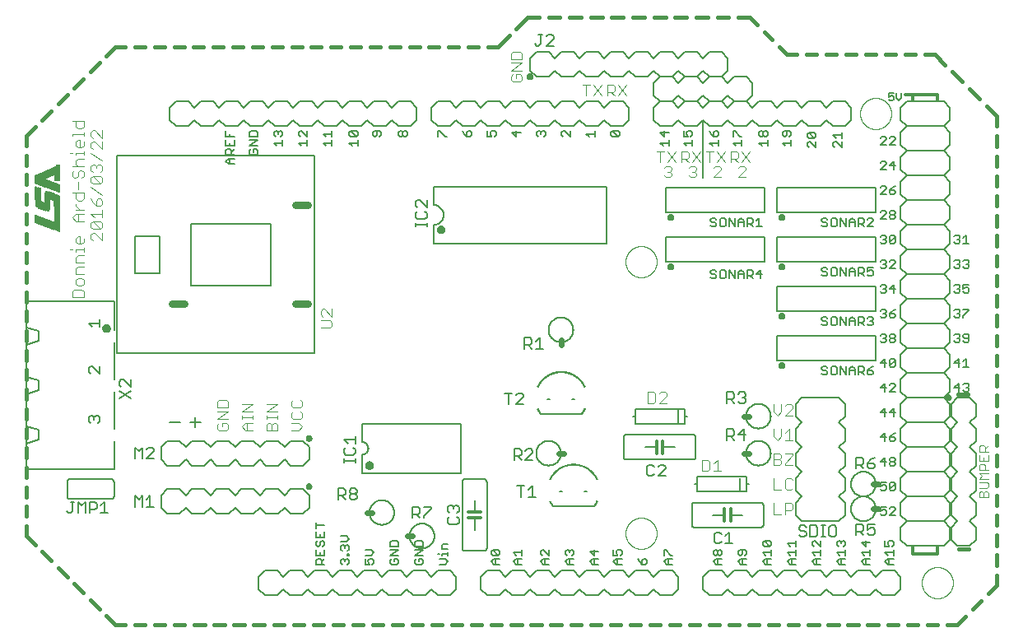
<source format=gto>
G75*
%MOIN*%
%OFA0B0*%
%FSLAX25Y25*%
%IPPOS*%
%LPD*%
%AMOC8*
5,1,8,0,0,1.08239X$1,22.5*
%
%ADD10C,0.00400*%
%ADD11C,0.00600*%
%ADD12C,0.01600*%
%ADD13R,0.00050X0.03500*%
%ADD14R,0.00050X0.06850*%
%ADD15R,0.00050X0.11900*%
%ADD16R,0.00050X0.03450*%
%ADD17R,0.00050X0.06900*%
%ADD18R,0.00050X0.13600*%
%ADD19R,0.00050X0.03400*%
%ADD20R,0.00050X0.14150*%
%ADD21R,0.00050X0.14350*%
%ADD22R,0.00050X0.14500*%
%ADD23R,0.00050X0.06800*%
%ADD24R,0.00050X0.14550*%
%ADD25R,0.00050X0.14600*%
%ADD26R,0.00050X0.14650*%
%ADD27R,0.00050X0.06750*%
%ADD28R,0.00050X0.14700*%
%ADD29R,0.00050X0.06700*%
%ADD30R,0.00050X0.14750*%
%ADD31R,0.00050X0.06650*%
%ADD32R,0.00050X0.14800*%
%ADD33R,0.00050X0.06600*%
%ADD34R,0.00050X0.06550*%
%ADD35R,0.00050X0.14850*%
%ADD36R,0.00050X0.06500*%
%ADD37R,0.00050X0.06450*%
%ADD38R,0.00050X0.06400*%
%ADD39R,0.00050X0.06350*%
%ADD40R,0.00050X0.06300*%
%ADD41R,0.00050X0.14900*%
%ADD42R,0.00050X0.06250*%
%ADD43R,0.00050X0.06200*%
%ADD44R,0.00050X0.06150*%
%ADD45R,0.00050X0.06100*%
%ADD46R,0.00050X0.06050*%
%ADD47R,0.00050X0.06000*%
%ADD48R,0.00050X0.05950*%
%ADD49R,0.00050X0.05900*%
%ADD50R,0.00050X0.03250*%
%ADD51R,0.00050X0.05500*%
%ADD52R,0.00050X0.03650*%
%ADD53R,0.00050X0.03200*%
%ADD54R,0.00050X0.04300*%
%ADD55R,0.00050X0.03800*%
%ADD56R,0.00050X0.03550*%
%ADD57R,0.00050X0.03350*%
%ADD58R,0.00050X0.03300*%
%ADD59R,0.00050X0.03600*%
%ADD60R,0.00050X0.03150*%
%ADD61R,0.00050X0.03100*%
%ADD62R,0.00050X0.03850*%
%ADD63R,0.00050X0.07200*%
%ADD64R,0.00050X0.07500*%
%ADD65R,0.00050X0.07650*%
%ADD66R,0.00050X0.07850*%
%ADD67R,0.00050X0.07900*%
%ADD68R,0.00050X0.08000*%
%ADD69R,0.00050X0.08100*%
%ADD70R,0.00050X0.08150*%
%ADD71R,0.00050X0.08200*%
%ADD72R,0.00050X0.08250*%
%ADD73R,0.00050X0.08050*%
%ADD74R,0.00050X0.07000*%
%ADD75R,0.00050X0.07950*%
%ADD76R,0.00050X0.07750*%
%ADD77R,0.00050X0.07450*%
%ADD78R,0.00050X0.07050*%
%ADD79R,0.00050X0.03900*%
%ADD80R,0.00050X0.05850*%
%ADD81R,0.00050X0.05750*%
%ADD82R,0.00050X0.05700*%
%ADD83R,0.00050X0.05650*%
%ADD84R,0.00050X0.05550*%
%ADD85R,0.00050X0.05450*%
%ADD86R,0.00050X0.05400*%
%ADD87R,0.00050X0.05300*%
%ADD88R,0.00050X0.03950*%
%ADD89R,0.00050X0.08400*%
%ADD90R,0.00050X0.05250*%
%ADD91R,0.00050X0.05200*%
%ADD92R,0.00050X0.05150*%
%ADD93R,0.00050X0.05100*%
%ADD94R,0.00050X0.05050*%
%ADD95R,0.00050X0.04950*%
%ADD96R,0.00050X0.04850*%
%ADD97R,0.00050X0.08350*%
%ADD98R,0.00050X0.04750*%
%ADD99R,0.00050X0.04700*%
%ADD100R,0.00050X0.04650*%
%ADD101R,0.00050X0.04600*%
%ADD102R,0.00050X0.04500*%
%ADD103R,0.00050X0.04450*%
%ADD104R,0.00050X0.08300*%
%ADD105R,0.00050X0.04400*%
%ADD106R,0.00050X0.04350*%
%ADD107R,0.00050X0.04250*%
%ADD108R,0.00050X0.04200*%
%ADD109R,0.00050X0.04150*%
%ADD110R,0.00050X0.04050*%
%ADD111R,0.00050X0.03700*%
%ADD112R,0.00050X0.07700*%
%ADD113R,0.00050X0.07350*%
%ADD114R,0.00050X0.05350*%
%ADD115C,0.00500*%
%ADD116C,0.01200*%
%ADD117C,0.00800*%
%ADD118C,0.01000*%
%ADD119C,0.00000*%
%ADD120C,0.02400*%
%ADD121C,0.00050*%
%ADD122C,0.03000*%
D10*
X0135009Y0133467D02*
X0135776Y0132700D01*
X0138846Y0132700D01*
X0139613Y0133467D01*
X0139613Y0135002D01*
X0138846Y0135769D01*
X0137311Y0135769D01*
X0137311Y0134235D01*
X0135776Y0135769D02*
X0135009Y0135002D01*
X0135009Y0133467D01*
X0135009Y0137304D02*
X0139613Y0140373D01*
X0135009Y0140373D01*
X0135009Y0141908D02*
X0135009Y0144210D01*
X0135776Y0144977D01*
X0138846Y0144977D01*
X0139613Y0144210D01*
X0139613Y0141908D01*
X0135009Y0141908D01*
X0135009Y0137304D02*
X0139613Y0137304D01*
X0145009Y0137304D02*
X0145009Y0138839D01*
X0145009Y0138071D02*
X0149613Y0138071D01*
X0149613Y0137304D02*
X0149613Y0138839D01*
X0149613Y0140373D02*
X0145009Y0140373D01*
X0149613Y0143442D01*
X0145009Y0143442D01*
X0146544Y0135769D02*
X0149613Y0135769D01*
X0147311Y0135769D02*
X0147311Y0132700D01*
X0146544Y0132700D02*
X0145009Y0134235D01*
X0146544Y0135769D01*
X0146544Y0132700D02*
X0149613Y0132700D01*
X0155009Y0132700D02*
X0155009Y0135002D01*
X0155776Y0135769D01*
X0156544Y0135769D01*
X0157311Y0135002D01*
X0157311Y0132700D01*
X0159613Y0132700D02*
X0155009Y0132700D01*
X0157311Y0135002D02*
X0158078Y0135769D01*
X0158846Y0135769D01*
X0159613Y0135002D01*
X0159613Y0132700D01*
X0159613Y0137304D02*
X0159613Y0138839D01*
X0159613Y0138071D02*
X0155009Y0138071D01*
X0155009Y0137304D02*
X0155009Y0138839D01*
X0155009Y0140373D02*
X0159613Y0143442D01*
X0155009Y0143442D01*
X0155009Y0140373D02*
X0159613Y0140373D01*
X0165009Y0139606D02*
X0165009Y0138071D01*
X0165776Y0137304D01*
X0168846Y0137304D01*
X0169613Y0138071D01*
X0169613Y0139606D01*
X0168846Y0140373D01*
X0168846Y0141908D02*
X0169613Y0142675D01*
X0169613Y0144210D01*
X0168846Y0144977D01*
X0168846Y0141908D02*
X0165776Y0141908D01*
X0165009Y0142675D01*
X0165009Y0144210D01*
X0165776Y0144977D01*
X0165776Y0140373D02*
X0165009Y0139606D01*
X0165009Y0135769D02*
X0168078Y0135769D01*
X0169613Y0134235D01*
X0168078Y0132700D01*
X0165009Y0132700D01*
X0177009Y0174200D02*
X0180846Y0174200D01*
X0181613Y0174967D01*
X0181613Y0176502D01*
X0180846Y0177269D01*
X0177009Y0177269D01*
X0177776Y0178804D02*
X0177009Y0179571D01*
X0177009Y0181106D01*
X0177776Y0181873D01*
X0178544Y0181873D01*
X0181613Y0178804D01*
X0181613Y0181873D01*
X0088488Y0209720D02*
X0085419Y0212789D01*
X0084651Y0212789D01*
X0083884Y0212022D01*
X0083884Y0210487D01*
X0084651Y0209720D01*
X0080988Y0210487D02*
X0080988Y0208952D01*
X0080221Y0208185D01*
X0078686Y0208185D01*
X0077919Y0208952D01*
X0077919Y0210487D01*
X0078686Y0211254D01*
X0079453Y0211254D01*
X0079453Y0208185D01*
X0080988Y0206650D02*
X0080988Y0205116D01*
X0080988Y0205883D02*
X0077919Y0205883D01*
X0077919Y0205116D01*
X0076384Y0205883D02*
X0075617Y0205883D01*
X0078686Y0203581D02*
X0080988Y0203581D01*
X0078686Y0203581D02*
X0077919Y0202814D01*
X0077919Y0200512D01*
X0080988Y0200512D01*
X0080988Y0198977D02*
X0078686Y0198977D01*
X0077919Y0198210D01*
X0077919Y0195908D01*
X0080988Y0195908D01*
X0080221Y0194373D02*
X0078686Y0194373D01*
X0077919Y0193606D01*
X0077919Y0192071D01*
X0078686Y0191304D01*
X0080221Y0191304D01*
X0080988Y0192071D01*
X0080988Y0193606D01*
X0080221Y0194373D01*
X0080221Y0189769D02*
X0077151Y0189769D01*
X0076384Y0189002D01*
X0076384Y0186700D01*
X0080988Y0186700D01*
X0080988Y0189002D01*
X0080221Y0189769D01*
X0088488Y0209720D02*
X0088488Y0212789D01*
X0087721Y0214324D02*
X0084651Y0214324D01*
X0083884Y0215091D01*
X0083884Y0216626D01*
X0084651Y0217393D01*
X0087721Y0214324D01*
X0088488Y0215091D01*
X0088488Y0216626D01*
X0087721Y0217393D01*
X0084651Y0217393D01*
X0085419Y0218927D02*
X0083884Y0220462D01*
X0088488Y0220462D01*
X0088488Y0218927D02*
X0088488Y0221997D01*
X0087721Y0223531D02*
X0088488Y0224299D01*
X0088488Y0225833D01*
X0087721Y0226601D01*
X0086953Y0226601D01*
X0086186Y0225833D01*
X0086186Y0223531D01*
X0087721Y0223531D01*
X0086186Y0223531D02*
X0084651Y0225066D01*
X0083884Y0226601D01*
X0080988Y0226601D02*
X0080221Y0225833D01*
X0078686Y0225833D01*
X0077919Y0226601D01*
X0077919Y0228903D01*
X0076384Y0228903D02*
X0080988Y0228903D01*
X0080988Y0226601D01*
X0077919Y0224299D02*
X0077919Y0223531D01*
X0079453Y0221997D01*
X0077919Y0221997D02*
X0080988Y0221997D01*
X0080988Y0220462D02*
X0077919Y0220462D01*
X0076384Y0218927D01*
X0077919Y0217393D01*
X0080988Y0217393D01*
X0078686Y0217393D02*
X0078686Y0220462D01*
X0083884Y0231205D02*
X0088488Y0228135D01*
X0087721Y0232739D02*
X0084651Y0232739D01*
X0083884Y0233507D01*
X0083884Y0235041D01*
X0084651Y0235809D01*
X0087721Y0232739D01*
X0088488Y0233507D01*
X0088488Y0235041D01*
X0087721Y0235809D01*
X0084651Y0235809D01*
X0084651Y0237343D02*
X0083884Y0238110D01*
X0083884Y0239645D01*
X0084651Y0240412D01*
X0085419Y0240412D01*
X0086186Y0239645D01*
X0086953Y0240412D01*
X0087721Y0240412D01*
X0088488Y0239645D01*
X0088488Y0238110D01*
X0087721Y0237343D01*
X0086186Y0238878D02*
X0086186Y0239645D01*
X0088488Y0241947D02*
X0083884Y0245016D01*
X0084651Y0246551D02*
X0083884Y0247318D01*
X0083884Y0248853D01*
X0084651Y0249620D01*
X0085419Y0249620D01*
X0088488Y0246551D01*
X0088488Y0249620D01*
X0088488Y0251155D02*
X0085419Y0254224D01*
X0084651Y0254224D01*
X0083884Y0253457D01*
X0083884Y0251922D01*
X0084651Y0251155D01*
X0080988Y0251922D02*
X0080988Y0253457D01*
X0080988Y0252690D02*
X0076384Y0252690D01*
X0076384Y0251922D01*
X0077919Y0249620D02*
X0078686Y0250388D01*
X0079453Y0250388D01*
X0079453Y0247318D01*
X0078686Y0247318D02*
X0077919Y0248086D01*
X0077919Y0249620D01*
X0078686Y0247318D02*
X0080221Y0247318D01*
X0080988Y0248086D01*
X0080988Y0249620D01*
X0080988Y0245784D02*
X0080988Y0244249D01*
X0080988Y0245016D02*
X0077919Y0245016D01*
X0077919Y0244249D01*
X0078686Y0242714D02*
X0080988Y0242714D01*
X0078686Y0242714D02*
X0077919Y0241947D01*
X0077919Y0240412D01*
X0078686Y0239645D01*
X0079453Y0238110D02*
X0080221Y0238110D01*
X0080988Y0237343D01*
X0080988Y0235809D01*
X0080221Y0235041D01*
X0078686Y0235809D02*
X0078686Y0237343D01*
X0079453Y0238110D01*
X0080988Y0239645D02*
X0076384Y0239645D01*
X0077151Y0238110D02*
X0076384Y0237343D01*
X0076384Y0235809D01*
X0077151Y0235041D01*
X0077919Y0235041D01*
X0078686Y0235809D01*
X0078686Y0233507D02*
X0078686Y0230437D01*
X0076384Y0245016D02*
X0075617Y0245016D01*
X0088488Y0251155D02*
X0088488Y0254224D01*
X0080988Y0255759D02*
X0080988Y0258061D01*
X0076384Y0258061D01*
X0077919Y0258061D02*
X0077919Y0255759D01*
X0078686Y0254992D01*
X0080221Y0254992D01*
X0080988Y0255759D01*
X0254009Y0274617D02*
X0254776Y0273850D01*
X0257846Y0273850D01*
X0258613Y0274617D01*
X0258613Y0276152D01*
X0257846Y0276919D01*
X0256311Y0276919D01*
X0256311Y0275385D01*
X0254776Y0276919D02*
X0254009Y0276152D01*
X0254009Y0274617D01*
X0254009Y0278454D02*
X0258613Y0281523D01*
X0254009Y0281523D01*
X0254009Y0283058D02*
X0254009Y0285360D01*
X0254776Y0286127D01*
X0257846Y0286127D01*
X0258613Y0285360D01*
X0258613Y0283058D01*
X0254009Y0283058D01*
X0254009Y0278454D02*
X0258613Y0278454D01*
X0283013Y0272804D02*
X0286082Y0272804D01*
X0284548Y0272804D02*
X0284548Y0268200D01*
X0287617Y0268200D02*
X0290686Y0272804D01*
X0293013Y0272804D02*
X0295315Y0272804D01*
X0296082Y0272037D01*
X0296082Y0270502D01*
X0295315Y0269735D01*
X0293013Y0269735D01*
X0294548Y0269735D02*
X0296082Y0268200D01*
X0297617Y0268200D02*
X0300686Y0272804D01*
X0297617Y0272804D02*
X0300686Y0268200D01*
X0293013Y0268200D02*
X0293013Y0272804D01*
X0290686Y0268200D02*
X0287617Y0272804D01*
X0313013Y0245804D02*
X0316082Y0245804D01*
X0314548Y0245804D02*
X0314548Y0241200D01*
X0316013Y0239037D02*
X0316780Y0239804D01*
X0318315Y0239804D01*
X0319082Y0239037D01*
X0319082Y0238269D01*
X0318315Y0237502D01*
X0319082Y0236735D01*
X0319082Y0235967D01*
X0318315Y0235200D01*
X0316780Y0235200D01*
X0316013Y0235967D01*
X0317548Y0237502D02*
X0318315Y0237502D01*
X0317617Y0241200D02*
X0320686Y0245804D01*
X0323013Y0245804D02*
X0325315Y0245804D01*
X0326082Y0245037D01*
X0326082Y0243502D01*
X0325315Y0242735D01*
X0323013Y0242735D01*
X0324548Y0242735D02*
X0326082Y0241200D01*
X0327617Y0241200D02*
X0330686Y0245804D01*
X0333013Y0245804D02*
X0336082Y0245804D01*
X0334548Y0245804D02*
X0334548Y0241200D01*
X0336013Y0239037D02*
X0336780Y0239804D01*
X0338315Y0239804D01*
X0339082Y0239037D01*
X0339082Y0238269D01*
X0336013Y0235200D01*
X0339082Y0235200D01*
X0337617Y0241200D02*
X0340686Y0245804D01*
X0343013Y0245804D02*
X0345315Y0245804D01*
X0346082Y0245037D01*
X0346082Y0243502D01*
X0345315Y0242735D01*
X0343013Y0242735D01*
X0344548Y0242735D02*
X0346082Y0241200D01*
X0347617Y0241200D02*
X0350686Y0245804D01*
X0347617Y0245804D02*
X0350686Y0241200D01*
X0349082Y0239037D02*
X0348315Y0239804D01*
X0346780Y0239804D01*
X0346013Y0239037D01*
X0349082Y0239037D02*
X0349082Y0238269D01*
X0346013Y0235200D01*
X0349082Y0235200D01*
X0343013Y0241200D02*
X0343013Y0245804D01*
X0340686Y0241200D02*
X0337617Y0245804D01*
X0330686Y0241200D02*
X0327617Y0245804D01*
X0323013Y0245804D02*
X0323013Y0241200D01*
X0320686Y0241200D02*
X0317617Y0245804D01*
X0326013Y0239037D02*
X0326780Y0239804D01*
X0328315Y0239804D01*
X0329082Y0239037D01*
X0329082Y0238269D01*
X0328315Y0237502D01*
X0329082Y0236735D01*
X0329082Y0235967D01*
X0328315Y0235200D01*
X0326780Y0235200D01*
X0326013Y0235967D01*
X0327548Y0237502D02*
X0328315Y0237502D01*
X0316419Y0148304D02*
X0314884Y0148304D01*
X0314117Y0147537D01*
X0312582Y0147537D02*
X0311815Y0148304D01*
X0309513Y0148304D01*
X0309513Y0143700D01*
X0311815Y0143700D01*
X0312582Y0144467D01*
X0312582Y0147537D01*
X0316419Y0148304D02*
X0317186Y0147537D01*
X0317186Y0146769D01*
X0314117Y0143700D01*
X0317186Y0143700D01*
X0331513Y0120804D02*
X0333815Y0120804D01*
X0334582Y0120037D01*
X0334582Y0116967D01*
X0333815Y0116200D01*
X0331513Y0116200D01*
X0331513Y0120804D01*
X0336117Y0119269D02*
X0337652Y0120804D01*
X0337652Y0116200D01*
X0339186Y0116200D02*
X0336117Y0116200D01*
X0360513Y0118700D02*
X0362815Y0118700D01*
X0363582Y0119467D01*
X0363582Y0120235D01*
X0362815Y0121002D01*
X0360513Y0121002D01*
X0360513Y0118700D02*
X0360513Y0123304D01*
X0362815Y0123304D01*
X0363582Y0122537D01*
X0363582Y0121769D01*
X0362815Y0121002D01*
X0365117Y0119467D02*
X0365117Y0118700D01*
X0368186Y0118700D01*
X0365117Y0119467D02*
X0368186Y0122537D01*
X0368186Y0123304D01*
X0365117Y0123304D01*
X0365117Y0128700D02*
X0368186Y0128700D01*
X0366652Y0128700D02*
X0366652Y0133304D01*
X0365117Y0131769D01*
X0363582Y0130235D02*
X0363582Y0133304D01*
X0360513Y0133304D02*
X0360513Y0130235D01*
X0362048Y0128700D01*
X0363582Y0130235D01*
X0362048Y0138700D02*
X0363582Y0140235D01*
X0363582Y0143304D01*
X0365117Y0142537D02*
X0365884Y0143304D01*
X0367419Y0143304D01*
X0368186Y0142537D01*
X0368186Y0141769D01*
X0365117Y0138700D01*
X0368186Y0138700D01*
X0362048Y0138700D02*
X0360513Y0140235D01*
X0360513Y0143304D01*
X0360513Y0113304D02*
X0360513Y0108700D01*
X0363582Y0108700D01*
X0365117Y0109467D02*
X0365884Y0108700D01*
X0367419Y0108700D01*
X0368186Y0109467D01*
X0365117Y0109467D02*
X0365117Y0112537D01*
X0365884Y0113304D01*
X0367419Y0113304D01*
X0368186Y0112537D01*
X0367419Y0103304D02*
X0368186Y0102537D01*
X0368186Y0101002D01*
X0367419Y0100235D01*
X0365117Y0100235D01*
X0365117Y0098700D02*
X0365117Y0103304D01*
X0367419Y0103304D01*
X0363582Y0098700D02*
X0360513Y0098700D01*
X0360513Y0103304D01*
X0443710Y0105700D02*
X0443710Y0107502D01*
X0444310Y0108102D01*
X0444911Y0108102D01*
X0445511Y0107502D01*
X0445511Y0105700D01*
X0443710Y0105700D02*
X0447313Y0105700D01*
X0447313Y0107502D01*
X0446712Y0108102D01*
X0446112Y0108102D01*
X0445511Y0107502D01*
X0446712Y0109383D02*
X0447313Y0109984D01*
X0447313Y0111185D01*
X0446712Y0111785D01*
X0443710Y0111785D01*
X0443710Y0113066D02*
X0444911Y0114267D01*
X0443710Y0115468D01*
X0447313Y0115468D01*
X0447313Y0116749D02*
X0443710Y0116749D01*
X0443710Y0118551D01*
X0444310Y0119151D01*
X0445511Y0119151D01*
X0446112Y0118551D01*
X0446112Y0116749D01*
X0445511Y0120433D02*
X0445511Y0121634D01*
X0443710Y0122835D02*
X0443710Y0120433D01*
X0447313Y0120433D01*
X0447313Y0122835D01*
X0447313Y0124116D02*
X0443710Y0124116D01*
X0443710Y0125917D01*
X0444310Y0126518D01*
X0445511Y0126518D01*
X0446112Y0125917D01*
X0446112Y0124116D01*
X0446112Y0125317D02*
X0447313Y0126518D01*
X0447313Y0113066D02*
X0443710Y0113066D01*
X0443710Y0109383D02*
X0446712Y0109383D01*
D11*
X0442313Y0108500D02*
X0439813Y0106000D01*
X0442313Y0103500D01*
X0442313Y0098500D01*
X0439813Y0096000D01*
X0442313Y0093500D01*
X0442313Y0088500D01*
X0439813Y0086000D01*
X0434813Y0086000D01*
X0432313Y0088500D01*
X0432313Y0093500D01*
X0434813Y0096000D01*
X0432313Y0098500D01*
X0432313Y0103500D01*
X0434813Y0106000D01*
X0432313Y0108500D01*
X0432313Y0113500D01*
X0434813Y0116000D01*
X0432313Y0118500D01*
X0432313Y0123500D01*
X0434813Y0126000D01*
X0432313Y0128500D01*
X0432313Y0133500D01*
X0434813Y0136000D01*
X0432313Y0138500D01*
X0432313Y0143500D01*
X0434813Y0146000D01*
X0439813Y0146000D01*
X0442313Y0143500D01*
X0442313Y0138500D01*
X0439813Y0136000D01*
X0442313Y0133500D01*
X0442313Y0128500D01*
X0439813Y0126000D01*
X0442313Y0123500D01*
X0442313Y0118500D01*
X0439813Y0116000D01*
X0442313Y0113500D01*
X0442313Y0108500D01*
X0431813Y0108500D02*
X0431813Y0113500D01*
X0429313Y0116000D01*
X0414313Y0116000D01*
X0411813Y0118500D01*
X0411813Y0123500D01*
X0414313Y0126000D01*
X0429313Y0126000D01*
X0431813Y0128500D01*
X0431813Y0133500D01*
X0429313Y0136000D01*
X0414313Y0136000D01*
X0411813Y0138500D01*
X0411813Y0143500D01*
X0414313Y0146000D01*
X0429313Y0146000D01*
X0431813Y0148500D01*
X0431813Y0153500D01*
X0429313Y0156000D01*
X0414313Y0156000D01*
X0411813Y0158500D01*
X0411813Y0163500D01*
X0414313Y0166000D01*
X0429313Y0166000D01*
X0431813Y0163500D01*
X0431813Y0158500D01*
X0429313Y0156000D01*
X0435314Y0158400D02*
X0435314Y0161803D01*
X0433613Y0160101D01*
X0435882Y0160101D01*
X0437296Y0160669D02*
X0438430Y0161803D01*
X0438430Y0158400D01*
X0437296Y0158400D02*
X0439565Y0158400D01*
X0438998Y0151803D02*
X0437863Y0151803D01*
X0437296Y0151236D01*
X0438430Y0150101D02*
X0438998Y0150101D01*
X0439565Y0149534D01*
X0439565Y0148967D01*
X0438998Y0148400D01*
X0437863Y0148400D01*
X0437296Y0148967D01*
X0435882Y0150101D02*
X0433613Y0150101D01*
X0435314Y0151803D01*
X0435314Y0148400D01*
X0438998Y0150101D02*
X0439565Y0150669D01*
X0439565Y0151236D01*
X0438998Y0151803D01*
X0431813Y0143500D02*
X0429313Y0146000D01*
X0431813Y0143500D02*
X0431813Y0138500D01*
X0429313Y0136000D01*
X0429313Y0126000D02*
X0431813Y0123500D01*
X0431813Y0118500D01*
X0429313Y0116000D01*
X0431813Y0108500D02*
X0429313Y0106000D01*
X0414313Y0106000D01*
X0411813Y0108500D01*
X0411813Y0113500D01*
X0414313Y0116000D01*
X0409665Y0118867D02*
X0409665Y0119434D01*
X0409098Y0120001D01*
X0407963Y0120001D01*
X0407396Y0120569D01*
X0407396Y0121136D01*
X0407963Y0121703D01*
X0409098Y0121703D01*
X0409665Y0121136D01*
X0409665Y0120569D01*
X0409098Y0120001D01*
X0407963Y0120001D02*
X0407396Y0119434D01*
X0407396Y0118867D01*
X0407963Y0118300D01*
X0409098Y0118300D01*
X0409665Y0118867D01*
X0405982Y0120001D02*
X0403713Y0120001D01*
X0405414Y0121703D01*
X0405414Y0118300D01*
X0405982Y0111703D02*
X0403713Y0111703D01*
X0403713Y0110001D01*
X0404847Y0110569D01*
X0405414Y0110569D01*
X0405982Y0110001D01*
X0405982Y0108867D01*
X0405414Y0108300D01*
X0404280Y0108300D01*
X0403713Y0108867D01*
X0407396Y0108867D02*
X0409665Y0111136D01*
X0409665Y0108867D01*
X0409098Y0108300D01*
X0407963Y0108300D01*
X0407396Y0108867D01*
X0407396Y0111136D01*
X0407963Y0111703D01*
X0409098Y0111703D01*
X0409665Y0111136D01*
X0414313Y0106000D02*
X0411813Y0103500D01*
X0411813Y0098500D01*
X0414313Y0096000D01*
X0409665Y0098300D02*
X0407396Y0098300D01*
X0409665Y0100569D01*
X0409665Y0101136D01*
X0409098Y0101703D01*
X0407963Y0101703D01*
X0407396Y0101136D01*
X0405982Y0101703D02*
X0403713Y0101703D01*
X0403713Y0100001D01*
X0404847Y0100569D01*
X0405414Y0100569D01*
X0405982Y0100001D01*
X0405982Y0098867D01*
X0405414Y0098300D01*
X0404280Y0098300D01*
X0403713Y0098867D01*
X0391813Y0101000D02*
X0391815Y0101141D01*
X0391821Y0101282D01*
X0391831Y0101422D01*
X0391845Y0101562D01*
X0391863Y0101702D01*
X0391884Y0101841D01*
X0391910Y0101980D01*
X0391939Y0102118D01*
X0391973Y0102254D01*
X0392010Y0102390D01*
X0392051Y0102525D01*
X0392096Y0102659D01*
X0392145Y0102791D01*
X0392197Y0102922D01*
X0392253Y0103051D01*
X0392313Y0103178D01*
X0392376Y0103304D01*
X0392442Y0103428D01*
X0392513Y0103551D01*
X0392586Y0103671D01*
X0392663Y0103789D01*
X0392743Y0103905D01*
X0392827Y0104018D01*
X0392913Y0104129D01*
X0393003Y0104238D01*
X0393096Y0104344D01*
X0393191Y0104447D01*
X0393290Y0104548D01*
X0393391Y0104646D01*
X0393495Y0104741D01*
X0393602Y0104833D01*
X0393711Y0104922D01*
X0393823Y0105007D01*
X0393937Y0105090D01*
X0394053Y0105170D01*
X0394172Y0105246D01*
X0394293Y0105318D01*
X0394415Y0105388D01*
X0394540Y0105453D01*
X0394666Y0105516D01*
X0394794Y0105574D01*
X0394924Y0105629D01*
X0395055Y0105681D01*
X0395188Y0105728D01*
X0395322Y0105772D01*
X0395457Y0105813D01*
X0395593Y0105849D01*
X0395730Y0105881D01*
X0395868Y0105910D01*
X0396006Y0105935D01*
X0396146Y0105955D01*
X0396286Y0105972D01*
X0396426Y0105985D01*
X0396567Y0105994D01*
X0396707Y0105999D01*
X0396848Y0106000D01*
X0396989Y0105997D01*
X0397130Y0105990D01*
X0397270Y0105979D01*
X0397410Y0105964D01*
X0397550Y0105945D01*
X0397689Y0105923D01*
X0397827Y0105896D01*
X0397965Y0105866D01*
X0398101Y0105831D01*
X0398237Y0105793D01*
X0398371Y0105751D01*
X0398505Y0105705D01*
X0398637Y0105656D01*
X0398767Y0105602D01*
X0398896Y0105545D01*
X0399023Y0105485D01*
X0399149Y0105421D01*
X0399272Y0105353D01*
X0399394Y0105282D01*
X0399514Y0105208D01*
X0399631Y0105130D01*
X0399746Y0105049D01*
X0399859Y0104965D01*
X0399970Y0104878D01*
X0400078Y0104787D01*
X0400183Y0104694D01*
X0400286Y0104597D01*
X0400386Y0104498D01*
X0400483Y0104396D01*
X0400577Y0104291D01*
X0400668Y0104184D01*
X0400756Y0104074D01*
X0400841Y0103962D01*
X0400923Y0103847D01*
X0401002Y0103730D01*
X0401077Y0103611D01*
X0401149Y0103490D01*
X0401217Y0103367D01*
X0401282Y0103242D01*
X0401344Y0103115D01*
X0401401Y0102986D01*
X0401456Y0102856D01*
X0401506Y0102725D01*
X0401553Y0102592D01*
X0401596Y0102458D01*
X0401635Y0102322D01*
X0401670Y0102186D01*
X0401702Y0102049D01*
X0401729Y0101911D01*
X0401753Y0101772D01*
X0401773Y0101632D01*
X0401789Y0101492D01*
X0401801Y0101352D01*
X0401809Y0101211D01*
X0401813Y0101070D01*
X0401813Y0100930D01*
X0401809Y0100789D01*
X0401801Y0100648D01*
X0401789Y0100508D01*
X0401773Y0100368D01*
X0401753Y0100228D01*
X0401729Y0100089D01*
X0401702Y0099951D01*
X0401670Y0099814D01*
X0401635Y0099678D01*
X0401596Y0099542D01*
X0401553Y0099408D01*
X0401506Y0099275D01*
X0401456Y0099144D01*
X0401401Y0099014D01*
X0401344Y0098885D01*
X0401282Y0098758D01*
X0401217Y0098633D01*
X0401149Y0098510D01*
X0401077Y0098389D01*
X0401002Y0098270D01*
X0400923Y0098153D01*
X0400841Y0098038D01*
X0400756Y0097926D01*
X0400668Y0097816D01*
X0400577Y0097709D01*
X0400483Y0097604D01*
X0400386Y0097502D01*
X0400286Y0097403D01*
X0400183Y0097306D01*
X0400078Y0097213D01*
X0399970Y0097122D01*
X0399859Y0097035D01*
X0399746Y0096951D01*
X0399631Y0096870D01*
X0399514Y0096792D01*
X0399394Y0096718D01*
X0399272Y0096647D01*
X0399149Y0096579D01*
X0399023Y0096515D01*
X0398896Y0096455D01*
X0398767Y0096398D01*
X0398637Y0096344D01*
X0398505Y0096295D01*
X0398371Y0096249D01*
X0398237Y0096207D01*
X0398101Y0096169D01*
X0397965Y0096134D01*
X0397827Y0096104D01*
X0397689Y0096077D01*
X0397550Y0096055D01*
X0397410Y0096036D01*
X0397270Y0096021D01*
X0397130Y0096010D01*
X0396989Y0096003D01*
X0396848Y0096000D01*
X0396707Y0096001D01*
X0396567Y0096006D01*
X0396426Y0096015D01*
X0396286Y0096028D01*
X0396146Y0096045D01*
X0396006Y0096065D01*
X0395868Y0096090D01*
X0395730Y0096119D01*
X0395593Y0096151D01*
X0395457Y0096187D01*
X0395322Y0096228D01*
X0395188Y0096272D01*
X0395055Y0096319D01*
X0394924Y0096371D01*
X0394794Y0096426D01*
X0394666Y0096484D01*
X0394540Y0096547D01*
X0394415Y0096612D01*
X0394293Y0096682D01*
X0394172Y0096754D01*
X0394053Y0096830D01*
X0393937Y0096910D01*
X0393823Y0096993D01*
X0393711Y0097078D01*
X0393602Y0097167D01*
X0393495Y0097259D01*
X0393391Y0097354D01*
X0393290Y0097452D01*
X0393191Y0097553D01*
X0393096Y0097656D01*
X0393003Y0097762D01*
X0392913Y0097871D01*
X0392827Y0097982D01*
X0392743Y0098095D01*
X0392663Y0098211D01*
X0392586Y0098329D01*
X0392513Y0098449D01*
X0392442Y0098572D01*
X0392376Y0098696D01*
X0392313Y0098822D01*
X0392253Y0098949D01*
X0392197Y0099078D01*
X0392145Y0099209D01*
X0392096Y0099341D01*
X0392051Y0099475D01*
X0392010Y0099610D01*
X0391973Y0099746D01*
X0391939Y0099882D01*
X0391910Y0100020D01*
X0391884Y0100159D01*
X0391863Y0100298D01*
X0391845Y0100438D01*
X0391831Y0100578D01*
X0391821Y0100718D01*
X0391815Y0100859D01*
X0391813Y0101000D01*
X0389313Y0103500D02*
X0389313Y0098500D01*
X0386813Y0096000D01*
X0371813Y0096000D01*
X0369313Y0098500D01*
X0369313Y0103500D01*
X0371813Y0106000D01*
X0369313Y0108500D01*
X0369313Y0113500D01*
X0371813Y0116000D01*
X0369313Y0118500D01*
X0369313Y0123500D01*
X0371813Y0126000D01*
X0369313Y0128500D01*
X0369313Y0133500D01*
X0371813Y0136000D01*
X0369313Y0138500D01*
X0369313Y0143500D01*
X0371813Y0146000D01*
X0386813Y0146000D01*
X0389313Y0143500D01*
X0389313Y0138500D01*
X0386813Y0136000D01*
X0389313Y0133500D01*
X0389313Y0128500D01*
X0386813Y0126000D01*
X0389313Y0123500D01*
X0389313Y0118500D01*
X0386813Y0116000D01*
X0389313Y0113500D01*
X0389313Y0108500D01*
X0386813Y0106000D01*
X0389313Y0103500D01*
X0391813Y0111000D02*
X0391815Y0111141D01*
X0391821Y0111282D01*
X0391831Y0111422D01*
X0391845Y0111562D01*
X0391863Y0111702D01*
X0391884Y0111841D01*
X0391910Y0111980D01*
X0391939Y0112118D01*
X0391973Y0112254D01*
X0392010Y0112390D01*
X0392051Y0112525D01*
X0392096Y0112659D01*
X0392145Y0112791D01*
X0392197Y0112922D01*
X0392253Y0113051D01*
X0392313Y0113178D01*
X0392376Y0113304D01*
X0392442Y0113428D01*
X0392513Y0113551D01*
X0392586Y0113671D01*
X0392663Y0113789D01*
X0392743Y0113905D01*
X0392827Y0114018D01*
X0392913Y0114129D01*
X0393003Y0114238D01*
X0393096Y0114344D01*
X0393191Y0114447D01*
X0393290Y0114548D01*
X0393391Y0114646D01*
X0393495Y0114741D01*
X0393602Y0114833D01*
X0393711Y0114922D01*
X0393823Y0115007D01*
X0393937Y0115090D01*
X0394053Y0115170D01*
X0394172Y0115246D01*
X0394293Y0115318D01*
X0394415Y0115388D01*
X0394540Y0115453D01*
X0394666Y0115516D01*
X0394794Y0115574D01*
X0394924Y0115629D01*
X0395055Y0115681D01*
X0395188Y0115728D01*
X0395322Y0115772D01*
X0395457Y0115813D01*
X0395593Y0115849D01*
X0395730Y0115881D01*
X0395868Y0115910D01*
X0396006Y0115935D01*
X0396146Y0115955D01*
X0396286Y0115972D01*
X0396426Y0115985D01*
X0396567Y0115994D01*
X0396707Y0115999D01*
X0396848Y0116000D01*
X0396989Y0115997D01*
X0397130Y0115990D01*
X0397270Y0115979D01*
X0397410Y0115964D01*
X0397550Y0115945D01*
X0397689Y0115923D01*
X0397827Y0115896D01*
X0397965Y0115866D01*
X0398101Y0115831D01*
X0398237Y0115793D01*
X0398371Y0115751D01*
X0398505Y0115705D01*
X0398637Y0115656D01*
X0398767Y0115602D01*
X0398896Y0115545D01*
X0399023Y0115485D01*
X0399149Y0115421D01*
X0399272Y0115353D01*
X0399394Y0115282D01*
X0399514Y0115208D01*
X0399631Y0115130D01*
X0399746Y0115049D01*
X0399859Y0114965D01*
X0399970Y0114878D01*
X0400078Y0114787D01*
X0400183Y0114694D01*
X0400286Y0114597D01*
X0400386Y0114498D01*
X0400483Y0114396D01*
X0400577Y0114291D01*
X0400668Y0114184D01*
X0400756Y0114074D01*
X0400841Y0113962D01*
X0400923Y0113847D01*
X0401002Y0113730D01*
X0401077Y0113611D01*
X0401149Y0113490D01*
X0401217Y0113367D01*
X0401282Y0113242D01*
X0401344Y0113115D01*
X0401401Y0112986D01*
X0401456Y0112856D01*
X0401506Y0112725D01*
X0401553Y0112592D01*
X0401596Y0112458D01*
X0401635Y0112322D01*
X0401670Y0112186D01*
X0401702Y0112049D01*
X0401729Y0111911D01*
X0401753Y0111772D01*
X0401773Y0111632D01*
X0401789Y0111492D01*
X0401801Y0111352D01*
X0401809Y0111211D01*
X0401813Y0111070D01*
X0401813Y0110930D01*
X0401809Y0110789D01*
X0401801Y0110648D01*
X0401789Y0110508D01*
X0401773Y0110368D01*
X0401753Y0110228D01*
X0401729Y0110089D01*
X0401702Y0109951D01*
X0401670Y0109814D01*
X0401635Y0109678D01*
X0401596Y0109542D01*
X0401553Y0109408D01*
X0401506Y0109275D01*
X0401456Y0109144D01*
X0401401Y0109014D01*
X0401344Y0108885D01*
X0401282Y0108758D01*
X0401217Y0108633D01*
X0401149Y0108510D01*
X0401077Y0108389D01*
X0401002Y0108270D01*
X0400923Y0108153D01*
X0400841Y0108038D01*
X0400756Y0107926D01*
X0400668Y0107816D01*
X0400577Y0107709D01*
X0400483Y0107604D01*
X0400386Y0107502D01*
X0400286Y0107403D01*
X0400183Y0107306D01*
X0400078Y0107213D01*
X0399970Y0107122D01*
X0399859Y0107035D01*
X0399746Y0106951D01*
X0399631Y0106870D01*
X0399514Y0106792D01*
X0399394Y0106718D01*
X0399272Y0106647D01*
X0399149Y0106579D01*
X0399023Y0106515D01*
X0398896Y0106455D01*
X0398767Y0106398D01*
X0398637Y0106344D01*
X0398505Y0106295D01*
X0398371Y0106249D01*
X0398237Y0106207D01*
X0398101Y0106169D01*
X0397965Y0106134D01*
X0397827Y0106104D01*
X0397689Y0106077D01*
X0397550Y0106055D01*
X0397410Y0106036D01*
X0397270Y0106021D01*
X0397130Y0106010D01*
X0396989Y0106003D01*
X0396848Y0106000D01*
X0396707Y0106001D01*
X0396567Y0106006D01*
X0396426Y0106015D01*
X0396286Y0106028D01*
X0396146Y0106045D01*
X0396006Y0106065D01*
X0395868Y0106090D01*
X0395730Y0106119D01*
X0395593Y0106151D01*
X0395457Y0106187D01*
X0395322Y0106228D01*
X0395188Y0106272D01*
X0395055Y0106319D01*
X0394924Y0106371D01*
X0394794Y0106426D01*
X0394666Y0106484D01*
X0394540Y0106547D01*
X0394415Y0106612D01*
X0394293Y0106682D01*
X0394172Y0106754D01*
X0394053Y0106830D01*
X0393937Y0106910D01*
X0393823Y0106993D01*
X0393711Y0107078D01*
X0393602Y0107167D01*
X0393495Y0107259D01*
X0393391Y0107354D01*
X0393290Y0107452D01*
X0393191Y0107553D01*
X0393096Y0107656D01*
X0393003Y0107762D01*
X0392913Y0107871D01*
X0392827Y0107982D01*
X0392743Y0108095D01*
X0392663Y0108211D01*
X0392586Y0108329D01*
X0392513Y0108449D01*
X0392442Y0108572D01*
X0392376Y0108696D01*
X0392313Y0108822D01*
X0392253Y0108949D01*
X0392197Y0109078D01*
X0392145Y0109209D01*
X0392096Y0109341D01*
X0392051Y0109475D01*
X0392010Y0109610D01*
X0391973Y0109746D01*
X0391939Y0109882D01*
X0391910Y0110020D01*
X0391884Y0110159D01*
X0391863Y0110298D01*
X0391845Y0110438D01*
X0391831Y0110578D01*
X0391821Y0110718D01*
X0391815Y0110859D01*
X0391813Y0111000D01*
X0405414Y0128300D02*
X0405414Y0131703D01*
X0403713Y0130001D01*
X0405982Y0130001D01*
X0407396Y0130001D02*
X0409098Y0130001D01*
X0409665Y0129434D01*
X0409665Y0128867D01*
X0409098Y0128300D01*
X0407963Y0128300D01*
X0407396Y0128867D01*
X0407396Y0130001D01*
X0408530Y0131136D01*
X0409665Y0131703D01*
X0411813Y0133500D02*
X0411813Y0128500D01*
X0414313Y0126000D01*
X0411813Y0133500D02*
X0414313Y0136000D01*
X0409098Y0138300D02*
X0409098Y0141703D01*
X0407396Y0140001D01*
X0409665Y0140001D01*
X0405982Y0140001D02*
X0403713Y0140001D01*
X0405414Y0141703D01*
X0405414Y0138300D01*
X0414313Y0146000D02*
X0411813Y0148500D01*
X0411813Y0153500D01*
X0414313Y0156000D01*
X0409665Y0158867D02*
X0409098Y0158300D01*
X0407963Y0158300D01*
X0407396Y0158867D01*
X0409665Y0161136D01*
X0409665Y0158867D01*
X0409665Y0161136D02*
X0409098Y0161703D01*
X0407963Y0161703D01*
X0407396Y0161136D01*
X0407396Y0158867D01*
X0405982Y0160001D02*
X0403713Y0160001D01*
X0405414Y0161703D01*
X0405414Y0158300D01*
X0405414Y0151703D02*
X0403713Y0150001D01*
X0405982Y0150001D01*
X0405414Y0148300D02*
X0405414Y0151703D01*
X0407396Y0151136D02*
X0407963Y0151703D01*
X0409098Y0151703D01*
X0409665Y0151136D01*
X0409665Y0150569D01*
X0407396Y0148300D01*
X0409665Y0148300D01*
X0414313Y0166000D02*
X0411813Y0168500D01*
X0411813Y0173500D01*
X0414313Y0176000D01*
X0429313Y0176000D01*
X0431813Y0173500D01*
X0431813Y0168500D01*
X0429313Y0166000D01*
X0433613Y0168967D02*
X0434180Y0168400D01*
X0435314Y0168400D01*
X0435882Y0168967D01*
X0435882Y0169534D01*
X0435314Y0170101D01*
X0434747Y0170101D01*
X0435314Y0170101D02*
X0435882Y0170669D01*
X0435882Y0171236D01*
X0435314Y0171803D01*
X0434180Y0171803D01*
X0433613Y0171236D01*
X0437296Y0171236D02*
X0437296Y0170669D01*
X0437863Y0170101D01*
X0439565Y0170101D01*
X0439565Y0168967D02*
X0439565Y0171236D01*
X0438998Y0171803D01*
X0437863Y0171803D01*
X0437296Y0171236D01*
X0437296Y0168967D02*
X0437863Y0168400D01*
X0438998Y0168400D01*
X0439565Y0168967D01*
X0437296Y0178400D02*
X0437296Y0178967D01*
X0439565Y0181236D01*
X0439565Y0181803D01*
X0437296Y0181803D01*
X0435882Y0181236D02*
X0435314Y0181803D01*
X0434180Y0181803D01*
X0433613Y0181236D01*
X0434747Y0180101D02*
X0435314Y0180101D01*
X0435882Y0179534D01*
X0435882Y0178967D01*
X0435314Y0178400D01*
X0434180Y0178400D01*
X0433613Y0178967D01*
X0431813Y0178500D02*
X0429313Y0176000D01*
X0431813Y0178500D02*
X0431813Y0183500D01*
X0429313Y0186000D01*
X0414313Y0186000D01*
X0411813Y0188500D01*
X0411813Y0193500D01*
X0414313Y0196000D01*
X0429313Y0196000D01*
X0431813Y0198500D01*
X0431813Y0203500D01*
X0429313Y0206000D01*
X0414313Y0206000D01*
X0411813Y0208500D01*
X0411813Y0213500D01*
X0414313Y0216000D01*
X0429313Y0216000D01*
X0431813Y0218500D01*
X0431813Y0223500D01*
X0429313Y0226000D01*
X0414313Y0226000D01*
X0411813Y0228500D01*
X0411813Y0233500D01*
X0414313Y0236000D01*
X0429313Y0236000D01*
X0431813Y0238500D01*
X0431813Y0243500D01*
X0429313Y0246000D01*
X0414313Y0246000D01*
X0411813Y0248500D01*
X0411813Y0253500D01*
X0414313Y0256000D01*
X0409665Y0251136D02*
X0409098Y0251703D01*
X0407963Y0251703D01*
X0407396Y0251136D01*
X0405982Y0251136D02*
X0405414Y0251703D01*
X0404280Y0251703D01*
X0403713Y0251136D01*
X0405982Y0251136D02*
X0405982Y0250569D01*
X0403713Y0248300D01*
X0405982Y0248300D01*
X0407396Y0248300D02*
X0409665Y0250569D01*
X0409665Y0251136D01*
X0409665Y0248300D02*
X0407396Y0248300D01*
X0411813Y0243500D02*
X0414313Y0246000D01*
X0411813Y0243500D02*
X0411813Y0238500D01*
X0414313Y0236000D01*
X0409098Y0238300D02*
X0409098Y0241703D01*
X0407396Y0240001D01*
X0409665Y0240001D01*
X0405982Y0240569D02*
X0405982Y0241136D01*
X0405414Y0241703D01*
X0404280Y0241703D01*
X0403713Y0241136D01*
X0405982Y0240569D02*
X0403713Y0238300D01*
X0405982Y0238300D01*
X0405414Y0231703D02*
X0404280Y0231703D01*
X0403713Y0231136D01*
X0405414Y0231703D02*
X0405982Y0231136D01*
X0405982Y0230569D01*
X0403713Y0228300D01*
X0405982Y0228300D01*
X0407396Y0228867D02*
X0407963Y0228300D01*
X0409098Y0228300D01*
X0409665Y0228867D01*
X0409665Y0229434D01*
X0409098Y0230001D01*
X0407396Y0230001D01*
X0407396Y0228867D01*
X0407396Y0230001D02*
X0408530Y0231136D01*
X0409665Y0231703D01*
X0414313Y0226000D02*
X0411813Y0223500D01*
X0411813Y0218500D01*
X0414313Y0216000D01*
X0409665Y0218867D02*
X0409098Y0218300D01*
X0407963Y0218300D01*
X0407396Y0218867D01*
X0407396Y0219434D01*
X0407963Y0220001D01*
X0409098Y0220001D01*
X0409665Y0219434D01*
X0409665Y0218867D01*
X0409098Y0220001D02*
X0409665Y0220569D01*
X0409665Y0221136D01*
X0409098Y0221703D01*
X0407963Y0221703D01*
X0407396Y0221136D01*
X0407396Y0220569D01*
X0407963Y0220001D01*
X0405982Y0220569D02*
X0405982Y0221136D01*
X0405414Y0221703D01*
X0404280Y0221703D01*
X0403713Y0221136D01*
X0405982Y0220569D02*
X0403713Y0218300D01*
X0405982Y0218300D01*
X0405414Y0211703D02*
X0404280Y0211703D01*
X0403713Y0211136D01*
X0404847Y0210001D02*
X0405414Y0210001D01*
X0405982Y0209434D01*
X0405982Y0208867D01*
X0405414Y0208300D01*
X0404280Y0208300D01*
X0403713Y0208867D01*
X0405414Y0210001D02*
X0405982Y0210569D01*
X0405982Y0211136D01*
X0405414Y0211703D01*
X0407396Y0211136D02*
X0407963Y0211703D01*
X0409098Y0211703D01*
X0409665Y0211136D01*
X0407396Y0208867D01*
X0407963Y0208300D01*
X0409098Y0208300D01*
X0409665Y0208867D01*
X0409665Y0211136D01*
X0407396Y0211136D02*
X0407396Y0208867D01*
X0411813Y0203500D02*
X0414313Y0206000D01*
X0411813Y0203500D02*
X0411813Y0198500D01*
X0414313Y0196000D01*
X0409665Y0198300D02*
X0407396Y0198300D01*
X0409665Y0200569D01*
X0409665Y0201136D01*
X0409098Y0201703D01*
X0407963Y0201703D01*
X0407396Y0201136D01*
X0405982Y0201136D02*
X0405982Y0200569D01*
X0405414Y0200001D01*
X0405982Y0199434D01*
X0405982Y0198867D01*
X0405414Y0198300D01*
X0404280Y0198300D01*
X0403713Y0198867D01*
X0404847Y0200001D02*
X0405414Y0200001D01*
X0405982Y0201136D02*
X0405414Y0201703D01*
X0404280Y0201703D01*
X0403713Y0201136D01*
X0404280Y0191703D02*
X0405414Y0191703D01*
X0405982Y0191136D01*
X0405982Y0190569D01*
X0405414Y0190001D01*
X0405982Y0189434D01*
X0405982Y0188867D01*
X0405414Y0188300D01*
X0404280Y0188300D01*
X0403713Y0188867D01*
X0404847Y0190001D02*
X0405414Y0190001D01*
X0407396Y0190001D02*
X0409665Y0190001D01*
X0409098Y0188300D02*
X0409098Y0191703D01*
X0407396Y0190001D01*
X0404280Y0191703D02*
X0403713Y0191136D01*
X0411813Y0183500D02*
X0414313Y0186000D01*
X0411813Y0183500D02*
X0411813Y0178500D01*
X0414313Y0176000D01*
X0409665Y0178867D02*
X0409665Y0179434D01*
X0409098Y0180001D01*
X0407396Y0180001D01*
X0407396Y0178867D01*
X0407963Y0178300D01*
X0409098Y0178300D01*
X0409665Y0178867D01*
X0407396Y0180001D02*
X0408530Y0181136D01*
X0409665Y0181703D01*
X0405982Y0181136D02*
X0405414Y0181703D01*
X0404280Y0181703D01*
X0403713Y0181136D01*
X0404847Y0180001D02*
X0405414Y0180001D01*
X0405982Y0179434D01*
X0405982Y0178867D01*
X0405414Y0178300D01*
X0404280Y0178300D01*
X0403713Y0178867D01*
X0405414Y0180001D02*
X0405982Y0180569D01*
X0405982Y0181136D01*
X0405414Y0171703D02*
X0404280Y0171703D01*
X0403713Y0171136D01*
X0404847Y0170001D02*
X0405414Y0170001D01*
X0405982Y0169434D01*
X0405982Y0168867D01*
X0405414Y0168300D01*
X0404280Y0168300D01*
X0403713Y0168867D01*
X0405414Y0170001D02*
X0405982Y0170569D01*
X0405982Y0171136D01*
X0405414Y0171703D01*
X0407396Y0171136D02*
X0407396Y0170569D01*
X0407963Y0170001D01*
X0409098Y0170001D01*
X0409665Y0169434D01*
X0409665Y0168867D01*
X0409098Y0168300D01*
X0407963Y0168300D01*
X0407396Y0168867D01*
X0407396Y0169434D01*
X0407963Y0170001D01*
X0409098Y0170001D02*
X0409665Y0170569D01*
X0409665Y0171136D01*
X0409098Y0171703D01*
X0407963Y0171703D01*
X0407396Y0171136D01*
X0429313Y0186000D02*
X0431813Y0188500D01*
X0431813Y0193500D01*
X0429313Y0196000D01*
X0433613Y0198967D02*
X0434180Y0198400D01*
X0435314Y0198400D01*
X0435882Y0198967D01*
X0435882Y0199534D01*
X0435314Y0200101D01*
X0434747Y0200101D01*
X0435314Y0200101D02*
X0435882Y0200669D01*
X0435882Y0201236D01*
X0435314Y0201803D01*
X0434180Y0201803D01*
X0433613Y0201236D01*
X0437296Y0201236D02*
X0437863Y0201803D01*
X0438998Y0201803D01*
X0439565Y0201236D01*
X0439565Y0200669D01*
X0438998Y0200101D01*
X0439565Y0199534D01*
X0439565Y0198967D01*
X0438998Y0198400D01*
X0437863Y0198400D01*
X0437296Y0198967D01*
X0438430Y0200101D02*
X0438998Y0200101D01*
X0439565Y0191803D02*
X0437296Y0191803D01*
X0437296Y0190101D01*
X0438430Y0190669D01*
X0438998Y0190669D01*
X0439565Y0190101D01*
X0439565Y0188967D01*
X0438998Y0188400D01*
X0437863Y0188400D01*
X0437296Y0188967D01*
X0435882Y0188967D02*
X0435314Y0188400D01*
X0434180Y0188400D01*
X0433613Y0188967D01*
X0434747Y0190101D02*
X0435314Y0190101D01*
X0435882Y0189534D01*
X0435882Y0188967D01*
X0435314Y0190101D02*
X0435882Y0190669D01*
X0435882Y0191236D01*
X0435314Y0191803D01*
X0434180Y0191803D01*
X0433613Y0191236D01*
X0435882Y0181236D02*
X0435882Y0180669D01*
X0435314Y0180101D01*
X0429313Y0206000D02*
X0431813Y0208500D01*
X0431813Y0213500D01*
X0429313Y0216000D01*
X0433613Y0211236D02*
X0434180Y0211803D01*
X0435314Y0211803D01*
X0435882Y0211236D01*
X0435882Y0210669D01*
X0435314Y0210101D01*
X0435882Y0209534D01*
X0435882Y0208967D01*
X0435314Y0208400D01*
X0434180Y0208400D01*
X0433613Y0208967D01*
X0434747Y0210101D02*
X0435314Y0210101D01*
X0437296Y0210669D02*
X0438430Y0211803D01*
X0438430Y0208400D01*
X0437296Y0208400D02*
X0439565Y0208400D01*
X0429313Y0226000D02*
X0431813Y0228500D01*
X0431813Y0233500D01*
X0429313Y0236000D01*
X0429313Y0246000D02*
X0431813Y0248500D01*
X0431813Y0253500D01*
X0429313Y0256000D01*
X0388013Y0253385D02*
X0388013Y0251117D01*
X0388013Y0252251D02*
X0384610Y0252251D01*
X0385744Y0251117D01*
X0385744Y0249702D02*
X0385177Y0249702D01*
X0384610Y0249135D01*
X0384610Y0248001D01*
X0385177Y0247434D01*
X0385744Y0249702D02*
X0388013Y0247434D01*
X0388013Y0249702D01*
X0377513Y0249702D02*
X0377513Y0247434D01*
X0375244Y0249702D01*
X0374677Y0249702D01*
X0374110Y0249135D01*
X0374110Y0248001D01*
X0374677Y0247434D01*
X0374677Y0251117D02*
X0374110Y0251684D01*
X0374110Y0252818D01*
X0374677Y0253385D01*
X0376946Y0251117D01*
X0377513Y0251684D01*
X0377513Y0252818D01*
X0376946Y0253385D01*
X0374677Y0253385D01*
X0374677Y0251117D02*
X0376946Y0251117D01*
X0367513Y0250202D02*
X0367513Y0247934D01*
X0367513Y0249068D02*
X0364110Y0249068D01*
X0365244Y0247934D01*
X0365244Y0251617D02*
X0365812Y0252184D01*
X0365812Y0253885D01*
X0366946Y0253885D02*
X0364677Y0253885D01*
X0364110Y0253318D01*
X0364110Y0252184D01*
X0364677Y0251617D01*
X0365244Y0251617D01*
X0366946Y0251617D02*
X0367513Y0252184D01*
X0367513Y0253318D01*
X0366946Y0253885D01*
X0358013Y0253318D02*
X0358013Y0252184D01*
X0357446Y0251617D01*
X0356879Y0251617D01*
X0356312Y0252184D01*
X0356312Y0253318D01*
X0356879Y0253885D01*
X0357446Y0253885D01*
X0358013Y0253318D01*
X0356312Y0253318D02*
X0355744Y0253885D01*
X0355177Y0253885D01*
X0354610Y0253318D01*
X0354610Y0252184D01*
X0355177Y0251617D01*
X0355744Y0251617D01*
X0356312Y0252184D01*
X0358013Y0250202D02*
X0358013Y0247934D01*
X0358013Y0249068D02*
X0354610Y0249068D01*
X0355744Y0247934D01*
X0347513Y0247934D02*
X0347513Y0250202D01*
X0347513Y0249068D02*
X0344110Y0249068D01*
X0345244Y0247934D01*
X0344110Y0251617D02*
X0344110Y0253885D01*
X0344677Y0253885D01*
X0346946Y0251617D01*
X0347513Y0251617D01*
X0338013Y0252184D02*
X0338013Y0253318D01*
X0337446Y0253885D01*
X0336879Y0253885D01*
X0336312Y0253318D01*
X0336312Y0251617D01*
X0337446Y0251617D01*
X0338013Y0252184D01*
X0336312Y0251617D02*
X0335177Y0252751D01*
X0334610Y0253885D01*
X0331813Y0258000D02*
X0331813Y0235000D01*
X0335744Y0247934D02*
X0334610Y0249068D01*
X0338013Y0249068D01*
X0338013Y0247934D02*
X0338013Y0250202D01*
X0327513Y0250202D02*
X0327513Y0247934D01*
X0327513Y0249068D02*
X0324110Y0249068D01*
X0325244Y0247934D01*
X0325812Y0251617D02*
X0324110Y0251617D01*
X0324110Y0253885D01*
X0325244Y0253318D02*
X0325812Y0253885D01*
X0326946Y0253885D01*
X0327513Y0253318D01*
X0327513Y0252184D01*
X0326946Y0251617D01*
X0325812Y0251617D02*
X0325244Y0252751D01*
X0325244Y0253318D01*
X0318013Y0253318D02*
X0314610Y0253318D01*
X0316312Y0251617D01*
X0316312Y0253885D01*
X0318013Y0250202D02*
X0318013Y0247934D01*
X0318013Y0249068D02*
X0314610Y0249068D01*
X0315744Y0247934D01*
X0298013Y0252184D02*
X0297446Y0251617D01*
X0295177Y0253885D01*
X0297446Y0253885D01*
X0298013Y0253318D01*
X0298013Y0252184D01*
X0297446Y0251617D02*
X0295177Y0251617D01*
X0294610Y0252184D01*
X0294610Y0253318D01*
X0295177Y0253885D01*
X0288013Y0253885D02*
X0288013Y0251617D01*
X0288013Y0252751D02*
X0284610Y0252751D01*
X0285744Y0251617D01*
X0278013Y0251617D02*
X0278013Y0253885D01*
X0278013Y0251617D02*
X0275744Y0253885D01*
X0275177Y0253885D01*
X0274610Y0253318D01*
X0274610Y0252184D01*
X0275177Y0251617D01*
X0268013Y0252184D02*
X0267446Y0251617D01*
X0268013Y0252184D02*
X0268013Y0253318D01*
X0267446Y0253885D01*
X0266879Y0253885D01*
X0266312Y0253318D01*
X0266312Y0252751D01*
X0266312Y0253318D02*
X0265744Y0253885D01*
X0265177Y0253885D01*
X0264610Y0253318D01*
X0264610Y0252184D01*
X0265177Y0251617D01*
X0258013Y0253318D02*
X0254610Y0253318D01*
X0256312Y0251617D01*
X0256312Y0253885D01*
X0248013Y0253318D02*
X0248013Y0252184D01*
X0247446Y0251617D01*
X0246312Y0251617D02*
X0245744Y0252751D01*
X0245744Y0253318D01*
X0246312Y0253885D01*
X0247446Y0253885D01*
X0248013Y0253318D01*
X0246312Y0251617D02*
X0244610Y0251617D01*
X0244610Y0253885D01*
X0238013Y0253318D02*
X0237446Y0253885D01*
X0236879Y0253885D01*
X0236312Y0253318D01*
X0236312Y0251617D01*
X0237446Y0251617D01*
X0238013Y0252184D01*
X0238013Y0253318D01*
X0236312Y0251617D02*
X0235177Y0252751D01*
X0234610Y0253885D01*
X0228013Y0251617D02*
X0227446Y0251617D01*
X0225177Y0253885D01*
X0224610Y0253885D01*
X0224610Y0251617D01*
X0212013Y0252184D02*
X0211446Y0251617D01*
X0210879Y0251617D01*
X0210312Y0252184D01*
X0210312Y0253318D01*
X0210879Y0253885D01*
X0211446Y0253885D01*
X0212013Y0253318D01*
X0212013Y0252184D01*
X0210312Y0252184D02*
X0209744Y0251617D01*
X0209177Y0251617D01*
X0208610Y0252184D01*
X0208610Y0253318D01*
X0209177Y0253885D01*
X0209744Y0253885D01*
X0210312Y0253318D01*
X0201513Y0253318D02*
X0200946Y0253885D01*
X0198677Y0253885D01*
X0198110Y0253318D01*
X0198110Y0252184D01*
X0198677Y0251617D01*
X0199244Y0251617D01*
X0199812Y0252184D01*
X0199812Y0253885D01*
X0201513Y0253318D02*
X0201513Y0252184D01*
X0200946Y0251617D01*
X0192013Y0252184D02*
X0191446Y0251617D01*
X0189177Y0253885D01*
X0191446Y0253885D01*
X0192013Y0253318D01*
X0192013Y0252184D01*
X0191446Y0251617D02*
X0189177Y0251617D01*
X0188610Y0252184D01*
X0188610Y0253318D01*
X0189177Y0253885D01*
X0192013Y0250202D02*
X0192013Y0247934D01*
X0192013Y0249068D02*
X0188610Y0249068D01*
X0189744Y0247934D01*
X0181513Y0247934D02*
X0181513Y0250202D01*
X0181513Y0249068D02*
X0178110Y0249068D01*
X0179244Y0247934D01*
X0179244Y0251617D02*
X0178110Y0252751D01*
X0181513Y0252751D01*
X0181513Y0251617D02*
X0181513Y0253885D01*
X0171513Y0253885D02*
X0171513Y0251617D01*
X0169244Y0253885D01*
X0168677Y0253885D01*
X0168110Y0253318D01*
X0168110Y0252184D01*
X0168677Y0251617D01*
X0168110Y0249068D02*
X0171513Y0249068D01*
X0171513Y0247934D02*
X0171513Y0250202D01*
X0169244Y0247934D02*
X0168110Y0249068D01*
X0161513Y0249068D02*
X0158110Y0249068D01*
X0159244Y0247934D01*
X0161513Y0247934D02*
X0161513Y0250202D01*
X0160946Y0251617D02*
X0161513Y0252184D01*
X0161513Y0253318D01*
X0160946Y0253885D01*
X0160379Y0253885D01*
X0159812Y0253318D01*
X0159812Y0252751D01*
X0159812Y0253318D02*
X0159244Y0253885D01*
X0158677Y0253885D01*
X0158110Y0253318D01*
X0158110Y0252184D01*
X0158677Y0251617D01*
X0151513Y0251617D02*
X0151513Y0253318D01*
X0150946Y0253885D01*
X0148677Y0253885D01*
X0148110Y0253318D01*
X0148110Y0251617D01*
X0151513Y0251617D01*
X0151513Y0250202D02*
X0148110Y0250202D01*
X0148110Y0247934D02*
X0151513Y0250202D01*
X0151513Y0247934D02*
X0148110Y0247934D01*
X0148677Y0246519D02*
X0148110Y0245952D01*
X0148110Y0244818D01*
X0148677Y0244251D01*
X0150946Y0244251D01*
X0151513Y0244818D01*
X0151513Y0245952D01*
X0150946Y0246519D01*
X0149812Y0246519D01*
X0149812Y0245385D01*
X0142013Y0246519D02*
X0140879Y0245385D01*
X0140879Y0245952D02*
X0140879Y0244251D01*
X0142013Y0244251D02*
X0138610Y0244251D01*
X0138610Y0245952D01*
X0139177Y0246519D01*
X0140312Y0246519D01*
X0140879Y0245952D01*
X0140312Y0247934D02*
X0140312Y0249068D01*
X0142013Y0247934D02*
X0138610Y0247934D01*
X0138610Y0250202D01*
X0138610Y0251617D02*
X0138610Y0253885D01*
X0140312Y0252751D02*
X0140312Y0251617D01*
X0142013Y0251617D02*
X0138610Y0251617D01*
X0142013Y0250202D02*
X0142013Y0247934D01*
X0142013Y0242836D02*
X0139744Y0242836D01*
X0138610Y0241702D01*
X0139744Y0240567D01*
X0142013Y0240567D01*
X0140312Y0240567D02*
X0140312Y0242836D01*
X0174313Y0244000D02*
X0174313Y0164000D01*
X0094313Y0164000D01*
X0094313Y0244000D01*
X0174313Y0244000D01*
X0156813Y0216500D02*
X0156813Y0191500D01*
X0124313Y0191500D01*
X0124313Y0216500D01*
X0156813Y0216500D01*
X0111813Y0211500D02*
X0111813Y0196500D01*
X0101813Y0196500D01*
X0101813Y0211500D01*
X0111813Y0211500D01*
X0093313Y0185000D02*
X0093313Y0173500D01*
X0093313Y0168500D02*
X0093313Y0153500D01*
X0093313Y0148500D02*
X0093313Y0133500D01*
X0093313Y0128500D02*
X0093313Y0117000D01*
X0057813Y0117000D01*
X0057813Y0127500D01*
X0062813Y0129000D01*
X0062813Y0133000D01*
X0057813Y0134500D01*
X0057813Y0127500D01*
X0057813Y0174500D01*
X0057813Y0167500D01*
X0057813Y0154500D01*
X0057813Y0147500D01*
X0057813Y0134500D01*
X0057813Y0147500D02*
X0062813Y0149000D01*
X0062813Y0153000D01*
X0057813Y0154500D01*
X0057813Y0167500D02*
X0062813Y0169000D01*
X0062813Y0173000D01*
X0057813Y0174500D01*
X0057813Y0185000D01*
X0093313Y0185000D01*
X0126248Y0138138D02*
X0126248Y0133868D01*
X0124113Y0136003D02*
X0128383Y0136003D01*
X0129813Y0128500D02*
X0124813Y0128500D01*
X0122313Y0126000D01*
X0119813Y0128500D01*
X0114813Y0128500D01*
X0112313Y0126000D01*
X0112313Y0121000D01*
X0114813Y0118500D01*
X0119813Y0118500D01*
X0122313Y0121000D01*
X0124813Y0118500D01*
X0129813Y0118500D01*
X0132313Y0121000D01*
X0134813Y0118500D01*
X0139813Y0118500D01*
X0142313Y0121000D01*
X0144813Y0118500D01*
X0149813Y0118500D01*
X0152313Y0121000D01*
X0154813Y0118500D01*
X0159813Y0118500D01*
X0162313Y0121000D01*
X0164813Y0118500D01*
X0169813Y0118500D01*
X0172313Y0121000D01*
X0172313Y0126000D01*
X0169813Y0128500D01*
X0164813Y0128500D01*
X0162313Y0126000D01*
X0159813Y0128500D01*
X0154813Y0128500D01*
X0152313Y0126000D01*
X0149813Y0128500D01*
X0144813Y0128500D01*
X0142313Y0126000D01*
X0139813Y0128500D01*
X0134813Y0128500D01*
X0132313Y0126000D01*
X0129813Y0128500D01*
X0120083Y0136003D02*
X0115813Y0136003D01*
X0092313Y0113000D02*
X0075313Y0113000D01*
X0075253Y0112998D01*
X0075192Y0112993D01*
X0075133Y0112984D01*
X0075074Y0112971D01*
X0075015Y0112955D01*
X0074958Y0112935D01*
X0074903Y0112912D01*
X0074848Y0112885D01*
X0074796Y0112856D01*
X0074745Y0112823D01*
X0074696Y0112787D01*
X0074650Y0112749D01*
X0074606Y0112707D01*
X0074564Y0112663D01*
X0074526Y0112617D01*
X0074490Y0112568D01*
X0074457Y0112517D01*
X0074428Y0112465D01*
X0074401Y0112410D01*
X0074378Y0112355D01*
X0074358Y0112298D01*
X0074342Y0112239D01*
X0074329Y0112180D01*
X0074320Y0112121D01*
X0074315Y0112060D01*
X0074313Y0112000D01*
X0074313Y0106000D01*
X0074315Y0105940D01*
X0074320Y0105879D01*
X0074329Y0105820D01*
X0074342Y0105761D01*
X0074358Y0105702D01*
X0074378Y0105645D01*
X0074401Y0105590D01*
X0074428Y0105535D01*
X0074457Y0105483D01*
X0074490Y0105432D01*
X0074526Y0105383D01*
X0074564Y0105337D01*
X0074606Y0105293D01*
X0074650Y0105251D01*
X0074696Y0105213D01*
X0074745Y0105177D01*
X0074796Y0105144D01*
X0074848Y0105115D01*
X0074903Y0105088D01*
X0074958Y0105065D01*
X0075015Y0105045D01*
X0075074Y0105029D01*
X0075133Y0105016D01*
X0075192Y0105007D01*
X0075253Y0105002D01*
X0075313Y0105000D01*
X0092313Y0105000D01*
X0092373Y0105002D01*
X0092434Y0105007D01*
X0092493Y0105016D01*
X0092552Y0105029D01*
X0092611Y0105045D01*
X0092668Y0105065D01*
X0092723Y0105088D01*
X0092778Y0105115D01*
X0092830Y0105144D01*
X0092881Y0105177D01*
X0092930Y0105213D01*
X0092976Y0105251D01*
X0093020Y0105293D01*
X0093062Y0105337D01*
X0093100Y0105383D01*
X0093136Y0105432D01*
X0093169Y0105483D01*
X0093198Y0105535D01*
X0093225Y0105590D01*
X0093248Y0105645D01*
X0093268Y0105702D01*
X0093284Y0105761D01*
X0093297Y0105820D01*
X0093306Y0105879D01*
X0093311Y0105940D01*
X0093313Y0106000D01*
X0093313Y0112000D01*
X0093311Y0112060D01*
X0093306Y0112121D01*
X0093297Y0112180D01*
X0093284Y0112239D01*
X0093268Y0112298D01*
X0093248Y0112355D01*
X0093225Y0112410D01*
X0093198Y0112465D01*
X0093169Y0112517D01*
X0093136Y0112568D01*
X0093100Y0112617D01*
X0093062Y0112663D01*
X0093020Y0112707D01*
X0092976Y0112749D01*
X0092930Y0112787D01*
X0092881Y0112823D01*
X0092830Y0112856D01*
X0092778Y0112885D01*
X0092723Y0112912D01*
X0092668Y0112935D01*
X0092611Y0112955D01*
X0092552Y0112971D01*
X0092493Y0112984D01*
X0092434Y0112993D01*
X0092373Y0112998D01*
X0092313Y0113000D01*
X0112313Y0106500D02*
X0112313Y0101500D01*
X0114813Y0099000D01*
X0119813Y0099000D01*
X0122313Y0101500D01*
X0124813Y0099000D01*
X0129813Y0099000D01*
X0132313Y0101500D01*
X0134813Y0099000D01*
X0139813Y0099000D01*
X0142313Y0101500D01*
X0144813Y0099000D01*
X0149813Y0099000D01*
X0152313Y0101500D01*
X0154813Y0099000D01*
X0159813Y0099000D01*
X0162313Y0101500D01*
X0164813Y0099000D01*
X0169813Y0099000D01*
X0172313Y0101500D01*
X0172313Y0106500D01*
X0169813Y0109000D01*
X0164813Y0109000D01*
X0162313Y0106500D01*
X0159813Y0109000D01*
X0154813Y0109000D01*
X0152313Y0106500D01*
X0149813Y0109000D01*
X0144813Y0109000D01*
X0142313Y0106500D01*
X0139813Y0109000D01*
X0134813Y0109000D01*
X0132313Y0106500D01*
X0129813Y0109000D01*
X0124813Y0109000D01*
X0122313Y0106500D01*
X0119813Y0109000D01*
X0114813Y0109000D01*
X0112313Y0106500D01*
X0175110Y0095401D02*
X0175110Y0093133D01*
X0175110Y0094267D02*
X0178513Y0094267D01*
X0178513Y0091718D02*
X0178513Y0089449D01*
X0175110Y0089449D01*
X0175110Y0091718D01*
X0176812Y0090584D02*
X0176812Y0089449D01*
X0177379Y0088035D02*
X0177946Y0088035D01*
X0178513Y0087468D01*
X0178513Y0086333D01*
X0177946Y0085766D01*
X0176812Y0086333D02*
X0176812Y0087468D01*
X0177379Y0088035D01*
X0175677Y0088035D02*
X0175110Y0087468D01*
X0175110Y0086333D01*
X0175677Y0085766D01*
X0176244Y0085766D01*
X0176812Y0086333D01*
X0178513Y0084352D02*
X0178513Y0082083D01*
X0175110Y0082083D01*
X0175110Y0084352D01*
X0176812Y0083217D02*
X0176812Y0082083D01*
X0176812Y0080669D02*
X0177379Y0080101D01*
X0177379Y0078400D01*
X0178513Y0078400D02*
X0175110Y0078400D01*
X0175110Y0080101D01*
X0175677Y0080669D01*
X0176812Y0080669D01*
X0177379Y0079534D02*
X0178513Y0080669D01*
X0185110Y0080101D02*
X0185677Y0080669D01*
X0186244Y0080669D01*
X0186812Y0080101D01*
X0187379Y0080669D01*
X0187946Y0080669D01*
X0188513Y0080101D01*
X0188513Y0078967D01*
X0187946Y0078400D01*
X0186812Y0079534D02*
X0186812Y0080101D01*
X0185110Y0080101D02*
X0185110Y0078967D01*
X0185677Y0078400D01*
X0187946Y0082083D02*
X0187946Y0082650D01*
X0188513Y0082650D01*
X0188513Y0082083D01*
X0187946Y0082083D01*
X0187946Y0083925D02*
X0188513Y0084492D01*
X0188513Y0085626D01*
X0187946Y0086193D01*
X0187379Y0086193D01*
X0186812Y0085626D01*
X0186812Y0085059D01*
X0186812Y0085626D02*
X0186244Y0086193D01*
X0185677Y0086193D01*
X0185110Y0085626D01*
X0185110Y0084492D01*
X0185677Y0083925D01*
X0185110Y0087608D02*
X0187379Y0087608D01*
X0188513Y0088742D01*
X0187379Y0089876D01*
X0185110Y0089876D01*
X0195110Y0084352D02*
X0197379Y0084352D01*
X0198513Y0083217D01*
X0197379Y0082083D01*
X0195110Y0082083D01*
X0195110Y0080669D02*
X0195110Y0078400D01*
X0196812Y0078400D01*
X0196244Y0079534D01*
X0196244Y0080101D01*
X0196812Y0080669D01*
X0197946Y0080669D01*
X0198513Y0080101D01*
X0198513Y0078967D01*
X0197946Y0078400D01*
X0205110Y0078967D02*
X0205677Y0078400D01*
X0207946Y0078400D01*
X0208513Y0078967D01*
X0208513Y0080101D01*
X0207946Y0080669D01*
X0206812Y0080669D01*
X0206812Y0079534D01*
X0205677Y0080669D02*
X0205110Y0080101D01*
X0205110Y0078967D01*
X0205110Y0082083D02*
X0208513Y0084352D01*
X0205110Y0084352D01*
X0205110Y0085766D02*
X0205110Y0087468D01*
X0205677Y0088035D01*
X0207946Y0088035D01*
X0208513Y0087468D01*
X0208513Y0085766D01*
X0205110Y0085766D01*
X0205110Y0082083D02*
X0208513Y0082083D01*
X0215110Y0082083D02*
X0218513Y0084352D01*
X0215110Y0084352D01*
X0215110Y0085766D02*
X0215110Y0087468D01*
X0215677Y0088035D01*
X0217946Y0088035D01*
X0218513Y0087468D01*
X0218513Y0085766D01*
X0215110Y0085766D01*
X0215110Y0082083D02*
X0218513Y0082083D01*
X0217946Y0080669D02*
X0216812Y0080669D01*
X0216812Y0079534D01*
X0217946Y0078400D02*
X0218513Y0078967D01*
X0218513Y0080101D01*
X0217946Y0080669D01*
X0215677Y0080669D02*
X0215110Y0080101D01*
X0215110Y0078967D01*
X0215677Y0078400D01*
X0217946Y0078400D01*
X0225110Y0078400D02*
X0227379Y0078400D01*
X0228513Y0079534D01*
X0227379Y0080669D01*
X0225110Y0080669D01*
X0226244Y0082083D02*
X0226244Y0082650D01*
X0228513Y0082650D01*
X0228513Y0082083D02*
X0228513Y0083217D01*
X0228513Y0084539D02*
X0226244Y0084539D01*
X0226244Y0086240D01*
X0226812Y0086807D01*
X0228513Y0086807D01*
X0225110Y0082650D02*
X0224543Y0082650D01*
X0213063Y0090000D02*
X0213065Y0090141D01*
X0213071Y0090282D01*
X0213081Y0090422D01*
X0213095Y0090562D01*
X0213113Y0090702D01*
X0213134Y0090841D01*
X0213160Y0090980D01*
X0213189Y0091118D01*
X0213223Y0091254D01*
X0213260Y0091390D01*
X0213301Y0091525D01*
X0213346Y0091659D01*
X0213395Y0091791D01*
X0213447Y0091922D01*
X0213503Y0092051D01*
X0213563Y0092178D01*
X0213626Y0092304D01*
X0213692Y0092428D01*
X0213763Y0092551D01*
X0213836Y0092671D01*
X0213913Y0092789D01*
X0213993Y0092905D01*
X0214077Y0093018D01*
X0214163Y0093129D01*
X0214253Y0093238D01*
X0214346Y0093344D01*
X0214441Y0093447D01*
X0214540Y0093548D01*
X0214641Y0093646D01*
X0214745Y0093741D01*
X0214852Y0093833D01*
X0214961Y0093922D01*
X0215073Y0094007D01*
X0215187Y0094090D01*
X0215303Y0094170D01*
X0215422Y0094246D01*
X0215543Y0094318D01*
X0215665Y0094388D01*
X0215790Y0094453D01*
X0215916Y0094516D01*
X0216044Y0094574D01*
X0216174Y0094629D01*
X0216305Y0094681D01*
X0216438Y0094728D01*
X0216572Y0094772D01*
X0216707Y0094813D01*
X0216843Y0094849D01*
X0216980Y0094881D01*
X0217118Y0094910D01*
X0217256Y0094935D01*
X0217396Y0094955D01*
X0217536Y0094972D01*
X0217676Y0094985D01*
X0217817Y0094994D01*
X0217957Y0094999D01*
X0218098Y0095000D01*
X0218239Y0094997D01*
X0218380Y0094990D01*
X0218520Y0094979D01*
X0218660Y0094964D01*
X0218800Y0094945D01*
X0218939Y0094923D01*
X0219077Y0094896D01*
X0219215Y0094866D01*
X0219351Y0094831D01*
X0219487Y0094793D01*
X0219621Y0094751D01*
X0219755Y0094705D01*
X0219887Y0094656D01*
X0220017Y0094602D01*
X0220146Y0094545D01*
X0220273Y0094485D01*
X0220399Y0094421D01*
X0220522Y0094353D01*
X0220644Y0094282D01*
X0220764Y0094208D01*
X0220881Y0094130D01*
X0220996Y0094049D01*
X0221109Y0093965D01*
X0221220Y0093878D01*
X0221328Y0093787D01*
X0221433Y0093694D01*
X0221536Y0093597D01*
X0221636Y0093498D01*
X0221733Y0093396D01*
X0221827Y0093291D01*
X0221918Y0093184D01*
X0222006Y0093074D01*
X0222091Y0092962D01*
X0222173Y0092847D01*
X0222252Y0092730D01*
X0222327Y0092611D01*
X0222399Y0092490D01*
X0222467Y0092367D01*
X0222532Y0092242D01*
X0222594Y0092115D01*
X0222651Y0091986D01*
X0222706Y0091856D01*
X0222756Y0091725D01*
X0222803Y0091592D01*
X0222846Y0091458D01*
X0222885Y0091322D01*
X0222920Y0091186D01*
X0222952Y0091049D01*
X0222979Y0090911D01*
X0223003Y0090772D01*
X0223023Y0090632D01*
X0223039Y0090492D01*
X0223051Y0090352D01*
X0223059Y0090211D01*
X0223063Y0090070D01*
X0223063Y0089930D01*
X0223059Y0089789D01*
X0223051Y0089648D01*
X0223039Y0089508D01*
X0223023Y0089368D01*
X0223003Y0089228D01*
X0222979Y0089089D01*
X0222952Y0088951D01*
X0222920Y0088814D01*
X0222885Y0088678D01*
X0222846Y0088542D01*
X0222803Y0088408D01*
X0222756Y0088275D01*
X0222706Y0088144D01*
X0222651Y0088014D01*
X0222594Y0087885D01*
X0222532Y0087758D01*
X0222467Y0087633D01*
X0222399Y0087510D01*
X0222327Y0087389D01*
X0222252Y0087270D01*
X0222173Y0087153D01*
X0222091Y0087038D01*
X0222006Y0086926D01*
X0221918Y0086816D01*
X0221827Y0086709D01*
X0221733Y0086604D01*
X0221636Y0086502D01*
X0221536Y0086403D01*
X0221433Y0086306D01*
X0221328Y0086213D01*
X0221220Y0086122D01*
X0221109Y0086035D01*
X0220996Y0085951D01*
X0220881Y0085870D01*
X0220764Y0085792D01*
X0220644Y0085718D01*
X0220522Y0085647D01*
X0220399Y0085579D01*
X0220273Y0085515D01*
X0220146Y0085455D01*
X0220017Y0085398D01*
X0219887Y0085344D01*
X0219755Y0085295D01*
X0219621Y0085249D01*
X0219487Y0085207D01*
X0219351Y0085169D01*
X0219215Y0085134D01*
X0219077Y0085104D01*
X0218939Y0085077D01*
X0218800Y0085055D01*
X0218660Y0085036D01*
X0218520Y0085021D01*
X0218380Y0085010D01*
X0218239Y0085003D01*
X0218098Y0085000D01*
X0217957Y0085001D01*
X0217817Y0085006D01*
X0217676Y0085015D01*
X0217536Y0085028D01*
X0217396Y0085045D01*
X0217256Y0085065D01*
X0217118Y0085090D01*
X0216980Y0085119D01*
X0216843Y0085151D01*
X0216707Y0085187D01*
X0216572Y0085228D01*
X0216438Y0085272D01*
X0216305Y0085319D01*
X0216174Y0085371D01*
X0216044Y0085426D01*
X0215916Y0085484D01*
X0215790Y0085547D01*
X0215665Y0085612D01*
X0215543Y0085682D01*
X0215422Y0085754D01*
X0215303Y0085830D01*
X0215187Y0085910D01*
X0215073Y0085993D01*
X0214961Y0086078D01*
X0214852Y0086167D01*
X0214745Y0086259D01*
X0214641Y0086354D01*
X0214540Y0086452D01*
X0214441Y0086553D01*
X0214346Y0086656D01*
X0214253Y0086762D01*
X0214163Y0086871D01*
X0214077Y0086982D01*
X0213993Y0087095D01*
X0213913Y0087211D01*
X0213836Y0087329D01*
X0213763Y0087449D01*
X0213692Y0087572D01*
X0213626Y0087696D01*
X0213563Y0087822D01*
X0213503Y0087949D01*
X0213447Y0088078D01*
X0213395Y0088209D01*
X0213346Y0088341D01*
X0213301Y0088475D01*
X0213260Y0088610D01*
X0213223Y0088746D01*
X0213189Y0088882D01*
X0213160Y0089020D01*
X0213134Y0089159D01*
X0213113Y0089298D01*
X0213095Y0089438D01*
X0213081Y0089578D01*
X0213071Y0089718D01*
X0213065Y0089859D01*
X0213063Y0090000D01*
X0196813Y0099500D02*
X0196815Y0099641D01*
X0196821Y0099782D01*
X0196831Y0099922D01*
X0196845Y0100062D01*
X0196863Y0100202D01*
X0196884Y0100341D01*
X0196910Y0100480D01*
X0196939Y0100618D01*
X0196973Y0100754D01*
X0197010Y0100890D01*
X0197051Y0101025D01*
X0197096Y0101159D01*
X0197145Y0101291D01*
X0197197Y0101422D01*
X0197253Y0101551D01*
X0197313Y0101678D01*
X0197376Y0101804D01*
X0197442Y0101928D01*
X0197513Y0102051D01*
X0197586Y0102171D01*
X0197663Y0102289D01*
X0197743Y0102405D01*
X0197827Y0102518D01*
X0197913Y0102629D01*
X0198003Y0102738D01*
X0198096Y0102844D01*
X0198191Y0102947D01*
X0198290Y0103048D01*
X0198391Y0103146D01*
X0198495Y0103241D01*
X0198602Y0103333D01*
X0198711Y0103422D01*
X0198823Y0103507D01*
X0198937Y0103590D01*
X0199053Y0103670D01*
X0199172Y0103746D01*
X0199293Y0103818D01*
X0199415Y0103888D01*
X0199540Y0103953D01*
X0199666Y0104016D01*
X0199794Y0104074D01*
X0199924Y0104129D01*
X0200055Y0104181D01*
X0200188Y0104228D01*
X0200322Y0104272D01*
X0200457Y0104313D01*
X0200593Y0104349D01*
X0200730Y0104381D01*
X0200868Y0104410D01*
X0201006Y0104435D01*
X0201146Y0104455D01*
X0201286Y0104472D01*
X0201426Y0104485D01*
X0201567Y0104494D01*
X0201707Y0104499D01*
X0201848Y0104500D01*
X0201989Y0104497D01*
X0202130Y0104490D01*
X0202270Y0104479D01*
X0202410Y0104464D01*
X0202550Y0104445D01*
X0202689Y0104423D01*
X0202827Y0104396D01*
X0202965Y0104366D01*
X0203101Y0104331D01*
X0203237Y0104293D01*
X0203371Y0104251D01*
X0203505Y0104205D01*
X0203637Y0104156D01*
X0203767Y0104102D01*
X0203896Y0104045D01*
X0204023Y0103985D01*
X0204149Y0103921D01*
X0204272Y0103853D01*
X0204394Y0103782D01*
X0204514Y0103708D01*
X0204631Y0103630D01*
X0204746Y0103549D01*
X0204859Y0103465D01*
X0204970Y0103378D01*
X0205078Y0103287D01*
X0205183Y0103194D01*
X0205286Y0103097D01*
X0205386Y0102998D01*
X0205483Y0102896D01*
X0205577Y0102791D01*
X0205668Y0102684D01*
X0205756Y0102574D01*
X0205841Y0102462D01*
X0205923Y0102347D01*
X0206002Y0102230D01*
X0206077Y0102111D01*
X0206149Y0101990D01*
X0206217Y0101867D01*
X0206282Y0101742D01*
X0206344Y0101615D01*
X0206401Y0101486D01*
X0206456Y0101356D01*
X0206506Y0101225D01*
X0206553Y0101092D01*
X0206596Y0100958D01*
X0206635Y0100822D01*
X0206670Y0100686D01*
X0206702Y0100549D01*
X0206729Y0100411D01*
X0206753Y0100272D01*
X0206773Y0100132D01*
X0206789Y0099992D01*
X0206801Y0099852D01*
X0206809Y0099711D01*
X0206813Y0099570D01*
X0206813Y0099430D01*
X0206809Y0099289D01*
X0206801Y0099148D01*
X0206789Y0099008D01*
X0206773Y0098868D01*
X0206753Y0098728D01*
X0206729Y0098589D01*
X0206702Y0098451D01*
X0206670Y0098314D01*
X0206635Y0098178D01*
X0206596Y0098042D01*
X0206553Y0097908D01*
X0206506Y0097775D01*
X0206456Y0097644D01*
X0206401Y0097514D01*
X0206344Y0097385D01*
X0206282Y0097258D01*
X0206217Y0097133D01*
X0206149Y0097010D01*
X0206077Y0096889D01*
X0206002Y0096770D01*
X0205923Y0096653D01*
X0205841Y0096538D01*
X0205756Y0096426D01*
X0205668Y0096316D01*
X0205577Y0096209D01*
X0205483Y0096104D01*
X0205386Y0096002D01*
X0205286Y0095903D01*
X0205183Y0095806D01*
X0205078Y0095713D01*
X0204970Y0095622D01*
X0204859Y0095535D01*
X0204746Y0095451D01*
X0204631Y0095370D01*
X0204514Y0095292D01*
X0204394Y0095218D01*
X0204272Y0095147D01*
X0204149Y0095079D01*
X0204023Y0095015D01*
X0203896Y0094955D01*
X0203767Y0094898D01*
X0203637Y0094844D01*
X0203505Y0094795D01*
X0203371Y0094749D01*
X0203237Y0094707D01*
X0203101Y0094669D01*
X0202965Y0094634D01*
X0202827Y0094604D01*
X0202689Y0094577D01*
X0202550Y0094555D01*
X0202410Y0094536D01*
X0202270Y0094521D01*
X0202130Y0094510D01*
X0201989Y0094503D01*
X0201848Y0094500D01*
X0201707Y0094501D01*
X0201567Y0094506D01*
X0201426Y0094515D01*
X0201286Y0094528D01*
X0201146Y0094545D01*
X0201006Y0094565D01*
X0200868Y0094590D01*
X0200730Y0094619D01*
X0200593Y0094651D01*
X0200457Y0094687D01*
X0200322Y0094728D01*
X0200188Y0094772D01*
X0200055Y0094819D01*
X0199924Y0094871D01*
X0199794Y0094926D01*
X0199666Y0094984D01*
X0199540Y0095047D01*
X0199415Y0095112D01*
X0199293Y0095182D01*
X0199172Y0095254D01*
X0199053Y0095330D01*
X0198937Y0095410D01*
X0198823Y0095493D01*
X0198711Y0095578D01*
X0198602Y0095667D01*
X0198495Y0095759D01*
X0198391Y0095854D01*
X0198290Y0095952D01*
X0198191Y0096053D01*
X0198096Y0096156D01*
X0198003Y0096262D01*
X0197913Y0096371D01*
X0197827Y0096482D01*
X0197743Y0096595D01*
X0197663Y0096711D01*
X0197586Y0096829D01*
X0197513Y0096949D01*
X0197442Y0097072D01*
X0197376Y0097196D01*
X0197313Y0097322D01*
X0197253Y0097449D01*
X0197197Y0097578D01*
X0197145Y0097709D01*
X0197096Y0097841D01*
X0197051Y0097975D01*
X0197010Y0098110D01*
X0196973Y0098246D01*
X0196939Y0098382D01*
X0196910Y0098520D01*
X0196884Y0098659D01*
X0196863Y0098798D01*
X0196845Y0098938D01*
X0196831Y0099078D01*
X0196821Y0099218D01*
X0196815Y0099359D01*
X0196813Y0099500D01*
X0234313Y0112000D02*
X0234313Y0085000D01*
X0234315Y0084940D01*
X0234320Y0084879D01*
X0234329Y0084820D01*
X0234342Y0084761D01*
X0234358Y0084702D01*
X0234378Y0084645D01*
X0234401Y0084590D01*
X0234428Y0084535D01*
X0234457Y0084483D01*
X0234490Y0084432D01*
X0234526Y0084383D01*
X0234564Y0084337D01*
X0234606Y0084293D01*
X0234650Y0084251D01*
X0234696Y0084213D01*
X0234745Y0084177D01*
X0234796Y0084144D01*
X0234848Y0084115D01*
X0234903Y0084088D01*
X0234958Y0084065D01*
X0235015Y0084045D01*
X0235074Y0084029D01*
X0235133Y0084016D01*
X0235192Y0084007D01*
X0235253Y0084002D01*
X0235313Y0084000D01*
X0243313Y0084000D01*
X0243373Y0084002D01*
X0243434Y0084007D01*
X0243493Y0084016D01*
X0243552Y0084029D01*
X0243611Y0084045D01*
X0243668Y0084065D01*
X0243723Y0084088D01*
X0243778Y0084115D01*
X0243830Y0084144D01*
X0243881Y0084177D01*
X0243930Y0084213D01*
X0243976Y0084251D01*
X0244020Y0084293D01*
X0244062Y0084337D01*
X0244100Y0084383D01*
X0244136Y0084432D01*
X0244169Y0084483D01*
X0244198Y0084535D01*
X0244225Y0084590D01*
X0244248Y0084645D01*
X0244268Y0084702D01*
X0244284Y0084761D01*
X0244297Y0084820D01*
X0244306Y0084879D01*
X0244311Y0084940D01*
X0244313Y0085000D01*
X0244313Y0112000D01*
X0244311Y0112060D01*
X0244306Y0112121D01*
X0244297Y0112180D01*
X0244284Y0112239D01*
X0244268Y0112298D01*
X0244248Y0112355D01*
X0244225Y0112410D01*
X0244198Y0112465D01*
X0244169Y0112517D01*
X0244136Y0112568D01*
X0244100Y0112617D01*
X0244062Y0112663D01*
X0244020Y0112707D01*
X0243976Y0112749D01*
X0243930Y0112787D01*
X0243881Y0112823D01*
X0243830Y0112856D01*
X0243778Y0112885D01*
X0243723Y0112912D01*
X0243668Y0112935D01*
X0243611Y0112955D01*
X0243552Y0112971D01*
X0243493Y0112984D01*
X0243434Y0112993D01*
X0243373Y0112998D01*
X0243313Y0113000D01*
X0235313Y0113000D01*
X0235253Y0112998D01*
X0235192Y0112993D01*
X0235133Y0112984D01*
X0235074Y0112971D01*
X0235015Y0112955D01*
X0234958Y0112935D01*
X0234903Y0112912D01*
X0234848Y0112885D01*
X0234796Y0112856D01*
X0234745Y0112823D01*
X0234696Y0112787D01*
X0234650Y0112749D01*
X0234606Y0112707D01*
X0234564Y0112663D01*
X0234526Y0112617D01*
X0234490Y0112568D01*
X0234457Y0112517D01*
X0234428Y0112465D01*
X0234401Y0112410D01*
X0234378Y0112355D01*
X0234358Y0112298D01*
X0234342Y0112239D01*
X0234329Y0112180D01*
X0234320Y0112121D01*
X0234315Y0112060D01*
X0234313Y0112000D01*
X0239313Y0104500D02*
X0239313Y0099800D01*
X0239313Y0097300D02*
X0239313Y0092500D01*
X0246677Y0084352D02*
X0248946Y0082083D01*
X0249513Y0082650D01*
X0249513Y0083785D01*
X0248946Y0084352D01*
X0246677Y0084352D01*
X0246110Y0083785D01*
X0246110Y0082650D01*
X0246677Y0082083D01*
X0248946Y0082083D01*
X0249513Y0080669D02*
X0247244Y0080669D01*
X0246110Y0079534D01*
X0247244Y0078400D01*
X0249513Y0078400D01*
X0247812Y0078400D02*
X0247812Y0080669D01*
X0255110Y0079534D02*
X0256244Y0080669D01*
X0258513Y0080669D01*
X0258513Y0082083D02*
X0258513Y0084352D01*
X0258513Y0083217D02*
X0255110Y0083217D01*
X0256244Y0082083D01*
X0256812Y0080669D02*
X0256812Y0078400D01*
X0256244Y0078400D02*
X0255110Y0079534D01*
X0256244Y0078400D02*
X0258513Y0078400D01*
X0266110Y0079534D02*
X0267244Y0080669D01*
X0269513Y0080669D01*
X0269513Y0082083D02*
X0267244Y0084352D01*
X0266677Y0084352D01*
X0266110Y0083785D01*
X0266110Y0082650D01*
X0266677Y0082083D01*
X0267812Y0080669D02*
X0267812Y0078400D01*
X0267244Y0078400D02*
X0266110Y0079534D01*
X0267244Y0078400D02*
X0269513Y0078400D01*
X0269513Y0082083D02*
X0269513Y0084352D01*
X0276110Y0083785D02*
X0276677Y0084352D01*
X0277244Y0084352D01*
X0277812Y0083785D01*
X0278379Y0084352D01*
X0278946Y0084352D01*
X0279513Y0083785D01*
X0279513Y0082650D01*
X0278946Y0082083D01*
X0279513Y0080669D02*
X0277244Y0080669D01*
X0276110Y0079534D01*
X0277244Y0078400D01*
X0279513Y0078400D01*
X0277812Y0078400D02*
X0277812Y0080669D01*
X0276677Y0082083D02*
X0276110Y0082650D01*
X0276110Y0083785D01*
X0277812Y0083785D02*
X0277812Y0083217D01*
X0286110Y0083785D02*
X0287812Y0082083D01*
X0287812Y0084352D01*
X0289513Y0083785D02*
X0286110Y0083785D01*
X0287244Y0080669D02*
X0289513Y0080669D01*
X0287812Y0080669D02*
X0287812Y0078400D01*
X0287244Y0078400D02*
X0289513Y0078400D01*
X0287244Y0078400D02*
X0286110Y0079534D01*
X0287244Y0080669D01*
X0295610Y0079534D02*
X0296744Y0080669D01*
X0299013Y0080669D01*
X0298446Y0082083D02*
X0299013Y0082650D01*
X0299013Y0083785D01*
X0298446Y0084352D01*
X0297312Y0084352D01*
X0296744Y0083785D01*
X0296744Y0083217D01*
X0297312Y0082083D01*
X0295610Y0082083D01*
X0295610Y0084352D01*
X0297312Y0080669D02*
X0297312Y0078400D01*
X0296744Y0078400D02*
X0299013Y0078400D01*
X0296744Y0078400D02*
X0295610Y0079534D01*
X0305610Y0080669D02*
X0306177Y0079534D01*
X0307312Y0078400D01*
X0307312Y0080101D01*
X0307879Y0080669D01*
X0308446Y0080669D01*
X0309013Y0080101D01*
X0309013Y0078967D01*
X0308446Y0078400D01*
X0307312Y0078400D01*
X0316110Y0079534D02*
X0317244Y0080669D01*
X0319513Y0080669D01*
X0319513Y0082083D02*
X0318946Y0082083D01*
X0316677Y0084352D01*
X0316110Y0084352D01*
X0316110Y0082083D01*
X0317812Y0080669D02*
X0317812Y0078400D01*
X0317244Y0078400D02*
X0316110Y0079534D01*
X0317244Y0078400D02*
X0319513Y0078400D01*
X0336110Y0079534D02*
X0337244Y0080669D01*
X0339513Y0080669D01*
X0338946Y0082083D02*
X0338379Y0082083D01*
X0337812Y0082650D01*
X0337812Y0083785D01*
X0338379Y0084352D01*
X0338946Y0084352D01*
X0339513Y0083785D01*
X0339513Y0082650D01*
X0338946Y0082083D01*
X0337812Y0082650D02*
X0337244Y0082083D01*
X0336677Y0082083D01*
X0336110Y0082650D01*
X0336110Y0083785D01*
X0336677Y0084352D01*
X0337244Y0084352D01*
X0337812Y0083785D01*
X0337812Y0080669D02*
X0337812Y0078400D01*
X0337244Y0078400D02*
X0336110Y0079534D01*
X0337244Y0078400D02*
X0339513Y0078400D01*
X0346110Y0079534D02*
X0347244Y0080669D01*
X0349513Y0080669D01*
X0348946Y0082083D02*
X0349513Y0082650D01*
X0349513Y0083785D01*
X0348946Y0084352D01*
X0346677Y0084352D01*
X0346110Y0083785D01*
X0346110Y0082650D01*
X0346677Y0082083D01*
X0347244Y0082083D01*
X0347812Y0082650D01*
X0347812Y0084352D01*
X0347812Y0080669D02*
X0347812Y0078400D01*
X0347244Y0078400D02*
X0346110Y0079534D01*
X0347244Y0078400D02*
X0349513Y0078400D01*
X0356110Y0079534D02*
X0357244Y0080669D01*
X0359513Y0080669D01*
X0359513Y0082083D02*
X0359513Y0084352D01*
X0359513Y0083217D02*
X0356110Y0083217D01*
X0357244Y0082083D01*
X0357812Y0080669D02*
X0357812Y0078400D01*
X0357244Y0078400D02*
X0356110Y0079534D01*
X0357244Y0078400D02*
X0359513Y0078400D01*
X0366110Y0079534D02*
X0367244Y0080669D01*
X0369513Y0080669D01*
X0369513Y0082083D02*
X0369513Y0084352D01*
X0369513Y0083217D02*
X0366110Y0083217D01*
X0367244Y0082083D01*
X0367812Y0080669D02*
X0367812Y0078400D01*
X0367244Y0078400D02*
X0369513Y0078400D01*
X0367244Y0078400D02*
X0366110Y0079534D01*
X0367244Y0085766D02*
X0366110Y0086901D01*
X0369513Y0086901D01*
X0369513Y0088035D02*
X0369513Y0085766D01*
X0376110Y0086333D02*
X0376677Y0085766D01*
X0376110Y0086333D02*
X0376110Y0087468D01*
X0376677Y0088035D01*
X0377244Y0088035D01*
X0379513Y0085766D01*
X0379513Y0088035D01*
X0386110Y0087468D02*
X0386677Y0088035D01*
X0387244Y0088035D01*
X0387812Y0087468D01*
X0388379Y0088035D01*
X0388946Y0088035D01*
X0389513Y0087468D01*
X0389513Y0086333D01*
X0388946Y0085766D01*
X0389513Y0084352D02*
X0389513Y0082083D01*
X0389513Y0083217D02*
X0386110Y0083217D01*
X0387244Y0082083D01*
X0387244Y0080669D02*
X0386110Y0079534D01*
X0387244Y0078400D01*
X0389513Y0078400D01*
X0387812Y0078400D02*
X0387812Y0080669D01*
X0387244Y0080669D02*
X0389513Y0080669D01*
X0386677Y0085766D02*
X0386110Y0086333D01*
X0386110Y0087468D01*
X0387812Y0087468D02*
X0387812Y0086901D01*
X0396110Y0087468D02*
X0397812Y0085766D01*
X0397812Y0088035D01*
X0399513Y0087468D02*
X0396110Y0087468D01*
X0396110Y0083217D02*
X0399513Y0083217D01*
X0399513Y0082083D02*
X0399513Y0084352D01*
X0397244Y0082083D02*
X0396110Y0083217D01*
X0397244Y0080669D02*
X0399513Y0080669D01*
X0397812Y0080669D02*
X0397812Y0078400D01*
X0397244Y0078400D02*
X0396110Y0079534D01*
X0397244Y0080669D01*
X0397244Y0078400D02*
X0399513Y0078400D01*
X0405610Y0079534D02*
X0406744Y0080669D01*
X0409013Y0080669D01*
X0409013Y0082083D02*
X0409013Y0084352D01*
X0409013Y0083217D02*
X0405610Y0083217D01*
X0406744Y0082083D01*
X0407312Y0080669D02*
X0407312Y0078400D01*
X0406744Y0078400D02*
X0405610Y0079534D01*
X0406744Y0078400D02*
X0409013Y0078400D01*
X0408446Y0085766D02*
X0409013Y0086333D01*
X0409013Y0087468D01*
X0408446Y0088035D01*
X0407312Y0088035D01*
X0406744Y0087468D01*
X0406744Y0086901D01*
X0407312Y0085766D01*
X0405610Y0085766D01*
X0405610Y0088035D01*
X0429313Y0096000D02*
X0431813Y0098500D01*
X0431813Y0103500D01*
X0429313Y0106000D01*
X0379513Y0084352D02*
X0379513Y0082083D01*
X0379513Y0083217D02*
X0376110Y0083217D01*
X0377244Y0082083D01*
X0377244Y0080669D02*
X0376110Y0079534D01*
X0377244Y0078400D01*
X0379513Y0078400D01*
X0377812Y0078400D02*
X0377812Y0080669D01*
X0377244Y0080669D02*
X0379513Y0080669D01*
X0359513Y0086333D02*
X0358946Y0085766D01*
X0356677Y0088035D01*
X0358946Y0088035D01*
X0359513Y0087468D01*
X0359513Y0086333D01*
X0358946Y0085766D02*
X0356677Y0085766D01*
X0356110Y0086333D01*
X0356110Y0087468D01*
X0356677Y0088035D01*
X0355313Y0093500D02*
X0328313Y0093500D01*
X0328253Y0093502D01*
X0328192Y0093507D01*
X0328133Y0093516D01*
X0328074Y0093529D01*
X0328015Y0093545D01*
X0327958Y0093565D01*
X0327903Y0093588D01*
X0327848Y0093615D01*
X0327796Y0093644D01*
X0327745Y0093677D01*
X0327696Y0093713D01*
X0327650Y0093751D01*
X0327606Y0093793D01*
X0327564Y0093837D01*
X0327526Y0093883D01*
X0327490Y0093932D01*
X0327457Y0093983D01*
X0327428Y0094035D01*
X0327401Y0094090D01*
X0327378Y0094145D01*
X0327358Y0094202D01*
X0327342Y0094261D01*
X0327329Y0094320D01*
X0327320Y0094379D01*
X0327315Y0094440D01*
X0327313Y0094500D01*
X0327313Y0102500D01*
X0327315Y0102560D01*
X0327320Y0102621D01*
X0327329Y0102680D01*
X0327342Y0102739D01*
X0327358Y0102798D01*
X0327378Y0102855D01*
X0327401Y0102910D01*
X0327428Y0102965D01*
X0327457Y0103017D01*
X0327490Y0103068D01*
X0327526Y0103117D01*
X0327564Y0103163D01*
X0327606Y0103207D01*
X0327650Y0103249D01*
X0327696Y0103287D01*
X0327745Y0103323D01*
X0327796Y0103356D01*
X0327848Y0103385D01*
X0327903Y0103412D01*
X0327958Y0103435D01*
X0328015Y0103455D01*
X0328074Y0103471D01*
X0328133Y0103484D01*
X0328192Y0103493D01*
X0328253Y0103498D01*
X0328313Y0103500D01*
X0355313Y0103500D01*
X0355373Y0103498D01*
X0355434Y0103493D01*
X0355493Y0103484D01*
X0355552Y0103471D01*
X0355611Y0103455D01*
X0355668Y0103435D01*
X0355723Y0103412D01*
X0355778Y0103385D01*
X0355830Y0103356D01*
X0355881Y0103323D01*
X0355930Y0103287D01*
X0355976Y0103249D01*
X0356020Y0103207D01*
X0356062Y0103163D01*
X0356100Y0103117D01*
X0356136Y0103068D01*
X0356169Y0103017D01*
X0356198Y0102965D01*
X0356225Y0102910D01*
X0356248Y0102855D01*
X0356268Y0102798D01*
X0356284Y0102739D01*
X0356297Y0102680D01*
X0356306Y0102621D01*
X0356311Y0102560D01*
X0356313Y0102500D01*
X0356313Y0094500D01*
X0356311Y0094440D01*
X0356306Y0094379D01*
X0356297Y0094320D01*
X0356284Y0094261D01*
X0356268Y0094202D01*
X0356248Y0094145D01*
X0356225Y0094090D01*
X0356198Y0094035D01*
X0356169Y0093983D01*
X0356136Y0093932D01*
X0356100Y0093883D01*
X0356062Y0093837D01*
X0356020Y0093793D01*
X0355976Y0093751D01*
X0355930Y0093713D01*
X0355881Y0093677D01*
X0355830Y0093644D01*
X0355778Y0093615D01*
X0355723Y0093588D01*
X0355668Y0093565D01*
X0355611Y0093545D01*
X0355552Y0093529D01*
X0355493Y0093516D01*
X0355434Y0093507D01*
X0355373Y0093502D01*
X0355313Y0093500D01*
X0347813Y0098500D02*
X0343013Y0098500D01*
X0340513Y0098500D02*
X0335813Y0098500D01*
X0327813Y0121000D02*
X0300813Y0121000D01*
X0300753Y0121002D01*
X0300692Y0121007D01*
X0300633Y0121016D01*
X0300574Y0121029D01*
X0300515Y0121045D01*
X0300458Y0121065D01*
X0300403Y0121088D01*
X0300348Y0121115D01*
X0300296Y0121144D01*
X0300245Y0121177D01*
X0300196Y0121213D01*
X0300150Y0121251D01*
X0300106Y0121293D01*
X0300064Y0121337D01*
X0300026Y0121383D01*
X0299990Y0121432D01*
X0299957Y0121483D01*
X0299928Y0121535D01*
X0299901Y0121590D01*
X0299878Y0121645D01*
X0299858Y0121702D01*
X0299842Y0121761D01*
X0299829Y0121820D01*
X0299820Y0121879D01*
X0299815Y0121940D01*
X0299813Y0122000D01*
X0299813Y0130000D01*
X0299815Y0130060D01*
X0299820Y0130121D01*
X0299829Y0130180D01*
X0299842Y0130239D01*
X0299858Y0130298D01*
X0299878Y0130355D01*
X0299901Y0130410D01*
X0299928Y0130465D01*
X0299957Y0130517D01*
X0299990Y0130568D01*
X0300026Y0130617D01*
X0300064Y0130663D01*
X0300106Y0130707D01*
X0300150Y0130749D01*
X0300196Y0130787D01*
X0300245Y0130823D01*
X0300296Y0130856D01*
X0300348Y0130885D01*
X0300403Y0130912D01*
X0300458Y0130935D01*
X0300515Y0130955D01*
X0300574Y0130971D01*
X0300633Y0130984D01*
X0300692Y0130993D01*
X0300753Y0130998D01*
X0300813Y0131000D01*
X0327813Y0131000D01*
X0327873Y0130998D01*
X0327934Y0130993D01*
X0327993Y0130984D01*
X0328052Y0130971D01*
X0328111Y0130955D01*
X0328168Y0130935D01*
X0328223Y0130912D01*
X0328278Y0130885D01*
X0328330Y0130856D01*
X0328381Y0130823D01*
X0328430Y0130787D01*
X0328476Y0130749D01*
X0328520Y0130707D01*
X0328562Y0130663D01*
X0328600Y0130617D01*
X0328636Y0130568D01*
X0328669Y0130517D01*
X0328698Y0130465D01*
X0328725Y0130410D01*
X0328748Y0130355D01*
X0328768Y0130298D01*
X0328784Y0130239D01*
X0328797Y0130180D01*
X0328806Y0130121D01*
X0328811Y0130060D01*
X0328813Y0130000D01*
X0328813Y0122000D01*
X0328811Y0121940D01*
X0328806Y0121879D01*
X0328797Y0121820D01*
X0328784Y0121761D01*
X0328768Y0121702D01*
X0328748Y0121645D01*
X0328725Y0121590D01*
X0328698Y0121535D01*
X0328669Y0121483D01*
X0328636Y0121432D01*
X0328600Y0121383D01*
X0328562Y0121337D01*
X0328520Y0121293D01*
X0328476Y0121251D01*
X0328430Y0121213D01*
X0328381Y0121177D01*
X0328330Y0121144D01*
X0328278Y0121115D01*
X0328223Y0121088D01*
X0328168Y0121065D01*
X0328111Y0121045D01*
X0328052Y0121029D01*
X0327993Y0121016D01*
X0327934Y0121007D01*
X0327873Y0121002D01*
X0327813Y0121000D01*
X0320313Y0126000D02*
X0315513Y0126000D01*
X0313013Y0126000D02*
X0308313Y0126000D01*
X0264313Y0123500D02*
X0264315Y0123641D01*
X0264321Y0123782D01*
X0264331Y0123922D01*
X0264345Y0124062D01*
X0264363Y0124202D01*
X0264384Y0124341D01*
X0264410Y0124480D01*
X0264439Y0124618D01*
X0264473Y0124754D01*
X0264510Y0124890D01*
X0264551Y0125025D01*
X0264596Y0125159D01*
X0264645Y0125291D01*
X0264697Y0125422D01*
X0264753Y0125551D01*
X0264813Y0125678D01*
X0264876Y0125804D01*
X0264942Y0125928D01*
X0265013Y0126051D01*
X0265086Y0126171D01*
X0265163Y0126289D01*
X0265243Y0126405D01*
X0265327Y0126518D01*
X0265413Y0126629D01*
X0265503Y0126738D01*
X0265596Y0126844D01*
X0265691Y0126947D01*
X0265790Y0127048D01*
X0265891Y0127146D01*
X0265995Y0127241D01*
X0266102Y0127333D01*
X0266211Y0127422D01*
X0266323Y0127507D01*
X0266437Y0127590D01*
X0266553Y0127670D01*
X0266672Y0127746D01*
X0266793Y0127818D01*
X0266915Y0127888D01*
X0267040Y0127953D01*
X0267166Y0128016D01*
X0267294Y0128074D01*
X0267424Y0128129D01*
X0267555Y0128181D01*
X0267688Y0128228D01*
X0267822Y0128272D01*
X0267957Y0128313D01*
X0268093Y0128349D01*
X0268230Y0128381D01*
X0268368Y0128410D01*
X0268506Y0128435D01*
X0268646Y0128455D01*
X0268786Y0128472D01*
X0268926Y0128485D01*
X0269067Y0128494D01*
X0269207Y0128499D01*
X0269348Y0128500D01*
X0269489Y0128497D01*
X0269630Y0128490D01*
X0269770Y0128479D01*
X0269910Y0128464D01*
X0270050Y0128445D01*
X0270189Y0128423D01*
X0270327Y0128396D01*
X0270465Y0128366D01*
X0270601Y0128331D01*
X0270737Y0128293D01*
X0270871Y0128251D01*
X0271005Y0128205D01*
X0271137Y0128156D01*
X0271267Y0128102D01*
X0271396Y0128045D01*
X0271523Y0127985D01*
X0271649Y0127921D01*
X0271772Y0127853D01*
X0271894Y0127782D01*
X0272014Y0127708D01*
X0272131Y0127630D01*
X0272246Y0127549D01*
X0272359Y0127465D01*
X0272470Y0127378D01*
X0272578Y0127287D01*
X0272683Y0127194D01*
X0272786Y0127097D01*
X0272886Y0126998D01*
X0272983Y0126896D01*
X0273077Y0126791D01*
X0273168Y0126684D01*
X0273256Y0126574D01*
X0273341Y0126462D01*
X0273423Y0126347D01*
X0273502Y0126230D01*
X0273577Y0126111D01*
X0273649Y0125990D01*
X0273717Y0125867D01*
X0273782Y0125742D01*
X0273844Y0125615D01*
X0273901Y0125486D01*
X0273956Y0125356D01*
X0274006Y0125225D01*
X0274053Y0125092D01*
X0274096Y0124958D01*
X0274135Y0124822D01*
X0274170Y0124686D01*
X0274202Y0124549D01*
X0274229Y0124411D01*
X0274253Y0124272D01*
X0274273Y0124132D01*
X0274289Y0123992D01*
X0274301Y0123852D01*
X0274309Y0123711D01*
X0274313Y0123570D01*
X0274313Y0123430D01*
X0274309Y0123289D01*
X0274301Y0123148D01*
X0274289Y0123008D01*
X0274273Y0122868D01*
X0274253Y0122728D01*
X0274229Y0122589D01*
X0274202Y0122451D01*
X0274170Y0122314D01*
X0274135Y0122178D01*
X0274096Y0122042D01*
X0274053Y0121908D01*
X0274006Y0121775D01*
X0273956Y0121644D01*
X0273901Y0121514D01*
X0273844Y0121385D01*
X0273782Y0121258D01*
X0273717Y0121133D01*
X0273649Y0121010D01*
X0273577Y0120889D01*
X0273502Y0120770D01*
X0273423Y0120653D01*
X0273341Y0120538D01*
X0273256Y0120426D01*
X0273168Y0120316D01*
X0273077Y0120209D01*
X0272983Y0120104D01*
X0272886Y0120002D01*
X0272786Y0119903D01*
X0272683Y0119806D01*
X0272578Y0119713D01*
X0272470Y0119622D01*
X0272359Y0119535D01*
X0272246Y0119451D01*
X0272131Y0119370D01*
X0272014Y0119292D01*
X0271894Y0119218D01*
X0271772Y0119147D01*
X0271649Y0119079D01*
X0271523Y0119015D01*
X0271396Y0118955D01*
X0271267Y0118898D01*
X0271137Y0118844D01*
X0271005Y0118795D01*
X0270871Y0118749D01*
X0270737Y0118707D01*
X0270601Y0118669D01*
X0270465Y0118634D01*
X0270327Y0118604D01*
X0270189Y0118577D01*
X0270050Y0118555D01*
X0269910Y0118536D01*
X0269770Y0118521D01*
X0269630Y0118510D01*
X0269489Y0118503D01*
X0269348Y0118500D01*
X0269207Y0118501D01*
X0269067Y0118506D01*
X0268926Y0118515D01*
X0268786Y0118528D01*
X0268646Y0118545D01*
X0268506Y0118565D01*
X0268368Y0118590D01*
X0268230Y0118619D01*
X0268093Y0118651D01*
X0267957Y0118687D01*
X0267822Y0118728D01*
X0267688Y0118772D01*
X0267555Y0118819D01*
X0267424Y0118871D01*
X0267294Y0118926D01*
X0267166Y0118984D01*
X0267040Y0119047D01*
X0266915Y0119112D01*
X0266793Y0119182D01*
X0266672Y0119254D01*
X0266553Y0119330D01*
X0266437Y0119410D01*
X0266323Y0119493D01*
X0266211Y0119578D01*
X0266102Y0119667D01*
X0265995Y0119759D01*
X0265891Y0119854D01*
X0265790Y0119952D01*
X0265691Y0120053D01*
X0265596Y0120156D01*
X0265503Y0120262D01*
X0265413Y0120371D01*
X0265327Y0120482D01*
X0265243Y0120595D01*
X0265163Y0120711D01*
X0265086Y0120829D01*
X0265013Y0120949D01*
X0264942Y0121072D01*
X0264876Y0121196D01*
X0264813Y0121322D01*
X0264753Y0121449D01*
X0264697Y0121578D01*
X0264645Y0121709D01*
X0264596Y0121841D01*
X0264551Y0121975D01*
X0264510Y0122110D01*
X0264473Y0122246D01*
X0264439Y0122382D01*
X0264410Y0122520D01*
X0264384Y0122659D01*
X0264363Y0122798D01*
X0264345Y0122938D01*
X0264331Y0123078D01*
X0264321Y0123218D01*
X0264315Y0123359D01*
X0264313Y0123500D01*
X0269313Y0173500D02*
X0269315Y0173641D01*
X0269321Y0173782D01*
X0269331Y0173922D01*
X0269345Y0174062D01*
X0269363Y0174202D01*
X0269384Y0174341D01*
X0269410Y0174480D01*
X0269439Y0174618D01*
X0269473Y0174754D01*
X0269510Y0174890D01*
X0269551Y0175025D01*
X0269596Y0175159D01*
X0269645Y0175291D01*
X0269697Y0175422D01*
X0269753Y0175551D01*
X0269813Y0175678D01*
X0269876Y0175804D01*
X0269942Y0175928D01*
X0270013Y0176051D01*
X0270086Y0176171D01*
X0270163Y0176289D01*
X0270243Y0176405D01*
X0270327Y0176518D01*
X0270413Y0176629D01*
X0270503Y0176738D01*
X0270596Y0176844D01*
X0270691Y0176947D01*
X0270790Y0177048D01*
X0270891Y0177146D01*
X0270995Y0177241D01*
X0271102Y0177333D01*
X0271211Y0177422D01*
X0271323Y0177507D01*
X0271437Y0177590D01*
X0271553Y0177670D01*
X0271672Y0177746D01*
X0271793Y0177818D01*
X0271915Y0177888D01*
X0272040Y0177953D01*
X0272166Y0178016D01*
X0272294Y0178074D01*
X0272424Y0178129D01*
X0272555Y0178181D01*
X0272688Y0178228D01*
X0272822Y0178272D01*
X0272957Y0178313D01*
X0273093Y0178349D01*
X0273230Y0178381D01*
X0273368Y0178410D01*
X0273506Y0178435D01*
X0273646Y0178455D01*
X0273786Y0178472D01*
X0273926Y0178485D01*
X0274067Y0178494D01*
X0274207Y0178499D01*
X0274348Y0178500D01*
X0274489Y0178497D01*
X0274630Y0178490D01*
X0274770Y0178479D01*
X0274910Y0178464D01*
X0275050Y0178445D01*
X0275189Y0178423D01*
X0275327Y0178396D01*
X0275465Y0178366D01*
X0275601Y0178331D01*
X0275737Y0178293D01*
X0275871Y0178251D01*
X0276005Y0178205D01*
X0276137Y0178156D01*
X0276267Y0178102D01*
X0276396Y0178045D01*
X0276523Y0177985D01*
X0276649Y0177921D01*
X0276772Y0177853D01*
X0276894Y0177782D01*
X0277014Y0177708D01*
X0277131Y0177630D01*
X0277246Y0177549D01*
X0277359Y0177465D01*
X0277470Y0177378D01*
X0277578Y0177287D01*
X0277683Y0177194D01*
X0277786Y0177097D01*
X0277886Y0176998D01*
X0277983Y0176896D01*
X0278077Y0176791D01*
X0278168Y0176684D01*
X0278256Y0176574D01*
X0278341Y0176462D01*
X0278423Y0176347D01*
X0278502Y0176230D01*
X0278577Y0176111D01*
X0278649Y0175990D01*
X0278717Y0175867D01*
X0278782Y0175742D01*
X0278844Y0175615D01*
X0278901Y0175486D01*
X0278956Y0175356D01*
X0279006Y0175225D01*
X0279053Y0175092D01*
X0279096Y0174958D01*
X0279135Y0174822D01*
X0279170Y0174686D01*
X0279202Y0174549D01*
X0279229Y0174411D01*
X0279253Y0174272D01*
X0279273Y0174132D01*
X0279289Y0173992D01*
X0279301Y0173852D01*
X0279309Y0173711D01*
X0279313Y0173570D01*
X0279313Y0173430D01*
X0279309Y0173289D01*
X0279301Y0173148D01*
X0279289Y0173008D01*
X0279273Y0172868D01*
X0279253Y0172728D01*
X0279229Y0172589D01*
X0279202Y0172451D01*
X0279170Y0172314D01*
X0279135Y0172178D01*
X0279096Y0172042D01*
X0279053Y0171908D01*
X0279006Y0171775D01*
X0278956Y0171644D01*
X0278901Y0171514D01*
X0278844Y0171385D01*
X0278782Y0171258D01*
X0278717Y0171133D01*
X0278649Y0171010D01*
X0278577Y0170889D01*
X0278502Y0170770D01*
X0278423Y0170653D01*
X0278341Y0170538D01*
X0278256Y0170426D01*
X0278168Y0170316D01*
X0278077Y0170209D01*
X0277983Y0170104D01*
X0277886Y0170002D01*
X0277786Y0169903D01*
X0277683Y0169806D01*
X0277578Y0169713D01*
X0277470Y0169622D01*
X0277359Y0169535D01*
X0277246Y0169451D01*
X0277131Y0169370D01*
X0277014Y0169292D01*
X0276894Y0169218D01*
X0276772Y0169147D01*
X0276649Y0169079D01*
X0276523Y0169015D01*
X0276396Y0168955D01*
X0276267Y0168898D01*
X0276137Y0168844D01*
X0276005Y0168795D01*
X0275871Y0168749D01*
X0275737Y0168707D01*
X0275601Y0168669D01*
X0275465Y0168634D01*
X0275327Y0168604D01*
X0275189Y0168577D01*
X0275050Y0168555D01*
X0274910Y0168536D01*
X0274770Y0168521D01*
X0274630Y0168510D01*
X0274489Y0168503D01*
X0274348Y0168500D01*
X0274207Y0168501D01*
X0274067Y0168506D01*
X0273926Y0168515D01*
X0273786Y0168528D01*
X0273646Y0168545D01*
X0273506Y0168565D01*
X0273368Y0168590D01*
X0273230Y0168619D01*
X0273093Y0168651D01*
X0272957Y0168687D01*
X0272822Y0168728D01*
X0272688Y0168772D01*
X0272555Y0168819D01*
X0272424Y0168871D01*
X0272294Y0168926D01*
X0272166Y0168984D01*
X0272040Y0169047D01*
X0271915Y0169112D01*
X0271793Y0169182D01*
X0271672Y0169254D01*
X0271553Y0169330D01*
X0271437Y0169410D01*
X0271323Y0169493D01*
X0271211Y0169578D01*
X0271102Y0169667D01*
X0270995Y0169759D01*
X0270891Y0169854D01*
X0270790Y0169952D01*
X0270691Y0170053D01*
X0270596Y0170156D01*
X0270503Y0170262D01*
X0270413Y0170371D01*
X0270327Y0170482D01*
X0270243Y0170595D01*
X0270163Y0170711D01*
X0270086Y0170829D01*
X0270013Y0170949D01*
X0269942Y0171072D01*
X0269876Y0171196D01*
X0269813Y0171322D01*
X0269753Y0171449D01*
X0269697Y0171578D01*
X0269645Y0171709D01*
X0269596Y0171841D01*
X0269551Y0171975D01*
X0269510Y0172110D01*
X0269473Y0172246D01*
X0269439Y0172382D01*
X0269410Y0172520D01*
X0269384Y0172659D01*
X0269363Y0172798D01*
X0269345Y0172938D01*
X0269331Y0173078D01*
X0269321Y0173218D01*
X0269315Y0173359D01*
X0269313Y0173500D01*
X0292813Y0208500D02*
X0222813Y0208500D01*
X0222813Y0216000D01*
X0222939Y0216002D01*
X0223064Y0216008D01*
X0223189Y0216018D01*
X0223314Y0216032D01*
X0223439Y0216049D01*
X0223563Y0216071D01*
X0223686Y0216096D01*
X0223808Y0216126D01*
X0223929Y0216159D01*
X0224049Y0216196D01*
X0224168Y0216236D01*
X0224285Y0216281D01*
X0224402Y0216329D01*
X0224516Y0216381D01*
X0224629Y0216436D01*
X0224740Y0216495D01*
X0224849Y0216557D01*
X0224956Y0216623D01*
X0225061Y0216692D01*
X0225164Y0216764D01*
X0225265Y0216839D01*
X0225363Y0216918D01*
X0225458Y0217000D01*
X0225551Y0217084D01*
X0225641Y0217172D01*
X0225729Y0217262D01*
X0225813Y0217355D01*
X0225895Y0217450D01*
X0225974Y0217548D01*
X0226049Y0217649D01*
X0226121Y0217752D01*
X0226190Y0217857D01*
X0226256Y0217964D01*
X0226318Y0218073D01*
X0226377Y0218184D01*
X0226432Y0218297D01*
X0226484Y0218411D01*
X0226532Y0218528D01*
X0226577Y0218645D01*
X0226617Y0218764D01*
X0226654Y0218884D01*
X0226687Y0219005D01*
X0226717Y0219127D01*
X0226742Y0219250D01*
X0226764Y0219374D01*
X0226781Y0219499D01*
X0226795Y0219624D01*
X0226805Y0219749D01*
X0226811Y0219874D01*
X0226813Y0220000D01*
X0226811Y0220126D01*
X0226805Y0220251D01*
X0226795Y0220376D01*
X0226781Y0220501D01*
X0226764Y0220626D01*
X0226742Y0220750D01*
X0226717Y0220873D01*
X0226687Y0220995D01*
X0226654Y0221116D01*
X0226617Y0221236D01*
X0226577Y0221355D01*
X0226532Y0221472D01*
X0226484Y0221589D01*
X0226432Y0221703D01*
X0226377Y0221816D01*
X0226318Y0221927D01*
X0226256Y0222036D01*
X0226190Y0222143D01*
X0226121Y0222248D01*
X0226049Y0222351D01*
X0225974Y0222452D01*
X0225895Y0222550D01*
X0225813Y0222645D01*
X0225729Y0222738D01*
X0225641Y0222828D01*
X0225551Y0222916D01*
X0225458Y0223000D01*
X0225363Y0223082D01*
X0225265Y0223161D01*
X0225164Y0223236D01*
X0225061Y0223308D01*
X0224956Y0223377D01*
X0224849Y0223443D01*
X0224740Y0223505D01*
X0224629Y0223564D01*
X0224516Y0223619D01*
X0224402Y0223671D01*
X0224285Y0223719D01*
X0224168Y0223764D01*
X0224049Y0223804D01*
X0223929Y0223841D01*
X0223808Y0223874D01*
X0223686Y0223904D01*
X0223563Y0223929D01*
X0223439Y0223951D01*
X0223314Y0223968D01*
X0223189Y0223982D01*
X0223064Y0223992D01*
X0222939Y0223998D01*
X0222813Y0224000D01*
X0222813Y0231500D01*
X0292813Y0231500D01*
X0292813Y0208500D01*
X0349313Y0138500D02*
X0349315Y0138641D01*
X0349321Y0138782D01*
X0349331Y0138922D01*
X0349345Y0139062D01*
X0349363Y0139202D01*
X0349384Y0139341D01*
X0349410Y0139480D01*
X0349439Y0139618D01*
X0349473Y0139754D01*
X0349510Y0139890D01*
X0349551Y0140025D01*
X0349596Y0140159D01*
X0349645Y0140291D01*
X0349697Y0140422D01*
X0349753Y0140551D01*
X0349813Y0140678D01*
X0349876Y0140804D01*
X0349942Y0140928D01*
X0350013Y0141051D01*
X0350086Y0141171D01*
X0350163Y0141289D01*
X0350243Y0141405D01*
X0350327Y0141518D01*
X0350413Y0141629D01*
X0350503Y0141738D01*
X0350596Y0141844D01*
X0350691Y0141947D01*
X0350790Y0142048D01*
X0350891Y0142146D01*
X0350995Y0142241D01*
X0351102Y0142333D01*
X0351211Y0142422D01*
X0351323Y0142507D01*
X0351437Y0142590D01*
X0351553Y0142670D01*
X0351672Y0142746D01*
X0351793Y0142818D01*
X0351915Y0142888D01*
X0352040Y0142953D01*
X0352166Y0143016D01*
X0352294Y0143074D01*
X0352424Y0143129D01*
X0352555Y0143181D01*
X0352688Y0143228D01*
X0352822Y0143272D01*
X0352957Y0143313D01*
X0353093Y0143349D01*
X0353230Y0143381D01*
X0353368Y0143410D01*
X0353506Y0143435D01*
X0353646Y0143455D01*
X0353786Y0143472D01*
X0353926Y0143485D01*
X0354067Y0143494D01*
X0354207Y0143499D01*
X0354348Y0143500D01*
X0354489Y0143497D01*
X0354630Y0143490D01*
X0354770Y0143479D01*
X0354910Y0143464D01*
X0355050Y0143445D01*
X0355189Y0143423D01*
X0355327Y0143396D01*
X0355465Y0143366D01*
X0355601Y0143331D01*
X0355737Y0143293D01*
X0355871Y0143251D01*
X0356005Y0143205D01*
X0356137Y0143156D01*
X0356267Y0143102D01*
X0356396Y0143045D01*
X0356523Y0142985D01*
X0356649Y0142921D01*
X0356772Y0142853D01*
X0356894Y0142782D01*
X0357014Y0142708D01*
X0357131Y0142630D01*
X0357246Y0142549D01*
X0357359Y0142465D01*
X0357470Y0142378D01*
X0357578Y0142287D01*
X0357683Y0142194D01*
X0357786Y0142097D01*
X0357886Y0141998D01*
X0357983Y0141896D01*
X0358077Y0141791D01*
X0358168Y0141684D01*
X0358256Y0141574D01*
X0358341Y0141462D01*
X0358423Y0141347D01*
X0358502Y0141230D01*
X0358577Y0141111D01*
X0358649Y0140990D01*
X0358717Y0140867D01*
X0358782Y0140742D01*
X0358844Y0140615D01*
X0358901Y0140486D01*
X0358956Y0140356D01*
X0359006Y0140225D01*
X0359053Y0140092D01*
X0359096Y0139958D01*
X0359135Y0139822D01*
X0359170Y0139686D01*
X0359202Y0139549D01*
X0359229Y0139411D01*
X0359253Y0139272D01*
X0359273Y0139132D01*
X0359289Y0138992D01*
X0359301Y0138852D01*
X0359309Y0138711D01*
X0359313Y0138570D01*
X0359313Y0138430D01*
X0359309Y0138289D01*
X0359301Y0138148D01*
X0359289Y0138008D01*
X0359273Y0137868D01*
X0359253Y0137728D01*
X0359229Y0137589D01*
X0359202Y0137451D01*
X0359170Y0137314D01*
X0359135Y0137178D01*
X0359096Y0137042D01*
X0359053Y0136908D01*
X0359006Y0136775D01*
X0358956Y0136644D01*
X0358901Y0136514D01*
X0358844Y0136385D01*
X0358782Y0136258D01*
X0358717Y0136133D01*
X0358649Y0136010D01*
X0358577Y0135889D01*
X0358502Y0135770D01*
X0358423Y0135653D01*
X0358341Y0135538D01*
X0358256Y0135426D01*
X0358168Y0135316D01*
X0358077Y0135209D01*
X0357983Y0135104D01*
X0357886Y0135002D01*
X0357786Y0134903D01*
X0357683Y0134806D01*
X0357578Y0134713D01*
X0357470Y0134622D01*
X0357359Y0134535D01*
X0357246Y0134451D01*
X0357131Y0134370D01*
X0357014Y0134292D01*
X0356894Y0134218D01*
X0356772Y0134147D01*
X0356649Y0134079D01*
X0356523Y0134015D01*
X0356396Y0133955D01*
X0356267Y0133898D01*
X0356137Y0133844D01*
X0356005Y0133795D01*
X0355871Y0133749D01*
X0355737Y0133707D01*
X0355601Y0133669D01*
X0355465Y0133634D01*
X0355327Y0133604D01*
X0355189Y0133577D01*
X0355050Y0133555D01*
X0354910Y0133536D01*
X0354770Y0133521D01*
X0354630Y0133510D01*
X0354489Y0133503D01*
X0354348Y0133500D01*
X0354207Y0133501D01*
X0354067Y0133506D01*
X0353926Y0133515D01*
X0353786Y0133528D01*
X0353646Y0133545D01*
X0353506Y0133565D01*
X0353368Y0133590D01*
X0353230Y0133619D01*
X0353093Y0133651D01*
X0352957Y0133687D01*
X0352822Y0133728D01*
X0352688Y0133772D01*
X0352555Y0133819D01*
X0352424Y0133871D01*
X0352294Y0133926D01*
X0352166Y0133984D01*
X0352040Y0134047D01*
X0351915Y0134112D01*
X0351793Y0134182D01*
X0351672Y0134254D01*
X0351553Y0134330D01*
X0351437Y0134410D01*
X0351323Y0134493D01*
X0351211Y0134578D01*
X0351102Y0134667D01*
X0350995Y0134759D01*
X0350891Y0134854D01*
X0350790Y0134952D01*
X0350691Y0135053D01*
X0350596Y0135156D01*
X0350503Y0135262D01*
X0350413Y0135371D01*
X0350327Y0135482D01*
X0350243Y0135595D01*
X0350163Y0135711D01*
X0350086Y0135829D01*
X0350013Y0135949D01*
X0349942Y0136072D01*
X0349876Y0136196D01*
X0349813Y0136322D01*
X0349753Y0136449D01*
X0349697Y0136578D01*
X0349645Y0136709D01*
X0349596Y0136841D01*
X0349551Y0136975D01*
X0349510Y0137110D01*
X0349473Y0137246D01*
X0349439Y0137382D01*
X0349410Y0137520D01*
X0349384Y0137659D01*
X0349363Y0137798D01*
X0349345Y0137938D01*
X0349331Y0138078D01*
X0349321Y0138218D01*
X0349315Y0138359D01*
X0349313Y0138500D01*
X0349313Y0123500D02*
X0349315Y0123641D01*
X0349321Y0123782D01*
X0349331Y0123922D01*
X0349345Y0124062D01*
X0349363Y0124202D01*
X0349384Y0124341D01*
X0349410Y0124480D01*
X0349439Y0124618D01*
X0349473Y0124754D01*
X0349510Y0124890D01*
X0349551Y0125025D01*
X0349596Y0125159D01*
X0349645Y0125291D01*
X0349697Y0125422D01*
X0349753Y0125551D01*
X0349813Y0125678D01*
X0349876Y0125804D01*
X0349942Y0125928D01*
X0350013Y0126051D01*
X0350086Y0126171D01*
X0350163Y0126289D01*
X0350243Y0126405D01*
X0350327Y0126518D01*
X0350413Y0126629D01*
X0350503Y0126738D01*
X0350596Y0126844D01*
X0350691Y0126947D01*
X0350790Y0127048D01*
X0350891Y0127146D01*
X0350995Y0127241D01*
X0351102Y0127333D01*
X0351211Y0127422D01*
X0351323Y0127507D01*
X0351437Y0127590D01*
X0351553Y0127670D01*
X0351672Y0127746D01*
X0351793Y0127818D01*
X0351915Y0127888D01*
X0352040Y0127953D01*
X0352166Y0128016D01*
X0352294Y0128074D01*
X0352424Y0128129D01*
X0352555Y0128181D01*
X0352688Y0128228D01*
X0352822Y0128272D01*
X0352957Y0128313D01*
X0353093Y0128349D01*
X0353230Y0128381D01*
X0353368Y0128410D01*
X0353506Y0128435D01*
X0353646Y0128455D01*
X0353786Y0128472D01*
X0353926Y0128485D01*
X0354067Y0128494D01*
X0354207Y0128499D01*
X0354348Y0128500D01*
X0354489Y0128497D01*
X0354630Y0128490D01*
X0354770Y0128479D01*
X0354910Y0128464D01*
X0355050Y0128445D01*
X0355189Y0128423D01*
X0355327Y0128396D01*
X0355465Y0128366D01*
X0355601Y0128331D01*
X0355737Y0128293D01*
X0355871Y0128251D01*
X0356005Y0128205D01*
X0356137Y0128156D01*
X0356267Y0128102D01*
X0356396Y0128045D01*
X0356523Y0127985D01*
X0356649Y0127921D01*
X0356772Y0127853D01*
X0356894Y0127782D01*
X0357014Y0127708D01*
X0357131Y0127630D01*
X0357246Y0127549D01*
X0357359Y0127465D01*
X0357470Y0127378D01*
X0357578Y0127287D01*
X0357683Y0127194D01*
X0357786Y0127097D01*
X0357886Y0126998D01*
X0357983Y0126896D01*
X0358077Y0126791D01*
X0358168Y0126684D01*
X0358256Y0126574D01*
X0358341Y0126462D01*
X0358423Y0126347D01*
X0358502Y0126230D01*
X0358577Y0126111D01*
X0358649Y0125990D01*
X0358717Y0125867D01*
X0358782Y0125742D01*
X0358844Y0125615D01*
X0358901Y0125486D01*
X0358956Y0125356D01*
X0359006Y0125225D01*
X0359053Y0125092D01*
X0359096Y0124958D01*
X0359135Y0124822D01*
X0359170Y0124686D01*
X0359202Y0124549D01*
X0359229Y0124411D01*
X0359253Y0124272D01*
X0359273Y0124132D01*
X0359289Y0123992D01*
X0359301Y0123852D01*
X0359309Y0123711D01*
X0359313Y0123570D01*
X0359313Y0123430D01*
X0359309Y0123289D01*
X0359301Y0123148D01*
X0359289Y0123008D01*
X0359273Y0122868D01*
X0359253Y0122728D01*
X0359229Y0122589D01*
X0359202Y0122451D01*
X0359170Y0122314D01*
X0359135Y0122178D01*
X0359096Y0122042D01*
X0359053Y0121908D01*
X0359006Y0121775D01*
X0358956Y0121644D01*
X0358901Y0121514D01*
X0358844Y0121385D01*
X0358782Y0121258D01*
X0358717Y0121133D01*
X0358649Y0121010D01*
X0358577Y0120889D01*
X0358502Y0120770D01*
X0358423Y0120653D01*
X0358341Y0120538D01*
X0358256Y0120426D01*
X0358168Y0120316D01*
X0358077Y0120209D01*
X0357983Y0120104D01*
X0357886Y0120002D01*
X0357786Y0119903D01*
X0357683Y0119806D01*
X0357578Y0119713D01*
X0357470Y0119622D01*
X0357359Y0119535D01*
X0357246Y0119451D01*
X0357131Y0119370D01*
X0357014Y0119292D01*
X0356894Y0119218D01*
X0356772Y0119147D01*
X0356649Y0119079D01*
X0356523Y0119015D01*
X0356396Y0118955D01*
X0356267Y0118898D01*
X0356137Y0118844D01*
X0356005Y0118795D01*
X0355871Y0118749D01*
X0355737Y0118707D01*
X0355601Y0118669D01*
X0355465Y0118634D01*
X0355327Y0118604D01*
X0355189Y0118577D01*
X0355050Y0118555D01*
X0354910Y0118536D01*
X0354770Y0118521D01*
X0354630Y0118510D01*
X0354489Y0118503D01*
X0354348Y0118500D01*
X0354207Y0118501D01*
X0354067Y0118506D01*
X0353926Y0118515D01*
X0353786Y0118528D01*
X0353646Y0118545D01*
X0353506Y0118565D01*
X0353368Y0118590D01*
X0353230Y0118619D01*
X0353093Y0118651D01*
X0352957Y0118687D01*
X0352822Y0118728D01*
X0352688Y0118772D01*
X0352555Y0118819D01*
X0352424Y0118871D01*
X0352294Y0118926D01*
X0352166Y0118984D01*
X0352040Y0119047D01*
X0351915Y0119112D01*
X0351793Y0119182D01*
X0351672Y0119254D01*
X0351553Y0119330D01*
X0351437Y0119410D01*
X0351323Y0119493D01*
X0351211Y0119578D01*
X0351102Y0119667D01*
X0350995Y0119759D01*
X0350891Y0119854D01*
X0350790Y0119952D01*
X0350691Y0120053D01*
X0350596Y0120156D01*
X0350503Y0120262D01*
X0350413Y0120371D01*
X0350327Y0120482D01*
X0350243Y0120595D01*
X0350163Y0120711D01*
X0350086Y0120829D01*
X0350013Y0120949D01*
X0349942Y0121072D01*
X0349876Y0121196D01*
X0349813Y0121322D01*
X0349753Y0121449D01*
X0349697Y0121578D01*
X0349645Y0121709D01*
X0349596Y0121841D01*
X0349551Y0121975D01*
X0349510Y0122110D01*
X0349473Y0122246D01*
X0349439Y0122382D01*
X0349410Y0122520D01*
X0349384Y0122659D01*
X0349363Y0122798D01*
X0349345Y0122938D01*
X0349331Y0123078D01*
X0349321Y0123218D01*
X0349315Y0123359D01*
X0349313Y0123500D01*
D12*
X0087349Y0060464D02*
X0083669Y0064144D01*
X0080885Y0066928D02*
X0077205Y0070608D01*
X0074421Y0073392D02*
X0070741Y0077072D01*
X0067957Y0079856D02*
X0064277Y0083536D01*
X0061493Y0086320D02*
X0057813Y0090000D01*
X0057813Y0093965D01*
X0057813Y0097902D02*
X0057813Y0101867D01*
X0057813Y0105804D02*
X0057813Y0109768D01*
X0057813Y0113705D02*
X0057813Y0117670D01*
X0057813Y0121607D02*
X0057813Y0125572D01*
X0057813Y0129509D02*
X0057813Y0133474D01*
X0057813Y0137411D02*
X0057813Y0141375D01*
X0057813Y0145312D02*
X0057813Y0149277D01*
X0057813Y0153214D02*
X0057813Y0157179D01*
X0057813Y0161116D02*
X0057813Y0165081D01*
X0057813Y0169018D02*
X0057813Y0172982D01*
X0057813Y0176919D02*
X0057813Y0180884D01*
X0057813Y0184821D02*
X0057813Y0188786D01*
X0057813Y0192723D02*
X0057813Y0196688D01*
X0057813Y0200625D02*
X0057813Y0204589D01*
X0057813Y0208526D02*
X0057813Y0212491D01*
X0057813Y0216428D02*
X0057813Y0220393D01*
X0057813Y0224330D02*
X0057813Y0228295D01*
X0057813Y0232232D02*
X0057813Y0236196D01*
X0057813Y0240133D02*
X0057813Y0244098D01*
X0057813Y0248035D02*
X0057813Y0252000D01*
X0061493Y0255680D01*
X0064277Y0258464D02*
X0067957Y0262144D01*
X0070741Y0264928D02*
X0074421Y0268608D01*
X0077205Y0271392D02*
X0080885Y0275072D01*
X0083669Y0277856D02*
X0087349Y0281536D01*
X0090133Y0284320D02*
X0093813Y0288000D01*
X0097823Y0288000D01*
X0101760Y0288000D02*
X0105770Y0288000D01*
X0109707Y0288000D02*
X0113717Y0288000D01*
X0117654Y0288000D02*
X0121663Y0288000D01*
X0125600Y0288000D02*
X0129610Y0288000D01*
X0133547Y0288000D02*
X0137557Y0288000D01*
X0141494Y0288000D02*
X0145504Y0288000D01*
X0149441Y0288000D02*
X0153451Y0288000D01*
X0157388Y0288000D02*
X0161398Y0288000D01*
X0165335Y0288000D02*
X0169345Y0288000D01*
X0173282Y0288000D02*
X0177291Y0288000D01*
X0181228Y0288000D02*
X0185238Y0288000D01*
X0189175Y0288000D02*
X0193185Y0288000D01*
X0197122Y0288000D02*
X0201132Y0288000D01*
X0205069Y0288000D02*
X0209079Y0288000D01*
X0213016Y0288000D02*
X0217026Y0288000D01*
X0220963Y0288000D02*
X0224972Y0288000D01*
X0228909Y0288000D02*
X0232919Y0288000D01*
X0236856Y0288000D02*
X0240866Y0288000D01*
X0244803Y0288000D02*
X0248813Y0288000D01*
X0253421Y0292608D01*
X0256205Y0295392D02*
X0260813Y0300000D01*
X0265416Y0300000D01*
X0269353Y0300000D02*
X0273955Y0300000D01*
X0277892Y0300000D02*
X0282495Y0300000D01*
X0286432Y0300000D02*
X0291035Y0300000D01*
X0294972Y0300000D02*
X0299575Y0300000D01*
X0303512Y0300000D02*
X0308114Y0300000D01*
X0312051Y0300000D02*
X0316654Y0300000D01*
X0320591Y0300000D02*
X0325194Y0300000D01*
X0329131Y0300000D02*
X0333734Y0300000D01*
X0337671Y0300000D02*
X0342273Y0300000D01*
X0346210Y0300000D02*
X0350813Y0300000D01*
X0353957Y0296856D01*
X0356741Y0294072D02*
X0359885Y0290928D01*
X0362669Y0288144D02*
X0365813Y0285000D01*
X0369868Y0285000D01*
X0373805Y0285000D02*
X0377860Y0285000D01*
X0381797Y0285000D02*
X0385852Y0285000D01*
X0389789Y0285000D02*
X0393845Y0285000D01*
X0397782Y0285000D02*
X0401837Y0285000D01*
X0405774Y0285000D02*
X0409829Y0285000D01*
X0413766Y0285000D02*
X0417821Y0285000D01*
X0421758Y0285000D02*
X0425813Y0285000D01*
X0429975Y0280838D01*
X0432759Y0278054D02*
X0436921Y0273892D01*
X0439705Y0271108D02*
X0443867Y0266946D01*
X0446651Y0264162D02*
X0450813Y0260000D01*
X0450813Y0255856D01*
X0450813Y0251919D02*
X0450813Y0247776D01*
X0450813Y0243839D02*
X0450813Y0239695D01*
X0450813Y0235758D02*
X0450813Y0231614D01*
X0450813Y0227677D02*
X0450813Y0223533D01*
X0450813Y0219596D02*
X0450813Y0215453D01*
X0450813Y0211516D02*
X0450813Y0207372D01*
X0450813Y0203435D02*
X0450813Y0199291D01*
X0450813Y0195354D02*
X0450813Y0191211D01*
X0450813Y0187274D02*
X0450813Y0183130D01*
X0450813Y0179193D02*
X0450813Y0175049D01*
X0450813Y0171112D02*
X0450813Y0166969D01*
X0450813Y0163031D02*
X0450813Y0158888D01*
X0450813Y0154951D02*
X0450813Y0150807D01*
X0450813Y0146870D02*
X0450813Y0142726D01*
X0450813Y0138789D02*
X0450813Y0134646D01*
X0450813Y0130709D02*
X0450813Y0126565D01*
X0450813Y0122628D02*
X0450813Y0118484D01*
X0450813Y0114547D02*
X0450813Y0110404D01*
X0450813Y0106467D02*
X0450813Y0102323D01*
X0450813Y0098386D02*
X0450813Y0094242D01*
X0450813Y0090305D02*
X0450813Y0086161D01*
X0450813Y0082224D02*
X0450813Y0078081D01*
X0450813Y0074144D02*
X0450813Y0070000D01*
X0447336Y0066523D01*
X0444552Y0063739D02*
X0441074Y0060261D01*
X0438290Y0057477D02*
X0434813Y0054000D01*
X0430728Y0054000D01*
X0426791Y0054000D02*
X0422706Y0054000D01*
X0418769Y0054000D02*
X0414685Y0054000D01*
X0410748Y0054000D02*
X0406663Y0054000D01*
X0402726Y0054000D02*
X0398641Y0054000D01*
X0394704Y0054000D02*
X0390619Y0054000D01*
X0386682Y0054000D02*
X0382597Y0054000D01*
X0378660Y0054000D02*
X0374576Y0054000D01*
X0370639Y0054000D02*
X0366554Y0054000D01*
X0362617Y0054000D02*
X0358532Y0054000D01*
X0354595Y0054000D02*
X0350510Y0054000D01*
X0346573Y0054000D02*
X0342489Y0054000D01*
X0338552Y0054000D02*
X0334467Y0054000D01*
X0330530Y0054000D02*
X0326445Y0054000D01*
X0322508Y0054000D02*
X0318423Y0054000D01*
X0314486Y0054000D02*
X0310401Y0054000D01*
X0306464Y0054000D02*
X0302380Y0054000D01*
X0298443Y0054000D02*
X0294358Y0054000D01*
X0290421Y0054000D02*
X0286336Y0054000D01*
X0282399Y0054000D02*
X0278314Y0054000D01*
X0274377Y0054000D02*
X0270292Y0054000D01*
X0266355Y0054000D02*
X0262271Y0054000D01*
X0258334Y0054000D02*
X0254249Y0054000D01*
X0250312Y0054000D02*
X0246227Y0054000D01*
X0242290Y0054000D02*
X0238205Y0054000D01*
X0234268Y0054000D02*
X0230183Y0054000D01*
X0226246Y0054000D02*
X0222162Y0054000D01*
X0218225Y0054000D02*
X0214140Y0054000D01*
X0210203Y0054000D02*
X0206118Y0054000D01*
X0202181Y0054000D02*
X0198096Y0054000D01*
X0194159Y0054000D02*
X0190074Y0054000D01*
X0186137Y0054000D02*
X0182053Y0054000D01*
X0178116Y0054000D02*
X0174031Y0054000D01*
X0170094Y0054000D02*
X0166009Y0054000D01*
X0162072Y0054000D02*
X0157987Y0054000D01*
X0154050Y0054000D02*
X0149966Y0054000D01*
X0146029Y0054000D02*
X0141944Y0054000D01*
X0138007Y0054000D02*
X0133922Y0054000D01*
X0129985Y0054000D02*
X0125900Y0054000D01*
X0121963Y0054000D02*
X0117878Y0054000D01*
X0113941Y0054000D02*
X0109857Y0054000D01*
X0105920Y0054000D02*
X0101835Y0054000D01*
X0097898Y0054000D02*
X0093813Y0054000D01*
X0090133Y0057680D01*
X0435513Y0084700D02*
X0439513Y0084700D01*
X0439113Y0147200D02*
X0435113Y0147200D01*
D13*
X0071513Y0214725D03*
X0067463Y0227625D03*
X0061763Y0234275D03*
X0061713Y0234275D03*
X0065913Y0236225D03*
X0066063Y0236275D03*
X0066163Y0236325D03*
X0066263Y0236375D03*
D14*
X0071313Y0237100D03*
X0071363Y0237100D03*
X0071513Y0237150D03*
D15*
X0071463Y0218975D03*
D16*
X0063963Y0223950D03*
X0069063Y0227100D03*
X0070613Y0230950D03*
X0070663Y0230950D03*
X0070763Y0230900D03*
X0070913Y0230850D03*
X0071013Y0230800D03*
X0071063Y0230800D03*
X0071163Y0230750D03*
X0071313Y0230700D03*
X0071463Y0230650D03*
X0070513Y0231000D03*
X0070363Y0231050D03*
X0070213Y0231100D03*
X0070113Y0231150D03*
X0070063Y0231150D03*
X0069963Y0231200D03*
X0069813Y0231250D03*
X0069713Y0231300D03*
X0069663Y0231300D03*
X0069563Y0231350D03*
X0069413Y0231400D03*
X0069313Y0231450D03*
X0069263Y0231450D03*
X0069163Y0231500D03*
X0069113Y0231500D03*
X0069013Y0231550D03*
X0068913Y0231600D03*
X0068863Y0231600D03*
X0068763Y0231650D03*
X0068713Y0231650D03*
X0068613Y0231700D03*
X0068463Y0231750D03*
X0068363Y0231800D03*
X0068313Y0231800D03*
X0068213Y0231850D03*
X0068163Y0231850D03*
X0068063Y0231900D03*
X0067963Y0231950D03*
X0067913Y0231950D03*
X0067813Y0232000D03*
X0067763Y0232000D03*
X0067663Y0232050D03*
X0067563Y0232100D03*
X0067513Y0232100D03*
X0067413Y0232150D03*
X0067363Y0232150D03*
X0067263Y0232200D03*
X0067213Y0232200D03*
X0067113Y0232250D03*
X0067013Y0232300D03*
X0066963Y0232300D03*
X0066863Y0232350D03*
X0066813Y0232350D03*
X0066713Y0232400D03*
X0066613Y0232450D03*
X0066563Y0232450D03*
X0066463Y0232500D03*
X0066413Y0232500D03*
X0066313Y0232550D03*
X0066263Y0232550D03*
X0066213Y0232600D03*
X0066163Y0232600D03*
X0066063Y0232650D03*
X0066013Y0232650D03*
X0065913Y0232700D03*
X0061663Y0234250D03*
D17*
X0065763Y0234475D03*
X0065813Y0234475D03*
X0071413Y0237125D03*
X0071463Y0237125D03*
D18*
X0071413Y0219825D03*
D19*
X0065463Y0223375D03*
X0068663Y0231675D03*
X0068563Y0231725D03*
X0068513Y0231725D03*
X0068413Y0231775D03*
X0068263Y0231825D03*
X0068113Y0231875D03*
X0068013Y0231925D03*
X0067863Y0231975D03*
X0067713Y0232025D03*
X0067613Y0232075D03*
X0067463Y0232125D03*
X0067313Y0232175D03*
X0067163Y0232225D03*
X0067063Y0232275D03*
X0066913Y0232325D03*
X0066763Y0232375D03*
X0066663Y0232425D03*
X0066513Y0232475D03*
X0066363Y0232525D03*
X0066113Y0232625D03*
X0065963Y0232675D03*
X0068813Y0231625D03*
X0068963Y0231575D03*
X0069063Y0231525D03*
X0069213Y0231475D03*
X0069363Y0231425D03*
X0069463Y0231375D03*
X0069513Y0231375D03*
X0069613Y0231325D03*
X0069763Y0231275D03*
X0069863Y0231225D03*
X0069913Y0231225D03*
X0070013Y0231175D03*
X0070163Y0231125D03*
X0070263Y0231075D03*
X0070313Y0231075D03*
X0070413Y0231025D03*
X0070463Y0231025D03*
X0070563Y0230975D03*
X0070713Y0230925D03*
X0070813Y0230875D03*
X0070863Y0230875D03*
X0070963Y0230825D03*
X0071113Y0230775D03*
X0071213Y0230725D03*
X0071263Y0230725D03*
X0071363Y0230675D03*
X0071413Y0230675D03*
X0061613Y0234275D03*
D20*
X0071363Y0220100D03*
D21*
X0071313Y0220250D03*
D22*
X0071263Y0220325D03*
D23*
X0065713Y0234475D03*
X0065663Y0234475D03*
X0071163Y0237075D03*
X0071213Y0237075D03*
X0071263Y0237075D03*
D24*
X0071213Y0220400D03*
D25*
X0071163Y0220425D03*
D26*
X0071113Y0220450D03*
X0071063Y0220500D03*
D27*
X0061663Y0228100D03*
X0065613Y0234450D03*
X0071063Y0237050D03*
X0071113Y0237050D03*
D28*
X0071013Y0220525D03*
D29*
X0067363Y0226075D03*
X0065563Y0234475D03*
X0070963Y0237025D03*
X0071013Y0237025D03*
D30*
X0070813Y0220650D03*
X0070913Y0220600D03*
X0070963Y0220550D03*
D31*
X0065513Y0234450D03*
X0065463Y0234450D03*
X0070863Y0237000D03*
X0070913Y0237000D03*
D32*
X0070563Y0220775D03*
X0070663Y0220725D03*
X0070713Y0220675D03*
X0070763Y0220675D03*
X0070863Y0220625D03*
D33*
X0070813Y0236975D03*
X0070763Y0236975D03*
D34*
X0070713Y0236950D03*
X0070663Y0236950D03*
X0065413Y0234450D03*
X0065363Y0234450D03*
D35*
X0069513Y0221200D03*
X0069763Y0221100D03*
X0069863Y0221050D03*
X0069913Y0221050D03*
X0070013Y0221000D03*
X0070113Y0220950D03*
X0070163Y0220950D03*
X0070213Y0220900D03*
X0070263Y0220900D03*
X0070313Y0220850D03*
X0070363Y0220850D03*
X0070413Y0220850D03*
X0070463Y0220800D03*
X0070513Y0220800D03*
X0070613Y0220750D03*
D36*
X0065313Y0234425D03*
X0070563Y0236925D03*
X0070613Y0236925D03*
D37*
X0070513Y0236900D03*
X0070463Y0236900D03*
X0065263Y0234450D03*
D38*
X0065213Y0234425D03*
X0070313Y0236875D03*
X0070363Y0236875D03*
X0070413Y0236875D03*
D39*
X0070263Y0236850D03*
X0070213Y0236850D03*
X0065163Y0234450D03*
X0065113Y0234450D03*
D40*
X0065063Y0234425D03*
X0070113Y0236825D03*
X0070163Y0236825D03*
D41*
X0069363Y0221275D03*
X0069313Y0221275D03*
X0069413Y0221225D03*
X0069463Y0221225D03*
X0069563Y0221175D03*
X0069613Y0221175D03*
X0069663Y0221125D03*
X0069713Y0221125D03*
X0069813Y0221075D03*
X0069963Y0221025D03*
X0070063Y0220975D03*
D42*
X0065013Y0234450D03*
X0070013Y0236800D03*
X0070063Y0236800D03*
D43*
X0069963Y0236775D03*
X0069913Y0236775D03*
X0064963Y0234425D03*
X0064913Y0234425D03*
D44*
X0069813Y0236750D03*
X0069863Y0236750D03*
D45*
X0069763Y0236725D03*
X0069713Y0236725D03*
X0064863Y0234425D03*
X0064813Y0234425D03*
D46*
X0064763Y0234400D03*
X0069613Y0236700D03*
X0069663Y0236700D03*
D47*
X0069563Y0236675D03*
X0069513Y0236675D03*
X0069463Y0236675D03*
X0064713Y0234425D03*
D48*
X0064663Y0234400D03*
X0069363Y0236650D03*
X0069413Y0236650D03*
D49*
X0069313Y0236625D03*
X0064613Y0234425D03*
D50*
X0067563Y0227700D03*
X0068813Y0227300D03*
X0068913Y0227250D03*
X0065413Y0223350D03*
X0064363Y0223700D03*
X0064313Y0223700D03*
X0064263Y0223750D03*
X0064213Y0223750D03*
X0064163Y0223800D03*
X0062163Y0218150D03*
X0062013Y0218200D03*
X0061763Y0218300D03*
X0061613Y0218350D03*
X0062413Y0218050D03*
X0068613Y0215700D03*
X0068763Y0215650D03*
X0069013Y0215550D03*
X0069163Y0215500D03*
X0069263Y0215450D03*
D51*
X0069263Y0225975D03*
X0064113Y0234375D03*
D52*
X0061913Y0234250D03*
X0068213Y0237250D03*
X0068313Y0237300D03*
X0068413Y0237350D03*
X0068513Y0237400D03*
X0068563Y0237400D03*
X0068613Y0237450D03*
X0068663Y0237450D03*
X0068763Y0237500D03*
X0068863Y0237550D03*
X0068963Y0237600D03*
X0069013Y0237600D03*
X0069063Y0237650D03*
X0069113Y0237650D03*
X0069163Y0237700D03*
X0069213Y0237700D03*
X0069263Y0237750D03*
D53*
X0067663Y0227725D03*
X0067613Y0227725D03*
X0068413Y0227475D03*
X0068513Y0227425D03*
X0068613Y0227375D03*
X0068663Y0227375D03*
X0068713Y0227325D03*
X0068763Y0227325D03*
X0068863Y0227275D03*
X0065363Y0223325D03*
X0064763Y0223525D03*
X0064613Y0223575D03*
X0064513Y0223625D03*
X0064463Y0223625D03*
X0064413Y0223675D03*
X0062263Y0218125D03*
X0062213Y0218125D03*
X0062113Y0218175D03*
X0062063Y0218175D03*
X0061963Y0218225D03*
X0061913Y0218225D03*
X0061863Y0218275D03*
X0061813Y0218275D03*
X0061713Y0218325D03*
X0061663Y0218325D03*
X0062313Y0218075D03*
X0062363Y0218075D03*
X0062463Y0218025D03*
X0062513Y0218025D03*
X0062563Y0217975D03*
X0062613Y0217975D03*
X0062663Y0217975D03*
X0062713Y0217925D03*
X0062763Y0217925D03*
X0062813Y0217875D03*
X0062863Y0217875D03*
X0062913Y0217875D03*
X0062963Y0217825D03*
X0063013Y0217825D03*
X0063063Y0217825D03*
X0063113Y0217775D03*
X0063163Y0217775D03*
X0063213Y0217725D03*
X0063263Y0217725D03*
X0063313Y0217725D03*
X0063363Y0217675D03*
X0063413Y0217675D03*
X0063513Y0217625D03*
X0063563Y0217625D03*
X0063613Y0217575D03*
X0063663Y0217575D03*
X0063713Y0217575D03*
X0063763Y0217525D03*
X0063813Y0217525D03*
X0063913Y0217475D03*
X0063963Y0217475D03*
X0064013Y0217425D03*
X0064063Y0217425D03*
X0064163Y0217375D03*
X0064213Y0217375D03*
X0064313Y0217325D03*
X0064413Y0217275D03*
X0064463Y0217275D03*
X0064563Y0217225D03*
X0064613Y0217225D03*
X0064663Y0217175D03*
X0064713Y0217175D03*
X0064813Y0217125D03*
X0064863Y0217125D03*
X0064963Y0217075D03*
X0065063Y0217025D03*
X0065113Y0217025D03*
X0065213Y0216975D03*
X0065263Y0216975D03*
X0065363Y0216925D03*
X0065463Y0216875D03*
X0065513Y0216875D03*
X0065613Y0216825D03*
X0065763Y0216775D03*
X0065863Y0216725D03*
X0065913Y0216725D03*
X0066013Y0216675D03*
X0066113Y0216625D03*
X0066163Y0216625D03*
X0066263Y0216575D03*
X0066313Y0216575D03*
X0066413Y0216525D03*
X0066513Y0216475D03*
X0066563Y0216475D03*
X0066663Y0216425D03*
X0066813Y0216375D03*
X0066913Y0216325D03*
X0066963Y0216325D03*
X0067063Y0216275D03*
X0067113Y0216275D03*
X0067163Y0216225D03*
X0067213Y0216225D03*
X0067313Y0216175D03*
X0067363Y0216175D03*
X0067463Y0216125D03*
X0067513Y0216125D03*
X0067563Y0216075D03*
X0067613Y0216075D03*
X0067713Y0216025D03*
X0067763Y0216025D03*
X0067863Y0215975D03*
X0067913Y0215975D03*
X0067963Y0215925D03*
X0068013Y0215925D03*
X0068063Y0215925D03*
X0068113Y0215875D03*
X0068163Y0215875D03*
X0068213Y0215825D03*
X0068263Y0215825D03*
X0068313Y0215825D03*
X0068363Y0215775D03*
X0068413Y0215775D03*
X0068463Y0215775D03*
X0068513Y0215725D03*
X0068563Y0215725D03*
X0068663Y0215675D03*
X0068713Y0215675D03*
X0068813Y0215625D03*
X0068863Y0215625D03*
X0068913Y0215575D03*
X0068963Y0215575D03*
X0069063Y0215525D03*
X0069113Y0215525D03*
X0069213Y0215475D03*
D54*
X0069213Y0226625D03*
X0062713Y0234325D03*
D55*
X0062113Y0234275D03*
X0062063Y0234275D03*
X0069163Y0226875D03*
D56*
X0069113Y0227000D03*
X0061813Y0234250D03*
X0065963Y0236250D03*
X0066013Y0236250D03*
X0066113Y0236300D03*
X0066213Y0236350D03*
X0066313Y0236400D03*
X0066363Y0236400D03*
X0066413Y0236450D03*
X0066463Y0236450D03*
X0066513Y0236500D03*
X0066563Y0236500D03*
X0066613Y0236550D03*
X0066663Y0236550D03*
X0066763Y0236600D03*
X0066863Y0236650D03*
X0066913Y0236650D03*
X0066963Y0236700D03*
X0067013Y0236700D03*
X0067063Y0236750D03*
X0067113Y0236750D03*
X0067213Y0236800D03*
X0067313Y0236850D03*
X0067413Y0236900D03*
D57*
X0067513Y0227700D03*
X0069013Y0227150D03*
X0064063Y0223850D03*
X0064013Y0223900D03*
D58*
X0064113Y0223825D03*
X0068963Y0227225D03*
D59*
X0063913Y0224025D03*
X0061863Y0234275D03*
X0066713Y0236575D03*
X0066813Y0236625D03*
X0067163Y0236775D03*
X0067263Y0236825D03*
X0067363Y0236875D03*
X0067463Y0236925D03*
X0067513Y0236925D03*
X0067563Y0236975D03*
X0067613Y0236975D03*
X0067663Y0237025D03*
X0067713Y0237025D03*
X0067763Y0237075D03*
X0067813Y0237075D03*
X0067863Y0237075D03*
X0067913Y0237125D03*
X0067963Y0237125D03*
X0068013Y0237175D03*
X0068063Y0237175D03*
X0068113Y0237225D03*
X0068163Y0237225D03*
X0068263Y0237275D03*
X0068363Y0237325D03*
X0068463Y0237375D03*
X0068713Y0237475D03*
X0068813Y0237525D03*
X0068913Y0237575D03*
D60*
X0067813Y0227700D03*
X0067763Y0227700D03*
X0067713Y0227700D03*
X0067913Y0227650D03*
X0067963Y0227650D03*
X0068063Y0227600D03*
X0068113Y0227600D03*
X0068163Y0227550D03*
X0068213Y0227550D03*
X0068263Y0227550D03*
X0068313Y0227500D03*
X0068363Y0227500D03*
X0068463Y0227450D03*
X0068563Y0227400D03*
X0065313Y0223350D03*
X0065263Y0223350D03*
X0065213Y0223350D03*
X0065163Y0223400D03*
X0065113Y0223400D03*
X0065063Y0223400D03*
X0065013Y0223450D03*
X0064963Y0223450D03*
X0064913Y0223450D03*
X0064863Y0223500D03*
X0064813Y0223500D03*
X0064713Y0223550D03*
X0064663Y0223550D03*
X0064563Y0223600D03*
X0063463Y0217650D03*
X0063863Y0217500D03*
X0064113Y0217400D03*
X0064263Y0217350D03*
X0064363Y0217300D03*
X0064513Y0217250D03*
X0064763Y0217150D03*
X0064913Y0217100D03*
X0065013Y0217050D03*
X0065163Y0217000D03*
X0065313Y0216950D03*
X0065413Y0216900D03*
X0065563Y0216850D03*
X0065663Y0216800D03*
X0065713Y0216800D03*
X0065813Y0216750D03*
X0065963Y0216700D03*
X0066063Y0216650D03*
X0066213Y0216600D03*
X0066363Y0216550D03*
X0066463Y0216500D03*
X0066613Y0216450D03*
X0066713Y0216400D03*
X0066763Y0216400D03*
X0066863Y0216350D03*
X0067013Y0216300D03*
X0067263Y0216200D03*
X0067413Y0216150D03*
X0067663Y0216050D03*
X0067813Y0216000D03*
D61*
X0068013Y0227625D03*
X0067863Y0227675D03*
D62*
X0067413Y0227450D03*
X0062163Y0234300D03*
D63*
X0067313Y0225825D03*
D64*
X0067263Y0225675D03*
D65*
X0067213Y0225600D03*
X0065663Y0225450D03*
D66*
X0067163Y0225550D03*
X0061813Y0227500D03*
D67*
X0061863Y0227425D03*
X0065763Y0225525D03*
X0067113Y0225525D03*
D68*
X0067063Y0225475D03*
X0065863Y0225575D03*
D69*
X0065963Y0225575D03*
X0066013Y0225575D03*
X0066063Y0225575D03*
X0067013Y0225475D03*
X0062113Y0227225D03*
X0062063Y0227275D03*
D70*
X0062163Y0227200D03*
X0066913Y0225450D03*
X0066963Y0225450D03*
D71*
X0066863Y0225475D03*
X0066213Y0225575D03*
X0066163Y0225575D03*
X0066113Y0225575D03*
X0062313Y0227125D03*
X0062263Y0227125D03*
X0062213Y0227175D03*
D72*
X0062363Y0227100D03*
X0062413Y0227050D03*
X0062463Y0227050D03*
X0066263Y0225550D03*
X0066313Y0225550D03*
X0066363Y0225550D03*
X0066413Y0225500D03*
X0066463Y0225500D03*
X0066513Y0225500D03*
X0066563Y0225500D03*
X0066613Y0225500D03*
X0066663Y0225500D03*
X0066713Y0225450D03*
X0066763Y0225450D03*
X0066813Y0225450D03*
D73*
X0065913Y0225550D03*
X0062013Y0227300D03*
X0061963Y0227350D03*
D74*
X0065863Y0234475D03*
D75*
X0061913Y0227400D03*
X0065813Y0225550D03*
D76*
X0065713Y0225500D03*
D77*
X0065613Y0225350D03*
D78*
X0065563Y0225200D03*
D79*
X0065513Y0223625D03*
X0062213Y0234275D03*
D80*
X0064513Y0234400D03*
X0064563Y0234400D03*
D81*
X0064463Y0234400D03*
X0064413Y0234400D03*
D82*
X0064363Y0234375D03*
D83*
X0064313Y0234400D03*
X0064263Y0234400D03*
D84*
X0064213Y0234400D03*
X0064163Y0234400D03*
D85*
X0064063Y0234400D03*
D86*
X0064013Y0234375D03*
X0063963Y0234375D03*
D87*
X0063913Y0234375D03*
X0063863Y0234375D03*
D88*
X0062313Y0234300D03*
X0062263Y0234300D03*
X0063863Y0224250D03*
D89*
X0063813Y0226475D03*
X0063763Y0226525D03*
X0063713Y0226525D03*
X0063663Y0226525D03*
X0063613Y0226575D03*
X0063563Y0226575D03*
X0063513Y0226625D03*
X0063463Y0226625D03*
X0063413Y0226625D03*
X0063363Y0226675D03*
X0063313Y0226675D03*
X0063213Y0226725D03*
X0063063Y0226775D03*
D90*
X0063813Y0234350D03*
D91*
X0063763Y0234375D03*
D92*
X0063713Y0234350D03*
D93*
X0063663Y0234375D03*
D94*
X0063613Y0234350D03*
X0063563Y0234350D03*
D95*
X0063513Y0234350D03*
X0063463Y0234350D03*
X0063413Y0234350D03*
D96*
X0063363Y0234350D03*
X0063313Y0234350D03*
D97*
X0062663Y0226950D03*
X0062763Y0226900D03*
X0062863Y0226850D03*
X0062913Y0226850D03*
X0062963Y0226800D03*
X0063013Y0226800D03*
X0063113Y0226750D03*
X0063163Y0226750D03*
X0063263Y0226700D03*
D98*
X0063263Y0234350D03*
X0063213Y0234350D03*
D99*
X0063163Y0234325D03*
D100*
X0063113Y0234350D03*
D101*
X0063063Y0234325D03*
X0063013Y0234325D03*
D102*
X0062963Y0234325D03*
X0062913Y0234325D03*
D103*
X0062863Y0234300D03*
D104*
X0062513Y0227025D03*
X0062563Y0226975D03*
X0062613Y0226975D03*
X0062713Y0226925D03*
X0062813Y0226875D03*
D105*
X0062813Y0234325D03*
D106*
X0062763Y0234300D03*
D107*
X0062663Y0234300D03*
X0062613Y0234300D03*
D108*
X0062563Y0234325D03*
D109*
X0062513Y0234300D03*
X0062463Y0234300D03*
D110*
X0062413Y0234300D03*
X0062363Y0234300D03*
D111*
X0062013Y0234275D03*
X0061963Y0234275D03*
D112*
X0061763Y0227575D03*
D113*
X0061713Y0227750D03*
D114*
X0061613Y0228800D03*
D115*
X0083059Y0176147D02*
X0087563Y0176147D01*
X0087563Y0174646D02*
X0087563Y0177649D01*
X0090313Y0175000D02*
X0090313Y0173000D01*
X0089813Y0174000D02*
X0089815Y0174044D01*
X0089821Y0174088D01*
X0089831Y0174131D01*
X0089844Y0174173D01*
X0089861Y0174214D01*
X0089882Y0174253D01*
X0089906Y0174290D01*
X0089933Y0174325D01*
X0089963Y0174357D01*
X0089996Y0174387D01*
X0090032Y0174413D01*
X0090069Y0174437D01*
X0090109Y0174456D01*
X0090150Y0174473D01*
X0090193Y0174485D01*
X0090236Y0174494D01*
X0090280Y0174499D01*
X0090324Y0174500D01*
X0090368Y0174497D01*
X0090412Y0174490D01*
X0090455Y0174479D01*
X0090497Y0174465D01*
X0090537Y0174447D01*
X0090576Y0174425D01*
X0090612Y0174401D01*
X0090646Y0174373D01*
X0090678Y0174342D01*
X0090707Y0174308D01*
X0090733Y0174272D01*
X0090755Y0174234D01*
X0090774Y0174194D01*
X0090789Y0174152D01*
X0090801Y0174110D01*
X0090809Y0174066D01*
X0090813Y0174022D01*
X0090813Y0173978D01*
X0090809Y0173934D01*
X0090801Y0173890D01*
X0090789Y0173848D01*
X0090774Y0173806D01*
X0090755Y0173766D01*
X0090733Y0173728D01*
X0090707Y0173692D01*
X0090678Y0173658D01*
X0090646Y0173627D01*
X0090612Y0173599D01*
X0090576Y0173575D01*
X0090537Y0173553D01*
X0090497Y0173535D01*
X0090455Y0173521D01*
X0090412Y0173510D01*
X0090368Y0173503D01*
X0090324Y0173500D01*
X0090280Y0173501D01*
X0090236Y0173506D01*
X0090193Y0173515D01*
X0090150Y0173527D01*
X0090109Y0173544D01*
X0090069Y0173563D01*
X0090032Y0173587D01*
X0089996Y0173613D01*
X0089963Y0173643D01*
X0089933Y0173675D01*
X0089906Y0173710D01*
X0089882Y0173747D01*
X0089861Y0173786D01*
X0089844Y0173827D01*
X0089831Y0173869D01*
X0089821Y0173912D01*
X0089815Y0173956D01*
X0089813Y0174000D01*
X0089313Y0174000D02*
X0089315Y0174063D01*
X0089321Y0174125D01*
X0089331Y0174187D01*
X0089344Y0174249D01*
X0089362Y0174309D01*
X0089383Y0174368D01*
X0089408Y0174426D01*
X0089437Y0174482D01*
X0089469Y0174536D01*
X0089504Y0174588D01*
X0089542Y0174637D01*
X0089584Y0174685D01*
X0089628Y0174729D01*
X0089676Y0174771D01*
X0089725Y0174809D01*
X0089777Y0174844D01*
X0089831Y0174876D01*
X0089887Y0174905D01*
X0089945Y0174930D01*
X0090004Y0174951D01*
X0090064Y0174969D01*
X0090126Y0174982D01*
X0090188Y0174992D01*
X0090250Y0174998D01*
X0090313Y0175000D01*
X0090376Y0174998D01*
X0090438Y0174992D01*
X0090500Y0174982D01*
X0090562Y0174969D01*
X0090622Y0174951D01*
X0090681Y0174930D01*
X0090739Y0174905D01*
X0090795Y0174876D01*
X0090849Y0174844D01*
X0090901Y0174809D01*
X0090950Y0174771D01*
X0090998Y0174729D01*
X0091042Y0174685D01*
X0091084Y0174637D01*
X0091122Y0174588D01*
X0091157Y0174536D01*
X0091189Y0174482D01*
X0091218Y0174426D01*
X0091243Y0174368D01*
X0091264Y0174309D01*
X0091282Y0174249D01*
X0091295Y0174187D01*
X0091305Y0174125D01*
X0091311Y0174063D01*
X0091313Y0174000D01*
X0091311Y0173937D01*
X0091305Y0173875D01*
X0091295Y0173813D01*
X0091282Y0173751D01*
X0091264Y0173691D01*
X0091243Y0173632D01*
X0091218Y0173574D01*
X0091189Y0173518D01*
X0091157Y0173464D01*
X0091122Y0173412D01*
X0091084Y0173363D01*
X0091042Y0173315D01*
X0090998Y0173271D01*
X0090950Y0173229D01*
X0090901Y0173191D01*
X0090849Y0173156D01*
X0090795Y0173124D01*
X0090739Y0173095D01*
X0090681Y0173070D01*
X0090622Y0173049D01*
X0090562Y0173031D01*
X0090500Y0173018D01*
X0090438Y0173008D01*
X0090376Y0173002D01*
X0090313Y0173000D01*
X0090250Y0173002D01*
X0090188Y0173008D01*
X0090126Y0173018D01*
X0090064Y0173031D01*
X0090004Y0173049D01*
X0089945Y0173070D01*
X0089887Y0173095D01*
X0089831Y0173124D01*
X0089777Y0173156D01*
X0089725Y0173191D01*
X0089676Y0173229D01*
X0089628Y0173271D01*
X0089584Y0173315D01*
X0089542Y0173363D01*
X0089504Y0173412D01*
X0089469Y0173464D01*
X0089437Y0173518D01*
X0089408Y0173574D01*
X0089383Y0173632D01*
X0089362Y0173691D01*
X0089344Y0173751D01*
X0089331Y0173813D01*
X0089321Y0173875D01*
X0089315Y0173937D01*
X0089313Y0174000D01*
X0088899Y0174000D02*
X0088901Y0174075D01*
X0088907Y0174149D01*
X0088917Y0174223D01*
X0088930Y0174296D01*
X0088948Y0174369D01*
X0088969Y0174440D01*
X0088994Y0174511D01*
X0089023Y0174580D01*
X0089056Y0174647D01*
X0089092Y0174712D01*
X0089131Y0174776D01*
X0089173Y0174837D01*
X0089219Y0174896D01*
X0089268Y0174953D01*
X0089320Y0175006D01*
X0089374Y0175057D01*
X0089431Y0175106D01*
X0089491Y0175150D01*
X0089553Y0175192D01*
X0089617Y0175231D01*
X0089683Y0175266D01*
X0089750Y0175297D01*
X0089820Y0175325D01*
X0089890Y0175349D01*
X0089962Y0175370D01*
X0090035Y0175386D01*
X0090108Y0175399D01*
X0090183Y0175408D01*
X0090257Y0175413D01*
X0090332Y0175414D01*
X0090406Y0175411D01*
X0090481Y0175404D01*
X0090554Y0175393D01*
X0090628Y0175379D01*
X0090700Y0175360D01*
X0090771Y0175338D01*
X0090841Y0175312D01*
X0090910Y0175282D01*
X0090976Y0175249D01*
X0091041Y0175212D01*
X0091104Y0175172D01*
X0091165Y0175128D01*
X0091223Y0175082D01*
X0091279Y0175032D01*
X0091332Y0174980D01*
X0091383Y0174925D01*
X0091430Y0174867D01*
X0091474Y0174807D01*
X0091515Y0174744D01*
X0091553Y0174680D01*
X0091587Y0174614D01*
X0091618Y0174545D01*
X0091645Y0174476D01*
X0091668Y0174405D01*
X0091687Y0174333D01*
X0091703Y0174260D01*
X0091715Y0174186D01*
X0091723Y0174112D01*
X0091727Y0174037D01*
X0091727Y0173963D01*
X0091723Y0173888D01*
X0091715Y0173814D01*
X0091703Y0173740D01*
X0091687Y0173667D01*
X0091668Y0173595D01*
X0091645Y0173524D01*
X0091618Y0173455D01*
X0091587Y0173386D01*
X0091553Y0173320D01*
X0091515Y0173256D01*
X0091474Y0173193D01*
X0091430Y0173133D01*
X0091383Y0173075D01*
X0091332Y0173020D01*
X0091279Y0172968D01*
X0091223Y0172918D01*
X0091165Y0172872D01*
X0091104Y0172828D01*
X0091041Y0172788D01*
X0090976Y0172751D01*
X0090910Y0172718D01*
X0090841Y0172688D01*
X0090771Y0172662D01*
X0090700Y0172640D01*
X0090628Y0172621D01*
X0090554Y0172607D01*
X0090481Y0172596D01*
X0090406Y0172589D01*
X0090332Y0172586D01*
X0090257Y0172587D01*
X0090183Y0172592D01*
X0090108Y0172601D01*
X0090035Y0172614D01*
X0089962Y0172630D01*
X0089890Y0172651D01*
X0089820Y0172675D01*
X0089750Y0172703D01*
X0089683Y0172734D01*
X0089617Y0172769D01*
X0089553Y0172808D01*
X0089491Y0172850D01*
X0089431Y0172894D01*
X0089374Y0172943D01*
X0089320Y0172994D01*
X0089268Y0173047D01*
X0089219Y0173104D01*
X0089173Y0173163D01*
X0089131Y0173224D01*
X0089092Y0173288D01*
X0089056Y0173353D01*
X0089023Y0173420D01*
X0088994Y0173489D01*
X0088969Y0173560D01*
X0088948Y0173631D01*
X0088930Y0173704D01*
X0088917Y0173777D01*
X0088907Y0173851D01*
X0088901Y0173925D01*
X0088899Y0174000D01*
X0084560Y0174646D02*
X0083059Y0176147D01*
X0083810Y0158649D02*
X0083059Y0157898D01*
X0083059Y0156397D01*
X0083810Y0155646D01*
X0083810Y0158649D02*
X0084560Y0158649D01*
X0087563Y0155646D01*
X0087563Y0158649D01*
X0095559Y0152498D02*
X0095559Y0150997D01*
X0096310Y0150246D01*
X0095559Y0148645D02*
X0100063Y0145642D01*
X0100063Y0148645D02*
X0095559Y0145642D01*
X0100063Y0150246D02*
X0097060Y0153249D01*
X0096310Y0153249D01*
X0095559Y0152498D01*
X0100063Y0153249D02*
X0100063Y0150246D01*
X0087563Y0137898D02*
X0087563Y0136397D01*
X0086812Y0135646D01*
X0085311Y0137147D02*
X0085311Y0137898D01*
X0086062Y0138649D01*
X0086812Y0138649D01*
X0087563Y0137898D01*
X0085311Y0137898D02*
X0084560Y0138649D01*
X0083810Y0138649D01*
X0083059Y0137898D01*
X0083059Y0136397D01*
X0083810Y0135646D01*
X0101855Y0125754D02*
X0103356Y0124253D01*
X0104858Y0125754D01*
X0104858Y0121250D01*
X0106459Y0121250D02*
X0109462Y0124253D01*
X0109462Y0125003D01*
X0108711Y0125754D01*
X0107210Y0125754D01*
X0106459Y0125003D01*
X0106459Y0121250D02*
X0109462Y0121250D01*
X0101855Y0121250D02*
X0101855Y0125754D01*
X0101855Y0106254D02*
X0103356Y0104753D01*
X0104858Y0106254D01*
X0104858Y0101750D01*
X0106459Y0101750D02*
X0109462Y0101750D01*
X0107960Y0101750D02*
X0107960Y0106254D01*
X0106459Y0104753D01*
X0101855Y0106254D02*
X0101855Y0101750D01*
X0090962Y0099250D02*
X0087959Y0099250D01*
X0089460Y0099250D02*
X0089460Y0103754D01*
X0087959Y0102253D01*
X0086358Y0103003D02*
X0086358Y0101502D01*
X0085607Y0100751D01*
X0083355Y0100751D01*
X0083355Y0099250D02*
X0083355Y0103754D01*
X0085607Y0103754D01*
X0086358Y0103003D01*
X0081754Y0103754D02*
X0081754Y0099250D01*
X0078751Y0099250D02*
X0078751Y0103754D01*
X0080252Y0102253D01*
X0081754Y0103754D01*
X0077150Y0103754D02*
X0075649Y0103754D01*
X0076399Y0103754D02*
X0076399Y0100001D01*
X0075649Y0099250D01*
X0074898Y0099250D01*
X0074147Y0100001D01*
X0171313Y0110000D02*
X0173313Y0110000D01*
X0171813Y0110000D02*
X0171815Y0110044D01*
X0171821Y0110088D01*
X0171831Y0110131D01*
X0171844Y0110173D01*
X0171861Y0110214D01*
X0171882Y0110253D01*
X0171906Y0110290D01*
X0171933Y0110325D01*
X0171963Y0110357D01*
X0171996Y0110387D01*
X0172032Y0110413D01*
X0172069Y0110437D01*
X0172109Y0110456D01*
X0172150Y0110473D01*
X0172193Y0110485D01*
X0172236Y0110494D01*
X0172280Y0110499D01*
X0172324Y0110500D01*
X0172368Y0110497D01*
X0172412Y0110490D01*
X0172455Y0110479D01*
X0172497Y0110465D01*
X0172537Y0110447D01*
X0172576Y0110425D01*
X0172612Y0110401D01*
X0172646Y0110373D01*
X0172678Y0110342D01*
X0172707Y0110308D01*
X0172733Y0110272D01*
X0172755Y0110234D01*
X0172774Y0110194D01*
X0172789Y0110152D01*
X0172801Y0110110D01*
X0172809Y0110066D01*
X0172813Y0110022D01*
X0172813Y0109978D01*
X0172809Y0109934D01*
X0172801Y0109890D01*
X0172789Y0109848D01*
X0172774Y0109806D01*
X0172755Y0109766D01*
X0172733Y0109728D01*
X0172707Y0109692D01*
X0172678Y0109658D01*
X0172646Y0109627D01*
X0172612Y0109599D01*
X0172576Y0109575D01*
X0172537Y0109553D01*
X0172497Y0109535D01*
X0172455Y0109521D01*
X0172412Y0109510D01*
X0172368Y0109503D01*
X0172324Y0109500D01*
X0172280Y0109501D01*
X0172236Y0109506D01*
X0172193Y0109515D01*
X0172150Y0109527D01*
X0172109Y0109544D01*
X0172069Y0109563D01*
X0172032Y0109587D01*
X0171996Y0109613D01*
X0171963Y0109643D01*
X0171933Y0109675D01*
X0171906Y0109710D01*
X0171882Y0109747D01*
X0171861Y0109786D01*
X0171844Y0109827D01*
X0171831Y0109869D01*
X0171821Y0109912D01*
X0171815Y0109956D01*
X0171813Y0110000D01*
X0171606Y0110000D02*
X0171608Y0110053D01*
X0171614Y0110105D01*
X0171624Y0110157D01*
X0171637Y0110208D01*
X0171655Y0110258D01*
X0171676Y0110307D01*
X0171701Y0110354D01*
X0171729Y0110398D01*
X0171760Y0110441D01*
X0171795Y0110481D01*
X0171832Y0110518D01*
X0171872Y0110553D01*
X0171915Y0110584D01*
X0171960Y0110612D01*
X0172006Y0110637D01*
X0172055Y0110658D01*
X0172105Y0110676D01*
X0172156Y0110689D01*
X0172208Y0110699D01*
X0172260Y0110705D01*
X0172313Y0110707D01*
X0172366Y0110705D01*
X0172418Y0110699D01*
X0172470Y0110689D01*
X0172521Y0110676D01*
X0172571Y0110658D01*
X0172620Y0110637D01*
X0172667Y0110612D01*
X0172711Y0110584D01*
X0172754Y0110553D01*
X0172794Y0110518D01*
X0172831Y0110481D01*
X0172866Y0110441D01*
X0172897Y0110398D01*
X0172925Y0110353D01*
X0172950Y0110307D01*
X0172971Y0110258D01*
X0172989Y0110208D01*
X0173002Y0110157D01*
X0173012Y0110105D01*
X0173018Y0110053D01*
X0173020Y0110000D01*
X0173018Y0109947D01*
X0173012Y0109895D01*
X0173002Y0109843D01*
X0172989Y0109792D01*
X0172971Y0109742D01*
X0172950Y0109693D01*
X0172925Y0109646D01*
X0172897Y0109602D01*
X0172866Y0109559D01*
X0172831Y0109519D01*
X0172794Y0109482D01*
X0172754Y0109447D01*
X0172711Y0109416D01*
X0172666Y0109388D01*
X0172620Y0109363D01*
X0172571Y0109342D01*
X0172521Y0109324D01*
X0172470Y0109311D01*
X0172418Y0109301D01*
X0172366Y0109295D01*
X0172313Y0109293D01*
X0172260Y0109295D01*
X0172208Y0109301D01*
X0172156Y0109311D01*
X0172105Y0109324D01*
X0172055Y0109342D01*
X0172006Y0109363D01*
X0171959Y0109388D01*
X0171915Y0109416D01*
X0171872Y0109447D01*
X0171832Y0109482D01*
X0171795Y0109519D01*
X0171760Y0109559D01*
X0171729Y0109602D01*
X0171701Y0109647D01*
X0171676Y0109693D01*
X0171655Y0109742D01*
X0171637Y0109792D01*
X0171624Y0109843D01*
X0171614Y0109895D01*
X0171608Y0109947D01*
X0171606Y0110000D01*
X0171313Y0110000D02*
X0171315Y0110063D01*
X0171321Y0110125D01*
X0171331Y0110187D01*
X0171344Y0110249D01*
X0171362Y0110309D01*
X0171383Y0110368D01*
X0171408Y0110426D01*
X0171437Y0110482D01*
X0171469Y0110536D01*
X0171504Y0110588D01*
X0171542Y0110637D01*
X0171584Y0110685D01*
X0171628Y0110729D01*
X0171676Y0110771D01*
X0171725Y0110809D01*
X0171777Y0110844D01*
X0171831Y0110876D01*
X0171887Y0110905D01*
X0171945Y0110930D01*
X0172004Y0110951D01*
X0172064Y0110969D01*
X0172126Y0110982D01*
X0172188Y0110992D01*
X0172250Y0110998D01*
X0172313Y0111000D01*
X0172376Y0110998D01*
X0172438Y0110992D01*
X0172500Y0110982D01*
X0172562Y0110969D01*
X0172622Y0110951D01*
X0172681Y0110930D01*
X0172739Y0110905D01*
X0172795Y0110876D01*
X0172849Y0110844D01*
X0172901Y0110809D01*
X0172950Y0110771D01*
X0172998Y0110729D01*
X0173042Y0110685D01*
X0173084Y0110637D01*
X0173122Y0110588D01*
X0173157Y0110536D01*
X0173189Y0110482D01*
X0173218Y0110426D01*
X0173243Y0110368D01*
X0173264Y0110309D01*
X0173282Y0110249D01*
X0173295Y0110187D01*
X0173305Y0110125D01*
X0173311Y0110063D01*
X0173313Y0110000D01*
X0173311Y0109937D01*
X0173305Y0109875D01*
X0173295Y0109813D01*
X0173282Y0109751D01*
X0173264Y0109691D01*
X0173243Y0109632D01*
X0173218Y0109574D01*
X0173189Y0109518D01*
X0173157Y0109464D01*
X0173122Y0109412D01*
X0173084Y0109363D01*
X0173042Y0109315D01*
X0172998Y0109271D01*
X0172950Y0109229D01*
X0172901Y0109191D01*
X0172849Y0109156D01*
X0172795Y0109124D01*
X0172739Y0109095D01*
X0172681Y0109070D01*
X0172622Y0109049D01*
X0172562Y0109031D01*
X0172500Y0109018D01*
X0172438Y0109008D01*
X0172376Y0109002D01*
X0172313Y0109000D01*
X0172250Y0109002D01*
X0172188Y0109008D01*
X0172126Y0109018D01*
X0172064Y0109031D01*
X0172004Y0109049D01*
X0171945Y0109070D01*
X0171887Y0109095D01*
X0171831Y0109124D01*
X0171777Y0109156D01*
X0171725Y0109191D01*
X0171676Y0109229D01*
X0171628Y0109271D01*
X0171584Y0109315D01*
X0171542Y0109363D01*
X0171504Y0109412D01*
X0171469Y0109464D01*
X0171437Y0109518D01*
X0171408Y0109574D01*
X0171383Y0109632D01*
X0171362Y0109691D01*
X0171344Y0109751D01*
X0171331Y0109813D01*
X0171321Y0109875D01*
X0171315Y0109937D01*
X0171313Y0110000D01*
X0184055Y0109254D02*
X0184055Y0104750D01*
X0184055Y0106251D02*
X0186307Y0106251D01*
X0187058Y0107002D01*
X0187058Y0108503D01*
X0186307Y0109254D01*
X0184055Y0109254D01*
X0185556Y0106251D02*
X0187058Y0104750D01*
X0188659Y0105501D02*
X0188659Y0106251D01*
X0189410Y0107002D01*
X0190911Y0107002D01*
X0191662Y0106251D01*
X0191662Y0105501D01*
X0190911Y0104750D01*
X0189410Y0104750D01*
X0188659Y0105501D01*
X0189410Y0107002D02*
X0188659Y0107753D01*
X0188659Y0108503D01*
X0189410Y0109254D01*
X0190911Y0109254D01*
X0191662Y0108503D01*
X0191662Y0107753D01*
X0190911Y0107002D01*
X0196106Y0118500D02*
X0196108Y0118553D01*
X0196114Y0118605D01*
X0196124Y0118657D01*
X0196137Y0118708D01*
X0196155Y0118758D01*
X0196176Y0118807D01*
X0196201Y0118854D01*
X0196229Y0118898D01*
X0196260Y0118941D01*
X0196295Y0118981D01*
X0196332Y0119018D01*
X0196372Y0119053D01*
X0196415Y0119084D01*
X0196460Y0119112D01*
X0196506Y0119137D01*
X0196555Y0119158D01*
X0196605Y0119176D01*
X0196656Y0119189D01*
X0196708Y0119199D01*
X0196760Y0119205D01*
X0196813Y0119207D01*
X0196866Y0119205D01*
X0196918Y0119199D01*
X0196970Y0119189D01*
X0197021Y0119176D01*
X0197071Y0119158D01*
X0197120Y0119137D01*
X0197167Y0119112D01*
X0197211Y0119084D01*
X0197254Y0119053D01*
X0197294Y0119018D01*
X0197331Y0118981D01*
X0197366Y0118941D01*
X0197397Y0118898D01*
X0197425Y0118853D01*
X0197450Y0118807D01*
X0197471Y0118758D01*
X0197489Y0118708D01*
X0197502Y0118657D01*
X0197512Y0118605D01*
X0197518Y0118553D01*
X0197520Y0118500D01*
X0197518Y0118447D01*
X0197512Y0118395D01*
X0197502Y0118343D01*
X0197489Y0118292D01*
X0197471Y0118242D01*
X0197450Y0118193D01*
X0197425Y0118146D01*
X0197397Y0118102D01*
X0197366Y0118059D01*
X0197331Y0118019D01*
X0197294Y0117982D01*
X0197254Y0117947D01*
X0197211Y0117916D01*
X0197166Y0117888D01*
X0197120Y0117863D01*
X0197071Y0117842D01*
X0197021Y0117824D01*
X0196970Y0117811D01*
X0196918Y0117801D01*
X0196866Y0117795D01*
X0196813Y0117793D01*
X0196760Y0117795D01*
X0196708Y0117801D01*
X0196656Y0117811D01*
X0196605Y0117824D01*
X0196555Y0117842D01*
X0196506Y0117863D01*
X0196459Y0117888D01*
X0196415Y0117916D01*
X0196372Y0117947D01*
X0196332Y0117982D01*
X0196295Y0118019D01*
X0196260Y0118059D01*
X0196229Y0118102D01*
X0196201Y0118147D01*
X0196176Y0118193D01*
X0196155Y0118242D01*
X0196137Y0118292D01*
X0196124Y0118343D01*
X0196114Y0118395D01*
X0196108Y0118447D01*
X0196106Y0118500D01*
X0195813Y0118500D02*
X0195815Y0118563D01*
X0195821Y0118625D01*
X0195831Y0118687D01*
X0195844Y0118749D01*
X0195862Y0118809D01*
X0195883Y0118868D01*
X0195908Y0118926D01*
X0195937Y0118982D01*
X0195969Y0119036D01*
X0196004Y0119088D01*
X0196042Y0119137D01*
X0196084Y0119185D01*
X0196128Y0119229D01*
X0196176Y0119271D01*
X0196225Y0119309D01*
X0196277Y0119344D01*
X0196331Y0119376D01*
X0196387Y0119405D01*
X0196445Y0119430D01*
X0196504Y0119451D01*
X0196564Y0119469D01*
X0196626Y0119482D01*
X0196688Y0119492D01*
X0196750Y0119498D01*
X0196813Y0119500D01*
X0196876Y0119498D01*
X0196938Y0119492D01*
X0197000Y0119482D01*
X0197062Y0119469D01*
X0197122Y0119451D01*
X0197181Y0119430D01*
X0197239Y0119405D01*
X0197295Y0119376D01*
X0197349Y0119344D01*
X0197401Y0119309D01*
X0197450Y0119271D01*
X0197498Y0119229D01*
X0197542Y0119185D01*
X0197584Y0119137D01*
X0197622Y0119088D01*
X0197657Y0119036D01*
X0197689Y0118982D01*
X0197718Y0118926D01*
X0197743Y0118868D01*
X0197764Y0118809D01*
X0197782Y0118749D01*
X0197795Y0118687D01*
X0197805Y0118625D01*
X0197811Y0118563D01*
X0197813Y0118500D01*
X0197811Y0118437D01*
X0197805Y0118375D01*
X0197795Y0118313D01*
X0197782Y0118251D01*
X0197764Y0118191D01*
X0197743Y0118132D01*
X0197718Y0118074D01*
X0197689Y0118018D01*
X0197657Y0117964D01*
X0197622Y0117912D01*
X0197584Y0117863D01*
X0197542Y0117815D01*
X0197498Y0117771D01*
X0197450Y0117729D01*
X0197401Y0117691D01*
X0197349Y0117656D01*
X0197295Y0117624D01*
X0197239Y0117595D01*
X0197181Y0117570D01*
X0197122Y0117549D01*
X0197062Y0117531D01*
X0197000Y0117518D01*
X0196938Y0117508D01*
X0196876Y0117502D01*
X0196813Y0117500D01*
X0196750Y0117502D01*
X0196688Y0117508D01*
X0196626Y0117518D01*
X0196564Y0117531D01*
X0196504Y0117549D01*
X0196445Y0117570D01*
X0196387Y0117595D01*
X0196331Y0117624D01*
X0196277Y0117656D01*
X0196225Y0117691D01*
X0196176Y0117729D01*
X0196128Y0117771D01*
X0196084Y0117815D01*
X0196042Y0117863D01*
X0196004Y0117912D01*
X0195969Y0117964D01*
X0195937Y0118018D01*
X0195908Y0118074D01*
X0195883Y0118132D01*
X0195862Y0118191D01*
X0195844Y0118251D01*
X0195831Y0118313D01*
X0195821Y0118375D01*
X0195815Y0118437D01*
X0195813Y0118500D01*
X0195399Y0118500D02*
X0195401Y0118575D01*
X0195407Y0118649D01*
X0195417Y0118723D01*
X0195430Y0118796D01*
X0195448Y0118869D01*
X0195469Y0118940D01*
X0195494Y0119011D01*
X0195523Y0119080D01*
X0195556Y0119147D01*
X0195592Y0119212D01*
X0195631Y0119276D01*
X0195673Y0119337D01*
X0195719Y0119396D01*
X0195768Y0119453D01*
X0195820Y0119506D01*
X0195874Y0119557D01*
X0195931Y0119606D01*
X0195991Y0119650D01*
X0196053Y0119692D01*
X0196117Y0119731D01*
X0196183Y0119766D01*
X0196250Y0119797D01*
X0196320Y0119825D01*
X0196390Y0119849D01*
X0196462Y0119870D01*
X0196535Y0119886D01*
X0196608Y0119899D01*
X0196683Y0119908D01*
X0196757Y0119913D01*
X0196832Y0119914D01*
X0196906Y0119911D01*
X0196981Y0119904D01*
X0197054Y0119893D01*
X0197128Y0119879D01*
X0197200Y0119860D01*
X0197271Y0119838D01*
X0197341Y0119812D01*
X0197410Y0119782D01*
X0197476Y0119749D01*
X0197541Y0119712D01*
X0197604Y0119672D01*
X0197665Y0119628D01*
X0197723Y0119582D01*
X0197779Y0119532D01*
X0197832Y0119480D01*
X0197883Y0119425D01*
X0197930Y0119367D01*
X0197974Y0119307D01*
X0198015Y0119244D01*
X0198053Y0119180D01*
X0198087Y0119114D01*
X0198118Y0119045D01*
X0198145Y0118976D01*
X0198168Y0118905D01*
X0198187Y0118833D01*
X0198203Y0118760D01*
X0198215Y0118686D01*
X0198223Y0118612D01*
X0198227Y0118537D01*
X0198227Y0118463D01*
X0198223Y0118388D01*
X0198215Y0118314D01*
X0198203Y0118240D01*
X0198187Y0118167D01*
X0198168Y0118095D01*
X0198145Y0118024D01*
X0198118Y0117955D01*
X0198087Y0117886D01*
X0198053Y0117820D01*
X0198015Y0117756D01*
X0197974Y0117693D01*
X0197930Y0117633D01*
X0197883Y0117575D01*
X0197832Y0117520D01*
X0197779Y0117468D01*
X0197723Y0117418D01*
X0197665Y0117372D01*
X0197604Y0117328D01*
X0197541Y0117288D01*
X0197476Y0117251D01*
X0197410Y0117218D01*
X0197341Y0117188D01*
X0197271Y0117162D01*
X0197200Y0117140D01*
X0197128Y0117121D01*
X0197054Y0117107D01*
X0196981Y0117096D01*
X0196906Y0117089D01*
X0196832Y0117086D01*
X0196757Y0117087D01*
X0196683Y0117092D01*
X0196608Y0117101D01*
X0196535Y0117114D01*
X0196462Y0117130D01*
X0196390Y0117151D01*
X0196320Y0117175D01*
X0196250Y0117203D01*
X0196183Y0117234D01*
X0196117Y0117269D01*
X0196053Y0117308D01*
X0195991Y0117350D01*
X0195931Y0117394D01*
X0195874Y0117443D01*
X0195820Y0117494D01*
X0195768Y0117547D01*
X0195719Y0117604D01*
X0195673Y0117663D01*
X0195631Y0117724D01*
X0195592Y0117788D01*
X0195556Y0117853D01*
X0195523Y0117920D01*
X0195494Y0117989D01*
X0195469Y0118060D01*
X0195448Y0118131D01*
X0195430Y0118204D01*
X0195417Y0118277D01*
X0195407Y0118351D01*
X0195401Y0118425D01*
X0195399Y0118500D01*
X0191063Y0119750D02*
X0191063Y0121251D01*
X0191063Y0120501D02*
X0186559Y0120501D01*
X0186559Y0121251D02*
X0186559Y0119750D01*
X0187310Y0122819D02*
X0190312Y0122819D01*
X0191063Y0123570D01*
X0191063Y0125071D01*
X0190312Y0125822D01*
X0191063Y0127423D02*
X0191063Y0130426D01*
X0191063Y0128924D02*
X0186559Y0128924D01*
X0188060Y0127423D01*
X0187310Y0125822D02*
X0186559Y0125071D01*
X0186559Y0123570D01*
X0187310Y0122819D01*
X0173313Y0129500D02*
X0171313Y0129500D01*
X0171813Y0129500D02*
X0171815Y0129544D01*
X0171821Y0129588D01*
X0171831Y0129631D01*
X0171844Y0129673D01*
X0171861Y0129714D01*
X0171882Y0129753D01*
X0171906Y0129790D01*
X0171933Y0129825D01*
X0171963Y0129857D01*
X0171996Y0129887D01*
X0172032Y0129913D01*
X0172069Y0129937D01*
X0172109Y0129956D01*
X0172150Y0129973D01*
X0172193Y0129985D01*
X0172236Y0129994D01*
X0172280Y0129999D01*
X0172324Y0130000D01*
X0172368Y0129997D01*
X0172412Y0129990D01*
X0172455Y0129979D01*
X0172497Y0129965D01*
X0172537Y0129947D01*
X0172576Y0129925D01*
X0172612Y0129901D01*
X0172646Y0129873D01*
X0172678Y0129842D01*
X0172707Y0129808D01*
X0172733Y0129772D01*
X0172755Y0129734D01*
X0172774Y0129694D01*
X0172789Y0129652D01*
X0172801Y0129610D01*
X0172809Y0129566D01*
X0172813Y0129522D01*
X0172813Y0129478D01*
X0172809Y0129434D01*
X0172801Y0129390D01*
X0172789Y0129348D01*
X0172774Y0129306D01*
X0172755Y0129266D01*
X0172733Y0129228D01*
X0172707Y0129192D01*
X0172678Y0129158D01*
X0172646Y0129127D01*
X0172612Y0129099D01*
X0172576Y0129075D01*
X0172537Y0129053D01*
X0172497Y0129035D01*
X0172455Y0129021D01*
X0172412Y0129010D01*
X0172368Y0129003D01*
X0172324Y0129000D01*
X0172280Y0129001D01*
X0172236Y0129006D01*
X0172193Y0129015D01*
X0172150Y0129027D01*
X0172109Y0129044D01*
X0172069Y0129063D01*
X0172032Y0129087D01*
X0171996Y0129113D01*
X0171963Y0129143D01*
X0171933Y0129175D01*
X0171906Y0129210D01*
X0171882Y0129247D01*
X0171861Y0129286D01*
X0171844Y0129327D01*
X0171831Y0129369D01*
X0171821Y0129412D01*
X0171815Y0129456D01*
X0171813Y0129500D01*
X0171606Y0129500D02*
X0171608Y0129553D01*
X0171614Y0129605D01*
X0171624Y0129657D01*
X0171637Y0129708D01*
X0171655Y0129758D01*
X0171676Y0129807D01*
X0171701Y0129854D01*
X0171729Y0129898D01*
X0171760Y0129941D01*
X0171795Y0129981D01*
X0171832Y0130018D01*
X0171872Y0130053D01*
X0171915Y0130084D01*
X0171960Y0130112D01*
X0172006Y0130137D01*
X0172055Y0130158D01*
X0172105Y0130176D01*
X0172156Y0130189D01*
X0172208Y0130199D01*
X0172260Y0130205D01*
X0172313Y0130207D01*
X0172366Y0130205D01*
X0172418Y0130199D01*
X0172470Y0130189D01*
X0172521Y0130176D01*
X0172571Y0130158D01*
X0172620Y0130137D01*
X0172667Y0130112D01*
X0172711Y0130084D01*
X0172754Y0130053D01*
X0172794Y0130018D01*
X0172831Y0129981D01*
X0172866Y0129941D01*
X0172897Y0129898D01*
X0172925Y0129853D01*
X0172950Y0129807D01*
X0172971Y0129758D01*
X0172989Y0129708D01*
X0173002Y0129657D01*
X0173012Y0129605D01*
X0173018Y0129553D01*
X0173020Y0129500D01*
X0173018Y0129447D01*
X0173012Y0129395D01*
X0173002Y0129343D01*
X0172989Y0129292D01*
X0172971Y0129242D01*
X0172950Y0129193D01*
X0172925Y0129146D01*
X0172897Y0129102D01*
X0172866Y0129059D01*
X0172831Y0129019D01*
X0172794Y0128982D01*
X0172754Y0128947D01*
X0172711Y0128916D01*
X0172666Y0128888D01*
X0172620Y0128863D01*
X0172571Y0128842D01*
X0172521Y0128824D01*
X0172470Y0128811D01*
X0172418Y0128801D01*
X0172366Y0128795D01*
X0172313Y0128793D01*
X0172260Y0128795D01*
X0172208Y0128801D01*
X0172156Y0128811D01*
X0172105Y0128824D01*
X0172055Y0128842D01*
X0172006Y0128863D01*
X0171959Y0128888D01*
X0171915Y0128916D01*
X0171872Y0128947D01*
X0171832Y0128982D01*
X0171795Y0129019D01*
X0171760Y0129059D01*
X0171729Y0129102D01*
X0171701Y0129147D01*
X0171676Y0129193D01*
X0171655Y0129242D01*
X0171637Y0129292D01*
X0171624Y0129343D01*
X0171614Y0129395D01*
X0171608Y0129447D01*
X0171606Y0129500D01*
X0171313Y0129500D02*
X0171315Y0129563D01*
X0171321Y0129625D01*
X0171331Y0129687D01*
X0171344Y0129749D01*
X0171362Y0129809D01*
X0171383Y0129868D01*
X0171408Y0129926D01*
X0171437Y0129982D01*
X0171469Y0130036D01*
X0171504Y0130088D01*
X0171542Y0130137D01*
X0171584Y0130185D01*
X0171628Y0130229D01*
X0171676Y0130271D01*
X0171725Y0130309D01*
X0171777Y0130344D01*
X0171831Y0130376D01*
X0171887Y0130405D01*
X0171945Y0130430D01*
X0172004Y0130451D01*
X0172064Y0130469D01*
X0172126Y0130482D01*
X0172188Y0130492D01*
X0172250Y0130498D01*
X0172313Y0130500D01*
X0172376Y0130498D01*
X0172438Y0130492D01*
X0172500Y0130482D01*
X0172562Y0130469D01*
X0172622Y0130451D01*
X0172681Y0130430D01*
X0172739Y0130405D01*
X0172795Y0130376D01*
X0172849Y0130344D01*
X0172901Y0130309D01*
X0172950Y0130271D01*
X0172998Y0130229D01*
X0173042Y0130185D01*
X0173084Y0130137D01*
X0173122Y0130088D01*
X0173157Y0130036D01*
X0173189Y0129982D01*
X0173218Y0129926D01*
X0173243Y0129868D01*
X0173264Y0129809D01*
X0173282Y0129749D01*
X0173295Y0129687D01*
X0173305Y0129625D01*
X0173311Y0129563D01*
X0173313Y0129500D01*
X0173311Y0129437D01*
X0173305Y0129375D01*
X0173295Y0129313D01*
X0173282Y0129251D01*
X0173264Y0129191D01*
X0173243Y0129132D01*
X0173218Y0129074D01*
X0173189Y0129018D01*
X0173157Y0128964D01*
X0173122Y0128912D01*
X0173084Y0128863D01*
X0173042Y0128815D01*
X0172998Y0128771D01*
X0172950Y0128729D01*
X0172901Y0128691D01*
X0172849Y0128656D01*
X0172795Y0128624D01*
X0172739Y0128595D01*
X0172681Y0128570D01*
X0172622Y0128549D01*
X0172562Y0128531D01*
X0172500Y0128518D01*
X0172438Y0128508D01*
X0172376Y0128502D01*
X0172313Y0128500D01*
X0172250Y0128502D01*
X0172188Y0128508D01*
X0172126Y0128518D01*
X0172064Y0128531D01*
X0172004Y0128549D01*
X0171945Y0128570D01*
X0171887Y0128595D01*
X0171831Y0128624D01*
X0171777Y0128656D01*
X0171725Y0128691D01*
X0171676Y0128729D01*
X0171628Y0128771D01*
X0171584Y0128815D01*
X0171542Y0128863D01*
X0171504Y0128912D01*
X0171469Y0128964D01*
X0171437Y0129018D01*
X0171408Y0129074D01*
X0171383Y0129132D01*
X0171362Y0129191D01*
X0171344Y0129251D01*
X0171331Y0129313D01*
X0171321Y0129375D01*
X0171315Y0129437D01*
X0171313Y0129500D01*
X0214305Y0101754D02*
X0216557Y0101754D01*
X0217308Y0101003D01*
X0217308Y0099502D01*
X0216557Y0098751D01*
X0214305Y0098751D01*
X0214305Y0097250D02*
X0214305Y0101754D01*
X0215806Y0098751D02*
X0217308Y0097250D01*
X0218909Y0097250D02*
X0218909Y0098001D01*
X0221912Y0101003D01*
X0221912Y0101754D01*
X0218909Y0101754D01*
X0228559Y0101606D02*
X0228559Y0100105D01*
X0229310Y0099354D01*
X0229310Y0097753D02*
X0228559Y0097002D01*
X0228559Y0095501D01*
X0229310Y0094750D01*
X0232312Y0094750D01*
X0233063Y0095501D01*
X0233063Y0097002D01*
X0232312Y0097753D01*
X0232312Y0099354D02*
X0233063Y0100105D01*
X0233063Y0101606D01*
X0232312Y0102356D01*
X0231562Y0102356D01*
X0230811Y0101606D01*
X0230811Y0100855D01*
X0230811Y0101606D02*
X0230060Y0102356D01*
X0229310Y0102356D01*
X0228559Y0101606D01*
X0256563Y0110254D02*
X0259566Y0110254D01*
X0258064Y0110254D02*
X0258064Y0105750D01*
X0261167Y0105750D02*
X0264169Y0105750D01*
X0262668Y0105750D02*
X0262668Y0110254D01*
X0261167Y0108753D01*
X0271065Y0102000D02*
X0287561Y0102000D01*
X0284841Y0108000D02*
X0283785Y0108000D01*
X0274841Y0108000D02*
X0273785Y0108000D01*
X0262969Y0120750D02*
X0259967Y0120750D01*
X0262969Y0123753D01*
X0262969Y0124503D01*
X0262219Y0125254D01*
X0260718Y0125254D01*
X0259967Y0124503D01*
X0258366Y0124503D02*
X0257615Y0125254D01*
X0255363Y0125254D01*
X0255363Y0120750D01*
X0255363Y0122251D02*
X0257615Y0122251D01*
X0258366Y0123002D01*
X0258366Y0124503D01*
X0256864Y0122251D02*
X0258366Y0120750D01*
X0266065Y0139500D02*
X0282561Y0139500D01*
X0279841Y0145500D02*
X0278785Y0145500D01*
X0269841Y0145500D02*
X0268785Y0145500D01*
X0259169Y0146253D02*
X0259169Y0147003D01*
X0258419Y0147754D01*
X0256918Y0147754D01*
X0256167Y0147003D01*
X0254566Y0147754D02*
X0251563Y0147754D01*
X0253064Y0147754D02*
X0253064Y0143250D01*
X0256167Y0143250D02*
X0259169Y0146253D01*
X0259169Y0143250D02*
X0256167Y0143250D01*
X0259555Y0165750D02*
X0259555Y0170254D01*
X0261807Y0170254D01*
X0262558Y0169503D01*
X0262558Y0168002D01*
X0261807Y0167251D01*
X0259555Y0167251D01*
X0261056Y0167251D02*
X0262558Y0165750D01*
X0264159Y0165750D02*
X0267162Y0165750D01*
X0265660Y0165750D02*
X0265660Y0170254D01*
X0264159Y0168753D01*
X0316813Y0201000D02*
X0316813Y0211000D01*
X0356813Y0211000D01*
X0356813Y0201000D01*
X0316813Y0201000D01*
X0318613Y0199000D02*
X0318615Y0199028D01*
X0318621Y0199055D01*
X0318630Y0199081D01*
X0318643Y0199106D01*
X0318660Y0199129D01*
X0318679Y0199149D01*
X0318701Y0199166D01*
X0318725Y0199180D01*
X0318751Y0199190D01*
X0318778Y0199197D01*
X0318806Y0199200D01*
X0318834Y0199199D01*
X0318861Y0199194D01*
X0318888Y0199185D01*
X0318913Y0199173D01*
X0318936Y0199158D01*
X0318957Y0199139D01*
X0318975Y0199118D01*
X0318990Y0199094D01*
X0319001Y0199068D01*
X0319009Y0199042D01*
X0319013Y0199014D01*
X0319013Y0198986D01*
X0319009Y0198958D01*
X0319001Y0198932D01*
X0318990Y0198906D01*
X0318975Y0198882D01*
X0318957Y0198861D01*
X0318936Y0198842D01*
X0318913Y0198827D01*
X0318888Y0198815D01*
X0318861Y0198806D01*
X0318834Y0198801D01*
X0318806Y0198800D01*
X0318778Y0198803D01*
X0318751Y0198810D01*
X0318725Y0198820D01*
X0318701Y0198834D01*
X0318679Y0198851D01*
X0318660Y0198871D01*
X0318643Y0198894D01*
X0318630Y0198919D01*
X0318621Y0198945D01*
X0318615Y0198972D01*
X0318613Y0199000D01*
X0318313Y0199000D02*
X0318315Y0199044D01*
X0318321Y0199088D01*
X0318331Y0199131D01*
X0318344Y0199173D01*
X0318361Y0199214D01*
X0318382Y0199253D01*
X0318406Y0199290D01*
X0318433Y0199325D01*
X0318463Y0199357D01*
X0318496Y0199387D01*
X0318532Y0199413D01*
X0318569Y0199437D01*
X0318609Y0199456D01*
X0318650Y0199473D01*
X0318693Y0199485D01*
X0318736Y0199494D01*
X0318780Y0199499D01*
X0318824Y0199500D01*
X0318868Y0199497D01*
X0318912Y0199490D01*
X0318955Y0199479D01*
X0318997Y0199465D01*
X0319037Y0199447D01*
X0319076Y0199425D01*
X0319112Y0199401D01*
X0319146Y0199373D01*
X0319178Y0199342D01*
X0319207Y0199308D01*
X0319233Y0199272D01*
X0319255Y0199234D01*
X0319274Y0199194D01*
X0319289Y0199152D01*
X0319301Y0199110D01*
X0319309Y0199066D01*
X0319313Y0199022D01*
X0319313Y0198978D01*
X0319309Y0198934D01*
X0319301Y0198890D01*
X0319289Y0198848D01*
X0319274Y0198806D01*
X0319255Y0198766D01*
X0319233Y0198728D01*
X0319207Y0198692D01*
X0319178Y0198658D01*
X0319146Y0198627D01*
X0319112Y0198599D01*
X0319076Y0198575D01*
X0319037Y0198553D01*
X0318997Y0198535D01*
X0318955Y0198521D01*
X0318912Y0198510D01*
X0318868Y0198503D01*
X0318824Y0198500D01*
X0318780Y0198501D01*
X0318736Y0198506D01*
X0318693Y0198515D01*
X0318650Y0198527D01*
X0318609Y0198544D01*
X0318569Y0198563D01*
X0318532Y0198587D01*
X0318496Y0198613D01*
X0318463Y0198643D01*
X0318433Y0198675D01*
X0318406Y0198710D01*
X0318382Y0198747D01*
X0318361Y0198786D01*
X0318344Y0198827D01*
X0318331Y0198869D01*
X0318321Y0198912D01*
X0318315Y0198956D01*
X0318313Y0199000D01*
X0317813Y0199000D02*
X0317815Y0199063D01*
X0317821Y0199125D01*
X0317831Y0199187D01*
X0317844Y0199249D01*
X0317862Y0199309D01*
X0317883Y0199368D01*
X0317908Y0199426D01*
X0317937Y0199482D01*
X0317969Y0199536D01*
X0318004Y0199588D01*
X0318042Y0199637D01*
X0318084Y0199685D01*
X0318128Y0199729D01*
X0318176Y0199771D01*
X0318225Y0199809D01*
X0318277Y0199844D01*
X0318331Y0199876D01*
X0318387Y0199905D01*
X0318445Y0199930D01*
X0318504Y0199951D01*
X0318564Y0199969D01*
X0318626Y0199982D01*
X0318688Y0199992D01*
X0318750Y0199998D01*
X0318813Y0200000D01*
X0318876Y0199998D01*
X0318938Y0199992D01*
X0319000Y0199982D01*
X0319062Y0199969D01*
X0319122Y0199951D01*
X0319181Y0199930D01*
X0319239Y0199905D01*
X0319295Y0199876D01*
X0319349Y0199844D01*
X0319401Y0199809D01*
X0319450Y0199771D01*
X0319498Y0199729D01*
X0319542Y0199685D01*
X0319584Y0199637D01*
X0319622Y0199588D01*
X0319657Y0199536D01*
X0319689Y0199482D01*
X0319718Y0199426D01*
X0319743Y0199368D01*
X0319764Y0199309D01*
X0319782Y0199249D01*
X0319795Y0199187D01*
X0319805Y0199125D01*
X0319811Y0199063D01*
X0319813Y0199000D01*
X0319811Y0198937D01*
X0319805Y0198875D01*
X0319795Y0198813D01*
X0319782Y0198751D01*
X0319764Y0198691D01*
X0319743Y0198632D01*
X0319718Y0198574D01*
X0319689Y0198518D01*
X0319657Y0198464D01*
X0319622Y0198412D01*
X0319584Y0198363D01*
X0319542Y0198315D01*
X0319498Y0198271D01*
X0319450Y0198229D01*
X0319401Y0198191D01*
X0319349Y0198156D01*
X0319295Y0198124D01*
X0319239Y0198095D01*
X0319181Y0198070D01*
X0319122Y0198049D01*
X0319062Y0198031D01*
X0319000Y0198018D01*
X0318938Y0198008D01*
X0318876Y0198002D01*
X0318813Y0198000D01*
X0318750Y0198002D01*
X0318688Y0198008D01*
X0318626Y0198018D01*
X0318564Y0198031D01*
X0318504Y0198049D01*
X0318445Y0198070D01*
X0318387Y0198095D01*
X0318331Y0198124D01*
X0318277Y0198156D01*
X0318225Y0198191D01*
X0318176Y0198229D01*
X0318128Y0198271D01*
X0318084Y0198315D01*
X0318042Y0198363D01*
X0318004Y0198412D01*
X0317969Y0198464D01*
X0317937Y0198518D01*
X0317908Y0198574D01*
X0317883Y0198632D01*
X0317862Y0198691D01*
X0317844Y0198751D01*
X0317831Y0198813D01*
X0317821Y0198875D01*
X0317815Y0198937D01*
X0317813Y0199000D01*
X0334964Y0197169D02*
X0334964Y0196585D01*
X0335548Y0196001D01*
X0336716Y0196001D01*
X0337299Y0195418D01*
X0337299Y0194834D01*
X0336716Y0194250D01*
X0335548Y0194250D01*
X0334964Y0194834D01*
X0334964Y0197169D02*
X0335548Y0197753D01*
X0336716Y0197753D01*
X0337299Y0197169D01*
X0338647Y0197169D02*
X0338647Y0194834D01*
X0339231Y0194250D01*
X0340399Y0194250D01*
X0340983Y0194834D01*
X0340983Y0197169D01*
X0340399Y0197753D01*
X0339231Y0197753D01*
X0338647Y0197169D01*
X0342330Y0197753D02*
X0344666Y0194250D01*
X0344666Y0197753D01*
X0346014Y0196585D02*
X0347181Y0197753D01*
X0348349Y0196585D01*
X0348349Y0194250D01*
X0349697Y0194250D02*
X0349697Y0197753D01*
X0351448Y0197753D01*
X0352032Y0197169D01*
X0352032Y0196001D01*
X0351448Y0195418D01*
X0349697Y0195418D01*
X0350864Y0195418D02*
X0352032Y0194250D01*
X0353380Y0196001D02*
X0355715Y0196001D01*
X0355131Y0194250D02*
X0355131Y0197753D01*
X0353380Y0196001D01*
X0348349Y0196001D02*
X0346014Y0196001D01*
X0346014Y0196585D02*
X0346014Y0194250D01*
X0342330Y0194250D02*
X0342330Y0197753D01*
X0361813Y0201000D02*
X0361813Y0211000D01*
X0401813Y0211000D01*
X0401813Y0201000D01*
X0361813Y0201000D01*
X0363613Y0199000D02*
X0363615Y0199028D01*
X0363621Y0199055D01*
X0363630Y0199081D01*
X0363643Y0199106D01*
X0363660Y0199129D01*
X0363679Y0199149D01*
X0363701Y0199166D01*
X0363725Y0199180D01*
X0363751Y0199190D01*
X0363778Y0199197D01*
X0363806Y0199200D01*
X0363834Y0199199D01*
X0363861Y0199194D01*
X0363888Y0199185D01*
X0363913Y0199173D01*
X0363936Y0199158D01*
X0363957Y0199139D01*
X0363975Y0199118D01*
X0363990Y0199094D01*
X0364001Y0199068D01*
X0364009Y0199042D01*
X0364013Y0199014D01*
X0364013Y0198986D01*
X0364009Y0198958D01*
X0364001Y0198932D01*
X0363990Y0198906D01*
X0363975Y0198882D01*
X0363957Y0198861D01*
X0363936Y0198842D01*
X0363913Y0198827D01*
X0363888Y0198815D01*
X0363861Y0198806D01*
X0363834Y0198801D01*
X0363806Y0198800D01*
X0363778Y0198803D01*
X0363751Y0198810D01*
X0363725Y0198820D01*
X0363701Y0198834D01*
X0363679Y0198851D01*
X0363660Y0198871D01*
X0363643Y0198894D01*
X0363630Y0198919D01*
X0363621Y0198945D01*
X0363615Y0198972D01*
X0363613Y0199000D01*
X0363313Y0199000D02*
X0363315Y0199044D01*
X0363321Y0199088D01*
X0363331Y0199131D01*
X0363344Y0199173D01*
X0363361Y0199214D01*
X0363382Y0199253D01*
X0363406Y0199290D01*
X0363433Y0199325D01*
X0363463Y0199357D01*
X0363496Y0199387D01*
X0363532Y0199413D01*
X0363569Y0199437D01*
X0363609Y0199456D01*
X0363650Y0199473D01*
X0363693Y0199485D01*
X0363736Y0199494D01*
X0363780Y0199499D01*
X0363824Y0199500D01*
X0363868Y0199497D01*
X0363912Y0199490D01*
X0363955Y0199479D01*
X0363997Y0199465D01*
X0364037Y0199447D01*
X0364076Y0199425D01*
X0364112Y0199401D01*
X0364146Y0199373D01*
X0364178Y0199342D01*
X0364207Y0199308D01*
X0364233Y0199272D01*
X0364255Y0199234D01*
X0364274Y0199194D01*
X0364289Y0199152D01*
X0364301Y0199110D01*
X0364309Y0199066D01*
X0364313Y0199022D01*
X0364313Y0198978D01*
X0364309Y0198934D01*
X0364301Y0198890D01*
X0364289Y0198848D01*
X0364274Y0198806D01*
X0364255Y0198766D01*
X0364233Y0198728D01*
X0364207Y0198692D01*
X0364178Y0198658D01*
X0364146Y0198627D01*
X0364112Y0198599D01*
X0364076Y0198575D01*
X0364037Y0198553D01*
X0363997Y0198535D01*
X0363955Y0198521D01*
X0363912Y0198510D01*
X0363868Y0198503D01*
X0363824Y0198500D01*
X0363780Y0198501D01*
X0363736Y0198506D01*
X0363693Y0198515D01*
X0363650Y0198527D01*
X0363609Y0198544D01*
X0363569Y0198563D01*
X0363532Y0198587D01*
X0363496Y0198613D01*
X0363463Y0198643D01*
X0363433Y0198675D01*
X0363406Y0198710D01*
X0363382Y0198747D01*
X0363361Y0198786D01*
X0363344Y0198827D01*
X0363331Y0198869D01*
X0363321Y0198912D01*
X0363315Y0198956D01*
X0363313Y0199000D01*
X0362813Y0199000D02*
X0362815Y0199063D01*
X0362821Y0199125D01*
X0362831Y0199187D01*
X0362844Y0199249D01*
X0362862Y0199309D01*
X0362883Y0199368D01*
X0362908Y0199426D01*
X0362937Y0199482D01*
X0362969Y0199536D01*
X0363004Y0199588D01*
X0363042Y0199637D01*
X0363084Y0199685D01*
X0363128Y0199729D01*
X0363176Y0199771D01*
X0363225Y0199809D01*
X0363277Y0199844D01*
X0363331Y0199876D01*
X0363387Y0199905D01*
X0363445Y0199930D01*
X0363504Y0199951D01*
X0363564Y0199969D01*
X0363626Y0199982D01*
X0363688Y0199992D01*
X0363750Y0199998D01*
X0363813Y0200000D01*
X0363876Y0199998D01*
X0363938Y0199992D01*
X0364000Y0199982D01*
X0364062Y0199969D01*
X0364122Y0199951D01*
X0364181Y0199930D01*
X0364239Y0199905D01*
X0364295Y0199876D01*
X0364349Y0199844D01*
X0364401Y0199809D01*
X0364450Y0199771D01*
X0364498Y0199729D01*
X0364542Y0199685D01*
X0364584Y0199637D01*
X0364622Y0199588D01*
X0364657Y0199536D01*
X0364689Y0199482D01*
X0364718Y0199426D01*
X0364743Y0199368D01*
X0364764Y0199309D01*
X0364782Y0199249D01*
X0364795Y0199187D01*
X0364805Y0199125D01*
X0364811Y0199063D01*
X0364813Y0199000D01*
X0364811Y0198937D01*
X0364805Y0198875D01*
X0364795Y0198813D01*
X0364782Y0198751D01*
X0364764Y0198691D01*
X0364743Y0198632D01*
X0364718Y0198574D01*
X0364689Y0198518D01*
X0364657Y0198464D01*
X0364622Y0198412D01*
X0364584Y0198363D01*
X0364542Y0198315D01*
X0364498Y0198271D01*
X0364450Y0198229D01*
X0364401Y0198191D01*
X0364349Y0198156D01*
X0364295Y0198124D01*
X0364239Y0198095D01*
X0364181Y0198070D01*
X0364122Y0198049D01*
X0364062Y0198031D01*
X0364000Y0198018D01*
X0363938Y0198008D01*
X0363876Y0198002D01*
X0363813Y0198000D01*
X0363750Y0198002D01*
X0363688Y0198008D01*
X0363626Y0198018D01*
X0363564Y0198031D01*
X0363504Y0198049D01*
X0363445Y0198070D01*
X0363387Y0198095D01*
X0363331Y0198124D01*
X0363277Y0198156D01*
X0363225Y0198191D01*
X0363176Y0198229D01*
X0363128Y0198271D01*
X0363084Y0198315D01*
X0363042Y0198363D01*
X0363004Y0198412D01*
X0362969Y0198464D01*
X0362937Y0198518D01*
X0362908Y0198574D01*
X0362883Y0198632D01*
X0362862Y0198691D01*
X0362844Y0198751D01*
X0362831Y0198813D01*
X0362821Y0198875D01*
X0362815Y0198937D01*
X0362813Y0199000D01*
X0361813Y0191000D02*
X0361813Y0181000D01*
X0401813Y0181000D01*
X0401813Y0191000D01*
X0361813Y0191000D01*
X0363613Y0179000D02*
X0363615Y0179028D01*
X0363621Y0179055D01*
X0363630Y0179081D01*
X0363643Y0179106D01*
X0363660Y0179129D01*
X0363679Y0179149D01*
X0363701Y0179166D01*
X0363725Y0179180D01*
X0363751Y0179190D01*
X0363778Y0179197D01*
X0363806Y0179200D01*
X0363834Y0179199D01*
X0363861Y0179194D01*
X0363888Y0179185D01*
X0363913Y0179173D01*
X0363936Y0179158D01*
X0363957Y0179139D01*
X0363975Y0179118D01*
X0363990Y0179094D01*
X0364001Y0179068D01*
X0364009Y0179042D01*
X0364013Y0179014D01*
X0364013Y0178986D01*
X0364009Y0178958D01*
X0364001Y0178932D01*
X0363990Y0178906D01*
X0363975Y0178882D01*
X0363957Y0178861D01*
X0363936Y0178842D01*
X0363913Y0178827D01*
X0363888Y0178815D01*
X0363861Y0178806D01*
X0363834Y0178801D01*
X0363806Y0178800D01*
X0363778Y0178803D01*
X0363751Y0178810D01*
X0363725Y0178820D01*
X0363701Y0178834D01*
X0363679Y0178851D01*
X0363660Y0178871D01*
X0363643Y0178894D01*
X0363630Y0178919D01*
X0363621Y0178945D01*
X0363615Y0178972D01*
X0363613Y0179000D01*
X0363313Y0179000D02*
X0363315Y0179044D01*
X0363321Y0179088D01*
X0363331Y0179131D01*
X0363344Y0179173D01*
X0363361Y0179214D01*
X0363382Y0179253D01*
X0363406Y0179290D01*
X0363433Y0179325D01*
X0363463Y0179357D01*
X0363496Y0179387D01*
X0363532Y0179413D01*
X0363569Y0179437D01*
X0363609Y0179456D01*
X0363650Y0179473D01*
X0363693Y0179485D01*
X0363736Y0179494D01*
X0363780Y0179499D01*
X0363824Y0179500D01*
X0363868Y0179497D01*
X0363912Y0179490D01*
X0363955Y0179479D01*
X0363997Y0179465D01*
X0364037Y0179447D01*
X0364076Y0179425D01*
X0364112Y0179401D01*
X0364146Y0179373D01*
X0364178Y0179342D01*
X0364207Y0179308D01*
X0364233Y0179272D01*
X0364255Y0179234D01*
X0364274Y0179194D01*
X0364289Y0179152D01*
X0364301Y0179110D01*
X0364309Y0179066D01*
X0364313Y0179022D01*
X0364313Y0178978D01*
X0364309Y0178934D01*
X0364301Y0178890D01*
X0364289Y0178848D01*
X0364274Y0178806D01*
X0364255Y0178766D01*
X0364233Y0178728D01*
X0364207Y0178692D01*
X0364178Y0178658D01*
X0364146Y0178627D01*
X0364112Y0178599D01*
X0364076Y0178575D01*
X0364037Y0178553D01*
X0363997Y0178535D01*
X0363955Y0178521D01*
X0363912Y0178510D01*
X0363868Y0178503D01*
X0363824Y0178500D01*
X0363780Y0178501D01*
X0363736Y0178506D01*
X0363693Y0178515D01*
X0363650Y0178527D01*
X0363609Y0178544D01*
X0363569Y0178563D01*
X0363532Y0178587D01*
X0363496Y0178613D01*
X0363463Y0178643D01*
X0363433Y0178675D01*
X0363406Y0178710D01*
X0363382Y0178747D01*
X0363361Y0178786D01*
X0363344Y0178827D01*
X0363331Y0178869D01*
X0363321Y0178912D01*
X0363315Y0178956D01*
X0363313Y0179000D01*
X0362813Y0179000D02*
X0362815Y0179063D01*
X0362821Y0179125D01*
X0362831Y0179187D01*
X0362844Y0179249D01*
X0362862Y0179309D01*
X0362883Y0179368D01*
X0362908Y0179426D01*
X0362937Y0179482D01*
X0362969Y0179536D01*
X0363004Y0179588D01*
X0363042Y0179637D01*
X0363084Y0179685D01*
X0363128Y0179729D01*
X0363176Y0179771D01*
X0363225Y0179809D01*
X0363277Y0179844D01*
X0363331Y0179876D01*
X0363387Y0179905D01*
X0363445Y0179930D01*
X0363504Y0179951D01*
X0363564Y0179969D01*
X0363626Y0179982D01*
X0363688Y0179992D01*
X0363750Y0179998D01*
X0363813Y0180000D01*
X0363876Y0179998D01*
X0363938Y0179992D01*
X0364000Y0179982D01*
X0364062Y0179969D01*
X0364122Y0179951D01*
X0364181Y0179930D01*
X0364239Y0179905D01*
X0364295Y0179876D01*
X0364349Y0179844D01*
X0364401Y0179809D01*
X0364450Y0179771D01*
X0364498Y0179729D01*
X0364542Y0179685D01*
X0364584Y0179637D01*
X0364622Y0179588D01*
X0364657Y0179536D01*
X0364689Y0179482D01*
X0364718Y0179426D01*
X0364743Y0179368D01*
X0364764Y0179309D01*
X0364782Y0179249D01*
X0364795Y0179187D01*
X0364805Y0179125D01*
X0364811Y0179063D01*
X0364813Y0179000D01*
X0364811Y0178937D01*
X0364805Y0178875D01*
X0364795Y0178813D01*
X0364782Y0178751D01*
X0364764Y0178691D01*
X0364743Y0178632D01*
X0364718Y0178574D01*
X0364689Y0178518D01*
X0364657Y0178464D01*
X0364622Y0178412D01*
X0364584Y0178363D01*
X0364542Y0178315D01*
X0364498Y0178271D01*
X0364450Y0178229D01*
X0364401Y0178191D01*
X0364349Y0178156D01*
X0364295Y0178124D01*
X0364239Y0178095D01*
X0364181Y0178070D01*
X0364122Y0178049D01*
X0364062Y0178031D01*
X0364000Y0178018D01*
X0363938Y0178008D01*
X0363876Y0178002D01*
X0363813Y0178000D01*
X0363750Y0178002D01*
X0363688Y0178008D01*
X0363626Y0178018D01*
X0363564Y0178031D01*
X0363504Y0178049D01*
X0363445Y0178070D01*
X0363387Y0178095D01*
X0363331Y0178124D01*
X0363277Y0178156D01*
X0363225Y0178191D01*
X0363176Y0178229D01*
X0363128Y0178271D01*
X0363084Y0178315D01*
X0363042Y0178363D01*
X0363004Y0178412D01*
X0362969Y0178464D01*
X0362937Y0178518D01*
X0362908Y0178574D01*
X0362883Y0178632D01*
X0362862Y0178691D01*
X0362844Y0178751D01*
X0362831Y0178813D01*
X0362821Y0178875D01*
X0362815Y0178937D01*
X0362813Y0179000D01*
X0361813Y0171000D02*
X0361813Y0161000D01*
X0401813Y0161000D01*
X0401813Y0171000D01*
X0361813Y0171000D01*
X0363613Y0159000D02*
X0363615Y0159028D01*
X0363621Y0159055D01*
X0363630Y0159081D01*
X0363643Y0159106D01*
X0363660Y0159129D01*
X0363679Y0159149D01*
X0363701Y0159166D01*
X0363725Y0159180D01*
X0363751Y0159190D01*
X0363778Y0159197D01*
X0363806Y0159200D01*
X0363834Y0159199D01*
X0363861Y0159194D01*
X0363888Y0159185D01*
X0363913Y0159173D01*
X0363936Y0159158D01*
X0363957Y0159139D01*
X0363975Y0159118D01*
X0363990Y0159094D01*
X0364001Y0159068D01*
X0364009Y0159042D01*
X0364013Y0159014D01*
X0364013Y0158986D01*
X0364009Y0158958D01*
X0364001Y0158932D01*
X0363990Y0158906D01*
X0363975Y0158882D01*
X0363957Y0158861D01*
X0363936Y0158842D01*
X0363913Y0158827D01*
X0363888Y0158815D01*
X0363861Y0158806D01*
X0363834Y0158801D01*
X0363806Y0158800D01*
X0363778Y0158803D01*
X0363751Y0158810D01*
X0363725Y0158820D01*
X0363701Y0158834D01*
X0363679Y0158851D01*
X0363660Y0158871D01*
X0363643Y0158894D01*
X0363630Y0158919D01*
X0363621Y0158945D01*
X0363615Y0158972D01*
X0363613Y0159000D01*
X0363313Y0159000D02*
X0363315Y0159044D01*
X0363321Y0159088D01*
X0363331Y0159131D01*
X0363344Y0159173D01*
X0363361Y0159214D01*
X0363382Y0159253D01*
X0363406Y0159290D01*
X0363433Y0159325D01*
X0363463Y0159357D01*
X0363496Y0159387D01*
X0363532Y0159413D01*
X0363569Y0159437D01*
X0363609Y0159456D01*
X0363650Y0159473D01*
X0363693Y0159485D01*
X0363736Y0159494D01*
X0363780Y0159499D01*
X0363824Y0159500D01*
X0363868Y0159497D01*
X0363912Y0159490D01*
X0363955Y0159479D01*
X0363997Y0159465D01*
X0364037Y0159447D01*
X0364076Y0159425D01*
X0364112Y0159401D01*
X0364146Y0159373D01*
X0364178Y0159342D01*
X0364207Y0159308D01*
X0364233Y0159272D01*
X0364255Y0159234D01*
X0364274Y0159194D01*
X0364289Y0159152D01*
X0364301Y0159110D01*
X0364309Y0159066D01*
X0364313Y0159022D01*
X0364313Y0158978D01*
X0364309Y0158934D01*
X0364301Y0158890D01*
X0364289Y0158848D01*
X0364274Y0158806D01*
X0364255Y0158766D01*
X0364233Y0158728D01*
X0364207Y0158692D01*
X0364178Y0158658D01*
X0364146Y0158627D01*
X0364112Y0158599D01*
X0364076Y0158575D01*
X0364037Y0158553D01*
X0363997Y0158535D01*
X0363955Y0158521D01*
X0363912Y0158510D01*
X0363868Y0158503D01*
X0363824Y0158500D01*
X0363780Y0158501D01*
X0363736Y0158506D01*
X0363693Y0158515D01*
X0363650Y0158527D01*
X0363609Y0158544D01*
X0363569Y0158563D01*
X0363532Y0158587D01*
X0363496Y0158613D01*
X0363463Y0158643D01*
X0363433Y0158675D01*
X0363406Y0158710D01*
X0363382Y0158747D01*
X0363361Y0158786D01*
X0363344Y0158827D01*
X0363331Y0158869D01*
X0363321Y0158912D01*
X0363315Y0158956D01*
X0363313Y0159000D01*
X0362813Y0159000D02*
X0362815Y0159063D01*
X0362821Y0159125D01*
X0362831Y0159187D01*
X0362844Y0159249D01*
X0362862Y0159309D01*
X0362883Y0159368D01*
X0362908Y0159426D01*
X0362937Y0159482D01*
X0362969Y0159536D01*
X0363004Y0159588D01*
X0363042Y0159637D01*
X0363084Y0159685D01*
X0363128Y0159729D01*
X0363176Y0159771D01*
X0363225Y0159809D01*
X0363277Y0159844D01*
X0363331Y0159876D01*
X0363387Y0159905D01*
X0363445Y0159930D01*
X0363504Y0159951D01*
X0363564Y0159969D01*
X0363626Y0159982D01*
X0363688Y0159992D01*
X0363750Y0159998D01*
X0363813Y0160000D01*
X0363876Y0159998D01*
X0363938Y0159992D01*
X0364000Y0159982D01*
X0364062Y0159969D01*
X0364122Y0159951D01*
X0364181Y0159930D01*
X0364239Y0159905D01*
X0364295Y0159876D01*
X0364349Y0159844D01*
X0364401Y0159809D01*
X0364450Y0159771D01*
X0364498Y0159729D01*
X0364542Y0159685D01*
X0364584Y0159637D01*
X0364622Y0159588D01*
X0364657Y0159536D01*
X0364689Y0159482D01*
X0364718Y0159426D01*
X0364743Y0159368D01*
X0364764Y0159309D01*
X0364782Y0159249D01*
X0364795Y0159187D01*
X0364805Y0159125D01*
X0364811Y0159063D01*
X0364813Y0159000D01*
X0364811Y0158937D01*
X0364805Y0158875D01*
X0364795Y0158813D01*
X0364782Y0158751D01*
X0364764Y0158691D01*
X0364743Y0158632D01*
X0364718Y0158574D01*
X0364689Y0158518D01*
X0364657Y0158464D01*
X0364622Y0158412D01*
X0364584Y0158363D01*
X0364542Y0158315D01*
X0364498Y0158271D01*
X0364450Y0158229D01*
X0364401Y0158191D01*
X0364349Y0158156D01*
X0364295Y0158124D01*
X0364239Y0158095D01*
X0364181Y0158070D01*
X0364122Y0158049D01*
X0364062Y0158031D01*
X0364000Y0158018D01*
X0363938Y0158008D01*
X0363876Y0158002D01*
X0363813Y0158000D01*
X0363750Y0158002D01*
X0363688Y0158008D01*
X0363626Y0158018D01*
X0363564Y0158031D01*
X0363504Y0158049D01*
X0363445Y0158070D01*
X0363387Y0158095D01*
X0363331Y0158124D01*
X0363277Y0158156D01*
X0363225Y0158191D01*
X0363176Y0158229D01*
X0363128Y0158271D01*
X0363084Y0158315D01*
X0363042Y0158363D01*
X0363004Y0158412D01*
X0362969Y0158464D01*
X0362937Y0158518D01*
X0362908Y0158574D01*
X0362883Y0158632D01*
X0362862Y0158691D01*
X0362844Y0158751D01*
X0362831Y0158813D01*
X0362821Y0158875D01*
X0362815Y0158937D01*
X0362813Y0159000D01*
X0349162Y0147503D02*
X0348411Y0148254D01*
X0346910Y0148254D01*
X0346159Y0147503D01*
X0344558Y0147503D02*
X0344558Y0146002D01*
X0343807Y0145251D01*
X0341555Y0145251D01*
X0341555Y0143750D02*
X0341555Y0148254D01*
X0343807Y0148254D01*
X0344558Y0147503D01*
X0343056Y0145251D02*
X0344558Y0143750D01*
X0346159Y0144501D02*
X0346910Y0143750D01*
X0348411Y0143750D01*
X0349162Y0144501D01*
X0349162Y0145251D01*
X0348411Y0146002D01*
X0347660Y0146002D01*
X0348411Y0146002D02*
X0349162Y0146753D01*
X0349162Y0147503D01*
X0348411Y0133254D02*
X0346159Y0131002D01*
X0349162Y0131002D01*
X0348411Y0128750D02*
X0348411Y0133254D01*
X0344558Y0132503D02*
X0344558Y0131002D01*
X0343807Y0130251D01*
X0341555Y0130251D01*
X0341555Y0128750D02*
X0341555Y0133254D01*
X0343807Y0133254D01*
X0344558Y0132503D01*
X0343056Y0130251D02*
X0344558Y0128750D01*
X0316662Y0118003D02*
X0315911Y0118754D01*
X0314410Y0118754D01*
X0313659Y0118003D01*
X0312058Y0118003D02*
X0311307Y0118754D01*
X0309806Y0118754D01*
X0309055Y0118003D01*
X0309055Y0115001D01*
X0309806Y0114250D01*
X0311307Y0114250D01*
X0312058Y0115001D01*
X0313659Y0114250D02*
X0316662Y0117253D01*
X0316662Y0118003D01*
X0316662Y0114250D02*
X0313659Y0114250D01*
X0337106Y0091454D02*
X0336355Y0090703D01*
X0336355Y0087701D01*
X0337106Y0086950D01*
X0338607Y0086950D01*
X0339358Y0087701D01*
X0340959Y0086950D02*
X0343962Y0086950D01*
X0342460Y0086950D02*
X0342460Y0091454D01*
X0340959Y0089953D01*
X0339358Y0090703D02*
X0338607Y0091454D01*
X0337106Y0091454D01*
X0370682Y0090501D02*
X0371433Y0089750D01*
X0372934Y0089750D01*
X0373684Y0090501D01*
X0373684Y0091251D01*
X0372934Y0092002D01*
X0371433Y0092002D01*
X0370682Y0092753D01*
X0370682Y0093503D01*
X0371433Y0094254D01*
X0372934Y0094254D01*
X0373684Y0093503D01*
X0375286Y0094254D02*
X0375286Y0089750D01*
X0377538Y0089750D01*
X0378288Y0090501D01*
X0378288Y0093503D01*
X0377538Y0094254D01*
X0375286Y0094254D01*
X0379890Y0094254D02*
X0381391Y0094254D01*
X0380640Y0094254D02*
X0380640Y0089750D01*
X0379890Y0089750D02*
X0381391Y0089750D01*
X0382959Y0090501D02*
X0382959Y0093503D01*
X0383710Y0094254D01*
X0385211Y0094254D01*
X0385962Y0093503D01*
X0385962Y0090501D01*
X0385211Y0089750D01*
X0383710Y0089750D01*
X0382959Y0090501D01*
X0393863Y0090250D02*
X0393863Y0094754D01*
X0396115Y0094754D01*
X0396866Y0094003D01*
X0396866Y0092502D01*
X0396115Y0091751D01*
X0393863Y0091751D01*
X0395364Y0091751D02*
X0396866Y0090250D01*
X0398467Y0091001D02*
X0399218Y0090250D01*
X0400719Y0090250D01*
X0401469Y0091001D01*
X0401469Y0092502D01*
X0400719Y0093253D01*
X0399968Y0093253D01*
X0398467Y0092502D01*
X0398467Y0094754D01*
X0401469Y0094754D01*
X0400719Y0117250D02*
X0399218Y0117250D01*
X0398467Y0118001D01*
X0398467Y0119502D01*
X0400719Y0119502D01*
X0401469Y0118751D01*
X0401469Y0118001D01*
X0400719Y0117250D01*
X0398467Y0119502D02*
X0399968Y0121003D01*
X0401469Y0121754D01*
X0396866Y0121003D02*
X0396866Y0119502D01*
X0396115Y0118751D01*
X0393863Y0118751D01*
X0393863Y0117250D02*
X0393863Y0121754D01*
X0396115Y0121754D01*
X0396866Y0121003D01*
X0395364Y0118751D02*
X0396866Y0117250D01*
X0431313Y0145000D02*
X0431313Y0147000D01*
X0430813Y0146000D02*
X0430815Y0146044D01*
X0430821Y0146088D01*
X0430831Y0146131D01*
X0430844Y0146173D01*
X0430861Y0146214D01*
X0430882Y0146253D01*
X0430906Y0146290D01*
X0430933Y0146325D01*
X0430963Y0146357D01*
X0430996Y0146387D01*
X0431032Y0146413D01*
X0431069Y0146437D01*
X0431109Y0146456D01*
X0431150Y0146473D01*
X0431193Y0146485D01*
X0431236Y0146494D01*
X0431280Y0146499D01*
X0431324Y0146500D01*
X0431368Y0146497D01*
X0431412Y0146490D01*
X0431455Y0146479D01*
X0431497Y0146465D01*
X0431537Y0146447D01*
X0431576Y0146425D01*
X0431612Y0146401D01*
X0431646Y0146373D01*
X0431678Y0146342D01*
X0431707Y0146308D01*
X0431733Y0146272D01*
X0431755Y0146234D01*
X0431774Y0146194D01*
X0431789Y0146152D01*
X0431801Y0146110D01*
X0431809Y0146066D01*
X0431813Y0146022D01*
X0431813Y0145978D01*
X0431809Y0145934D01*
X0431801Y0145890D01*
X0431789Y0145848D01*
X0431774Y0145806D01*
X0431755Y0145766D01*
X0431733Y0145728D01*
X0431707Y0145692D01*
X0431678Y0145658D01*
X0431646Y0145627D01*
X0431612Y0145599D01*
X0431576Y0145575D01*
X0431537Y0145553D01*
X0431497Y0145535D01*
X0431455Y0145521D01*
X0431412Y0145510D01*
X0431368Y0145503D01*
X0431324Y0145500D01*
X0431280Y0145501D01*
X0431236Y0145506D01*
X0431193Y0145515D01*
X0431150Y0145527D01*
X0431109Y0145544D01*
X0431069Y0145563D01*
X0431032Y0145587D01*
X0430996Y0145613D01*
X0430963Y0145643D01*
X0430933Y0145675D01*
X0430906Y0145710D01*
X0430882Y0145747D01*
X0430861Y0145786D01*
X0430844Y0145827D01*
X0430831Y0145869D01*
X0430821Y0145912D01*
X0430815Y0145956D01*
X0430813Y0146000D01*
X0430606Y0146000D02*
X0430608Y0146053D01*
X0430614Y0146105D01*
X0430624Y0146157D01*
X0430637Y0146208D01*
X0430655Y0146258D01*
X0430676Y0146307D01*
X0430701Y0146354D01*
X0430729Y0146398D01*
X0430760Y0146441D01*
X0430795Y0146481D01*
X0430832Y0146518D01*
X0430872Y0146553D01*
X0430915Y0146584D01*
X0430960Y0146612D01*
X0431006Y0146637D01*
X0431055Y0146658D01*
X0431105Y0146676D01*
X0431156Y0146689D01*
X0431208Y0146699D01*
X0431260Y0146705D01*
X0431313Y0146707D01*
X0431366Y0146705D01*
X0431418Y0146699D01*
X0431470Y0146689D01*
X0431521Y0146676D01*
X0431571Y0146658D01*
X0431620Y0146637D01*
X0431667Y0146612D01*
X0431711Y0146584D01*
X0431754Y0146553D01*
X0431794Y0146518D01*
X0431831Y0146481D01*
X0431866Y0146441D01*
X0431897Y0146398D01*
X0431925Y0146353D01*
X0431950Y0146307D01*
X0431971Y0146258D01*
X0431989Y0146208D01*
X0432002Y0146157D01*
X0432012Y0146105D01*
X0432018Y0146053D01*
X0432020Y0146000D01*
X0432018Y0145947D01*
X0432012Y0145895D01*
X0432002Y0145843D01*
X0431989Y0145792D01*
X0431971Y0145742D01*
X0431950Y0145693D01*
X0431925Y0145646D01*
X0431897Y0145602D01*
X0431866Y0145559D01*
X0431831Y0145519D01*
X0431794Y0145482D01*
X0431754Y0145447D01*
X0431711Y0145416D01*
X0431666Y0145388D01*
X0431620Y0145363D01*
X0431571Y0145342D01*
X0431521Y0145324D01*
X0431470Y0145311D01*
X0431418Y0145301D01*
X0431366Y0145295D01*
X0431313Y0145293D01*
X0431260Y0145295D01*
X0431208Y0145301D01*
X0431156Y0145311D01*
X0431105Y0145324D01*
X0431055Y0145342D01*
X0431006Y0145363D01*
X0430959Y0145388D01*
X0430915Y0145416D01*
X0430872Y0145447D01*
X0430832Y0145482D01*
X0430795Y0145519D01*
X0430760Y0145559D01*
X0430729Y0145602D01*
X0430701Y0145647D01*
X0430676Y0145693D01*
X0430655Y0145742D01*
X0430637Y0145792D01*
X0430624Y0145843D01*
X0430614Y0145895D01*
X0430608Y0145947D01*
X0430606Y0146000D01*
X0430313Y0146000D02*
X0430315Y0146063D01*
X0430321Y0146125D01*
X0430331Y0146187D01*
X0430344Y0146249D01*
X0430362Y0146309D01*
X0430383Y0146368D01*
X0430408Y0146426D01*
X0430437Y0146482D01*
X0430469Y0146536D01*
X0430504Y0146588D01*
X0430542Y0146637D01*
X0430584Y0146685D01*
X0430628Y0146729D01*
X0430676Y0146771D01*
X0430725Y0146809D01*
X0430777Y0146844D01*
X0430831Y0146876D01*
X0430887Y0146905D01*
X0430945Y0146930D01*
X0431004Y0146951D01*
X0431064Y0146969D01*
X0431126Y0146982D01*
X0431188Y0146992D01*
X0431250Y0146998D01*
X0431313Y0147000D01*
X0431376Y0146998D01*
X0431438Y0146992D01*
X0431500Y0146982D01*
X0431562Y0146969D01*
X0431622Y0146951D01*
X0431681Y0146930D01*
X0431739Y0146905D01*
X0431795Y0146876D01*
X0431849Y0146844D01*
X0431901Y0146809D01*
X0431950Y0146771D01*
X0431998Y0146729D01*
X0432042Y0146685D01*
X0432084Y0146637D01*
X0432122Y0146588D01*
X0432157Y0146536D01*
X0432189Y0146482D01*
X0432218Y0146426D01*
X0432243Y0146368D01*
X0432264Y0146309D01*
X0432282Y0146249D01*
X0432295Y0146187D01*
X0432305Y0146125D01*
X0432311Y0146063D01*
X0432313Y0146000D01*
X0432311Y0145937D01*
X0432305Y0145875D01*
X0432295Y0145813D01*
X0432282Y0145751D01*
X0432264Y0145691D01*
X0432243Y0145632D01*
X0432218Y0145574D01*
X0432189Y0145518D01*
X0432157Y0145464D01*
X0432122Y0145412D01*
X0432084Y0145363D01*
X0432042Y0145315D01*
X0431998Y0145271D01*
X0431950Y0145229D01*
X0431901Y0145191D01*
X0431849Y0145156D01*
X0431795Y0145124D01*
X0431739Y0145095D01*
X0431681Y0145070D01*
X0431622Y0145049D01*
X0431562Y0145031D01*
X0431500Y0145018D01*
X0431438Y0145008D01*
X0431376Y0145002D01*
X0431313Y0145000D01*
X0431250Y0145002D01*
X0431188Y0145008D01*
X0431126Y0145018D01*
X0431064Y0145031D01*
X0431004Y0145049D01*
X0430945Y0145070D01*
X0430887Y0145095D01*
X0430831Y0145124D01*
X0430777Y0145156D01*
X0430725Y0145191D01*
X0430676Y0145229D01*
X0430628Y0145271D01*
X0430584Y0145315D01*
X0430542Y0145363D01*
X0430504Y0145412D01*
X0430469Y0145464D01*
X0430437Y0145518D01*
X0430408Y0145574D01*
X0430383Y0145632D01*
X0430362Y0145691D01*
X0430344Y0145751D01*
X0430331Y0145813D01*
X0430321Y0145875D01*
X0430315Y0145937D01*
X0430313Y0146000D01*
X0400715Y0155834D02*
X0400715Y0156418D01*
X0400131Y0157001D01*
X0398380Y0157001D01*
X0398380Y0155834D01*
X0398964Y0155250D01*
X0400131Y0155250D01*
X0400715Y0155834D01*
X0399548Y0158169D02*
X0398380Y0157001D01*
X0397032Y0157001D02*
X0396448Y0156418D01*
X0394697Y0156418D01*
X0395864Y0156418D02*
X0397032Y0155250D01*
X0397032Y0157001D02*
X0397032Y0158169D01*
X0396448Y0158753D01*
X0394697Y0158753D01*
X0394697Y0155250D01*
X0393349Y0155250D02*
X0393349Y0157585D01*
X0392181Y0158753D01*
X0391014Y0157585D01*
X0391014Y0155250D01*
X0389666Y0155250D02*
X0389666Y0158753D01*
X0391014Y0157001D02*
X0393349Y0157001D01*
X0389666Y0155250D02*
X0387330Y0158753D01*
X0387330Y0155250D01*
X0385983Y0155834D02*
X0385983Y0158169D01*
X0385399Y0158753D01*
X0384231Y0158753D01*
X0383647Y0158169D01*
X0383647Y0155834D01*
X0384231Y0155250D01*
X0385399Y0155250D01*
X0385983Y0155834D01*
X0382299Y0155834D02*
X0381716Y0155250D01*
X0380548Y0155250D01*
X0379964Y0155834D01*
X0380548Y0157001D02*
X0381716Y0157001D01*
X0382299Y0156418D01*
X0382299Y0155834D01*
X0380548Y0157001D02*
X0379964Y0157585D01*
X0379964Y0158169D01*
X0380548Y0158753D01*
X0381716Y0158753D01*
X0382299Y0158169D01*
X0399548Y0158169D02*
X0400715Y0158753D01*
X0400131Y0175250D02*
X0398964Y0175250D01*
X0398380Y0175834D01*
X0397032Y0175250D02*
X0395864Y0176418D01*
X0396448Y0176418D02*
X0394697Y0176418D01*
X0394697Y0175250D02*
X0394697Y0178753D01*
X0396448Y0178753D01*
X0397032Y0178169D01*
X0397032Y0177001D01*
X0396448Y0176418D01*
X0398380Y0178169D02*
X0398964Y0178753D01*
X0400131Y0178753D01*
X0400715Y0178169D01*
X0400715Y0177585D01*
X0400131Y0177001D01*
X0400715Y0176418D01*
X0400715Y0175834D01*
X0400131Y0175250D01*
X0400131Y0177001D02*
X0399548Y0177001D01*
X0393349Y0177001D02*
X0391014Y0177001D01*
X0391014Y0177585D02*
X0392181Y0178753D01*
X0393349Y0177585D01*
X0393349Y0175250D01*
X0391014Y0175250D02*
X0391014Y0177585D01*
X0389666Y0178753D02*
X0389666Y0175250D01*
X0387330Y0178753D01*
X0387330Y0175250D01*
X0385983Y0175834D02*
X0385983Y0178169D01*
X0385399Y0178753D01*
X0384231Y0178753D01*
X0383647Y0178169D01*
X0383647Y0175834D01*
X0384231Y0175250D01*
X0385399Y0175250D01*
X0385983Y0175834D01*
X0382299Y0175834D02*
X0381716Y0175250D01*
X0380548Y0175250D01*
X0379964Y0175834D01*
X0380548Y0177001D02*
X0381716Y0177001D01*
X0382299Y0176418D01*
X0382299Y0175834D01*
X0380548Y0177001D02*
X0379964Y0177585D01*
X0379964Y0178169D01*
X0380548Y0178753D01*
X0381716Y0178753D01*
X0382299Y0178169D01*
X0381716Y0195250D02*
X0380548Y0195250D01*
X0379964Y0195834D01*
X0380548Y0197001D02*
X0381716Y0197001D01*
X0382299Y0196418D01*
X0382299Y0195834D01*
X0381716Y0195250D01*
X0383647Y0195834D02*
X0384231Y0195250D01*
X0385399Y0195250D01*
X0385983Y0195834D01*
X0385983Y0198169D01*
X0385399Y0198753D01*
X0384231Y0198753D01*
X0383647Y0198169D01*
X0383647Y0195834D01*
X0382299Y0198169D02*
X0381716Y0198753D01*
X0380548Y0198753D01*
X0379964Y0198169D01*
X0379964Y0197585D01*
X0380548Y0197001D01*
X0387330Y0195250D02*
X0387330Y0198753D01*
X0389666Y0195250D01*
X0389666Y0198753D01*
X0391014Y0197585D02*
X0392181Y0198753D01*
X0393349Y0197585D01*
X0393349Y0195250D01*
X0394697Y0195250D02*
X0394697Y0198753D01*
X0396448Y0198753D01*
X0397032Y0198169D01*
X0397032Y0197001D01*
X0396448Y0196418D01*
X0394697Y0196418D01*
X0395864Y0196418D02*
X0397032Y0195250D01*
X0398380Y0195834D02*
X0398964Y0195250D01*
X0400131Y0195250D01*
X0400715Y0195834D01*
X0400715Y0197001D01*
X0400131Y0197585D01*
X0399548Y0197585D01*
X0398380Y0197001D01*
X0398380Y0198753D01*
X0400715Y0198753D01*
X0393349Y0197001D02*
X0391014Y0197001D01*
X0391014Y0197585D02*
X0391014Y0195250D01*
X0391014Y0215250D02*
X0391014Y0217585D01*
X0392181Y0218753D01*
X0393349Y0217585D01*
X0393349Y0215250D01*
X0394697Y0215250D02*
X0394697Y0218753D01*
X0396448Y0218753D01*
X0397032Y0218169D01*
X0397032Y0217001D01*
X0396448Y0216418D01*
X0394697Y0216418D01*
X0395864Y0216418D02*
X0397032Y0215250D01*
X0398380Y0215250D02*
X0400715Y0217585D01*
X0400715Y0218169D01*
X0400131Y0218753D01*
X0398964Y0218753D01*
X0398380Y0218169D01*
X0398380Y0215250D02*
X0400715Y0215250D01*
X0401813Y0221000D02*
X0401813Y0231000D01*
X0361813Y0231000D01*
X0361813Y0221000D01*
X0401813Y0221000D01*
X0393349Y0217001D02*
X0391014Y0217001D01*
X0389666Y0215250D02*
X0389666Y0218753D01*
X0387330Y0218753D02*
X0389666Y0215250D01*
X0387330Y0215250D02*
X0387330Y0218753D01*
X0385983Y0218169D02*
X0385983Y0215834D01*
X0385399Y0215250D01*
X0384231Y0215250D01*
X0383647Y0215834D01*
X0383647Y0218169D01*
X0384231Y0218753D01*
X0385399Y0218753D01*
X0385983Y0218169D01*
X0382299Y0218169D02*
X0381716Y0218753D01*
X0380548Y0218753D01*
X0379964Y0218169D01*
X0379964Y0217585D01*
X0380548Y0217001D01*
X0381716Y0217001D01*
X0382299Y0216418D01*
X0382299Y0215834D01*
X0381716Y0215250D01*
X0380548Y0215250D01*
X0379964Y0215834D01*
X0363613Y0219000D02*
X0363615Y0219028D01*
X0363621Y0219055D01*
X0363630Y0219081D01*
X0363643Y0219106D01*
X0363660Y0219129D01*
X0363679Y0219149D01*
X0363701Y0219166D01*
X0363725Y0219180D01*
X0363751Y0219190D01*
X0363778Y0219197D01*
X0363806Y0219200D01*
X0363834Y0219199D01*
X0363861Y0219194D01*
X0363888Y0219185D01*
X0363913Y0219173D01*
X0363936Y0219158D01*
X0363957Y0219139D01*
X0363975Y0219118D01*
X0363990Y0219094D01*
X0364001Y0219068D01*
X0364009Y0219042D01*
X0364013Y0219014D01*
X0364013Y0218986D01*
X0364009Y0218958D01*
X0364001Y0218932D01*
X0363990Y0218906D01*
X0363975Y0218882D01*
X0363957Y0218861D01*
X0363936Y0218842D01*
X0363913Y0218827D01*
X0363888Y0218815D01*
X0363861Y0218806D01*
X0363834Y0218801D01*
X0363806Y0218800D01*
X0363778Y0218803D01*
X0363751Y0218810D01*
X0363725Y0218820D01*
X0363701Y0218834D01*
X0363679Y0218851D01*
X0363660Y0218871D01*
X0363643Y0218894D01*
X0363630Y0218919D01*
X0363621Y0218945D01*
X0363615Y0218972D01*
X0363613Y0219000D01*
X0363313Y0219000D02*
X0363315Y0219044D01*
X0363321Y0219088D01*
X0363331Y0219131D01*
X0363344Y0219173D01*
X0363361Y0219214D01*
X0363382Y0219253D01*
X0363406Y0219290D01*
X0363433Y0219325D01*
X0363463Y0219357D01*
X0363496Y0219387D01*
X0363532Y0219413D01*
X0363569Y0219437D01*
X0363609Y0219456D01*
X0363650Y0219473D01*
X0363693Y0219485D01*
X0363736Y0219494D01*
X0363780Y0219499D01*
X0363824Y0219500D01*
X0363868Y0219497D01*
X0363912Y0219490D01*
X0363955Y0219479D01*
X0363997Y0219465D01*
X0364037Y0219447D01*
X0364076Y0219425D01*
X0364112Y0219401D01*
X0364146Y0219373D01*
X0364178Y0219342D01*
X0364207Y0219308D01*
X0364233Y0219272D01*
X0364255Y0219234D01*
X0364274Y0219194D01*
X0364289Y0219152D01*
X0364301Y0219110D01*
X0364309Y0219066D01*
X0364313Y0219022D01*
X0364313Y0218978D01*
X0364309Y0218934D01*
X0364301Y0218890D01*
X0364289Y0218848D01*
X0364274Y0218806D01*
X0364255Y0218766D01*
X0364233Y0218728D01*
X0364207Y0218692D01*
X0364178Y0218658D01*
X0364146Y0218627D01*
X0364112Y0218599D01*
X0364076Y0218575D01*
X0364037Y0218553D01*
X0363997Y0218535D01*
X0363955Y0218521D01*
X0363912Y0218510D01*
X0363868Y0218503D01*
X0363824Y0218500D01*
X0363780Y0218501D01*
X0363736Y0218506D01*
X0363693Y0218515D01*
X0363650Y0218527D01*
X0363609Y0218544D01*
X0363569Y0218563D01*
X0363532Y0218587D01*
X0363496Y0218613D01*
X0363463Y0218643D01*
X0363433Y0218675D01*
X0363406Y0218710D01*
X0363382Y0218747D01*
X0363361Y0218786D01*
X0363344Y0218827D01*
X0363331Y0218869D01*
X0363321Y0218912D01*
X0363315Y0218956D01*
X0363313Y0219000D01*
X0362813Y0219000D02*
X0362815Y0219063D01*
X0362821Y0219125D01*
X0362831Y0219187D01*
X0362844Y0219249D01*
X0362862Y0219309D01*
X0362883Y0219368D01*
X0362908Y0219426D01*
X0362937Y0219482D01*
X0362969Y0219536D01*
X0363004Y0219588D01*
X0363042Y0219637D01*
X0363084Y0219685D01*
X0363128Y0219729D01*
X0363176Y0219771D01*
X0363225Y0219809D01*
X0363277Y0219844D01*
X0363331Y0219876D01*
X0363387Y0219905D01*
X0363445Y0219930D01*
X0363504Y0219951D01*
X0363564Y0219969D01*
X0363626Y0219982D01*
X0363688Y0219992D01*
X0363750Y0219998D01*
X0363813Y0220000D01*
X0363876Y0219998D01*
X0363938Y0219992D01*
X0364000Y0219982D01*
X0364062Y0219969D01*
X0364122Y0219951D01*
X0364181Y0219930D01*
X0364239Y0219905D01*
X0364295Y0219876D01*
X0364349Y0219844D01*
X0364401Y0219809D01*
X0364450Y0219771D01*
X0364498Y0219729D01*
X0364542Y0219685D01*
X0364584Y0219637D01*
X0364622Y0219588D01*
X0364657Y0219536D01*
X0364689Y0219482D01*
X0364718Y0219426D01*
X0364743Y0219368D01*
X0364764Y0219309D01*
X0364782Y0219249D01*
X0364795Y0219187D01*
X0364805Y0219125D01*
X0364811Y0219063D01*
X0364813Y0219000D01*
X0364811Y0218937D01*
X0364805Y0218875D01*
X0364795Y0218813D01*
X0364782Y0218751D01*
X0364764Y0218691D01*
X0364743Y0218632D01*
X0364718Y0218574D01*
X0364689Y0218518D01*
X0364657Y0218464D01*
X0364622Y0218412D01*
X0364584Y0218363D01*
X0364542Y0218315D01*
X0364498Y0218271D01*
X0364450Y0218229D01*
X0364401Y0218191D01*
X0364349Y0218156D01*
X0364295Y0218124D01*
X0364239Y0218095D01*
X0364181Y0218070D01*
X0364122Y0218049D01*
X0364062Y0218031D01*
X0364000Y0218018D01*
X0363938Y0218008D01*
X0363876Y0218002D01*
X0363813Y0218000D01*
X0363750Y0218002D01*
X0363688Y0218008D01*
X0363626Y0218018D01*
X0363564Y0218031D01*
X0363504Y0218049D01*
X0363445Y0218070D01*
X0363387Y0218095D01*
X0363331Y0218124D01*
X0363277Y0218156D01*
X0363225Y0218191D01*
X0363176Y0218229D01*
X0363128Y0218271D01*
X0363084Y0218315D01*
X0363042Y0218363D01*
X0363004Y0218412D01*
X0362969Y0218464D01*
X0362937Y0218518D01*
X0362908Y0218574D01*
X0362883Y0218632D01*
X0362862Y0218691D01*
X0362844Y0218751D01*
X0362831Y0218813D01*
X0362821Y0218875D01*
X0362815Y0218937D01*
X0362813Y0219000D01*
X0356813Y0221000D02*
X0356813Y0231000D01*
X0316813Y0231000D01*
X0316813Y0221000D01*
X0356813Y0221000D01*
X0354548Y0218753D02*
X0353380Y0217585D01*
X0352032Y0217001D02*
X0351448Y0216418D01*
X0349697Y0216418D01*
X0350864Y0216418D02*
X0352032Y0215250D01*
X0353380Y0215250D02*
X0355715Y0215250D01*
X0354548Y0215250D02*
X0354548Y0218753D01*
X0352032Y0218169D02*
X0352032Y0217001D01*
X0352032Y0218169D02*
X0351448Y0218753D01*
X0349697Y0218753D01*
X0349697Y0215250D01*
X0348349Y0215250D02*
X0348349Y0217585D01*
X0347181Y0218753D01*
X0346014Y0217585D01*
X0346014Y0215250D01*
X0344666Y0215250D02*
X0344666Y0218753D01*
X0346014Y0217001D02*
X0348349Y0217001D01*
X0344666Y0215250D02*
X0342330Y0218753D01*
X0342330Y0215250D01*
X0340983Y0215834D02*
X0340983Y0218169D01*
X0340399Y0218753D01*
X0339231Y0218753D01*
X0338647Y0218169D01*
X0338647Y0215834D01*
X0339231Y0215250D01*
X0340399Y0215250D01*
X0340983Y0215834D01*
X0337299Y0215834D02*
X0337299Y0216418D01*
X0336716Y0217001D01*
X0335548Y0217001D01*
X0334964Y0217585D01*
X0334964Y0218169D01*
X0335548Y0218753D01*
X0336716Y0218753D01*
X0337299Y0218169D01*
X0337299Y0215834D02*
X0336716Y0215250D01*
X0335548Y0215250D01*
X0334964Y0215834D01*
X0318613Y0219000D02*
X0318615Y0219028D01*
X0318621Y0219055D01*
X0318630Y0219081D01*
X0318643Y0219106D01*
X0318660Y0219129D01*
X0318679Y0219149D01*
X0318701Y0219166D01*
X0318725Y0219180D01*
X0318751Y0219190D01*
X0318778Y0219197D01*
X0318806Y0219200D01*
X0318834Y0219199D01*
X0318861Y0219194D01*
X0318888Y0219185D01*
X0318913Y0219173D01*
X0318936Y0219158D01*
X0318957Y0219139D01*
X0318975Y0219118D01*
X0318990Y0219094D01*
X0319001Y0219068D01*
X0319009Y0219042D01*
X0319013Y0219014D01*
X0319013Y0218986D01*
X0319009Y0218958D01*
X0319001Y0218932D01*
X0318990Y0218906D01*
X0318975Y0218882D01*
X0318957Y0218861D01*
X0318936Y0218842D01*
X0318913Y0218827D01*
X0318888Y0218815D01*
X0318861Y0218806D01*
X0318834Y0218801D01*
X0318806Y0218800D01*
X0318778Y0218803D01*
X0318751Y0218810D01*
X0318725Y0218820D01*
X0318701Y0218834D01*
X0318679Y0218851D01*
X0318660Y0218871D01*
X0318643Y0218894D01*
X0318630Y0218919D01*
X0318621Y0218945D01*
X0318615Y0218972D01*
X0318613Y0219000D01*
X0318313Y0219000D02*
X0318315Y0219044D01*
X0318321Y0219088D01*
X0318331Y0219131D01*
X0318344Y0219173D01*
X0318361Y0219214D01*
X0318382Y0219253D01*
X0318406Y0219290D01*
X0318433Y0219325D01*
X0318463Y0219357D01*
X0318496Y0219387D01*
X0318532Y0219413D01*
X0318569Y0219437D01*
X0318609Y0219456D01*
X0318650Y0219473D01*
X0318693Y0219485D01*
X0318736Y0219494D01*
X0318780Y0219499D01*
X0318824Y0219500D01*
X0318868Y0219497D01*
X0318912Y0219490D01*
X0318955Y0219479D01*
X0318997Y0219465D01*
X0319037Y0219447D01*
X0319076Y0219425D01*
X0319112Y0219401D01*
X0319146Y0219373D01*
X0319178Y0219342D01*
X0319207Y0219308D01*
X0319233Y0219272D01*
X0319255Y0219234D01*
X0319274Y0219194D01*
X0319289Y0219152D01*
X0319301Y0219110D01*
X0319309Y0219066D01*
X0319313Y0219022D01*
X0319313Y0218978D01*
X0319309Y0218934D01*
X0319301Y0218890D01*
X0319289Y0218848D01*
X0319274Y0218806D01*
X0319255Y0218766D01*
X0319233Y0218728D01*
X0319207Y0218692D01*
X0319178Y0218658D01*
X0319146Y0218627D01*
X0319112Y0218599D01*
X0319076Y0218575D01*
X0319037Y0218553D01*
X0318997Y0218535D01*
X0318955Y0218521D01*
X0318912Y0218510D01*
X0318868Y0218503D01*
X0318824Y0218500D01*
X0318780Y0218501D01*
X0318736Y0218506D01*
X0318693Y0218515D01*
X0318650Y0218527D01*
X0318609Y0218544D01*
X0318569Y0218563D01*
X0318532Y0218587D01*
X0318496Y0218613D01*
X0318463Y0218643D01*
X0318433Y0218675D01*
X0318406Y0218710D01*
X0318382Y0218747D01*
X0318361Y0218786D01*
X0318344Y0218827D01*
X0318331Y0218869D01*
X0318321Y0218912D01*
X0318315Y0218956D01*
X0318313Y0219000D01*
X0317813Y0219000D02*
X0317815Y0219063D01*
X0317821Y0219125D01*
X0317831Y0219187D01*
X0317844Y0219249D01*
X0317862Y0219309D01*
X0317883Y0219368D01*
X0317908Y0219426D01*
X0317937Y0219482D01*
X0317969Y0219536D01*
X0318004Y0219588D01*
X0318042Y0219637D01*
X0318084Y0219685D01*
X0318128Y0219729D01*
X0318176Y0219771D01*
X0318225Y0219809D01*
X0318277Y0219844D01*
X0318331Y0219876D01*
X0318387Y0219905D01*
X0318445Y0219930D01*
X0318504Y0219951D01*
X0318564Y0219969D01*
X0318626Y0219982D01*
X0318688Y0219992D01*
X0318750Y0219998D01*
X0318813Y0220000D01*
X0318876Y0219998D01*
X0318938Y0219992D01*
X0319000Y0219982D01*
X0319062Y0219969D01*
X0319122Y0219951D01*
X0319181Y0219930D01*
X0319239Y0219905D01*
X0319295Y0219876D01*
X0319349Y0219844D01*
X0319401Y0219809D01*
X0319450Y0219771D01*
X0319498Y0219729D01*
X0319542Y0219685D01*
X0319584Y0219637D01*
X0319622Y0219588D01*
X0319657Y0219536D01*
X0319689Y0219482D01*
X0319718Y0219426D01*
X0319743Y0219368D01*
X0319764Y0219309D01*
X0319782Y0219249D01*
X0319795Y0219187D01*
X0319805Y0219125D01*
X0319811Y0219063D01*
X0319813Y0219000D01*
X0319811Y0218937D01*
X0319805Y0218875D01*
X0319795Y0218813D01*
X0319782Y0218751D01*
X0319764Y0218691D01*
X0319743Y0218632D01*
X0319718Y0218574D01*
X0319689Y0218518D01*
X0319657Y0218464D01*
X0319622Y0218412D01*
X0319584Y0218363D01*
X0319542Y0218315D01*
X0319498Y0218271D01*
X0319450Y0218229D01*
X0319401Y0218191D01*
X0319349Y0218156D01*
X0319295Y0218124D01*
X0319239Y0218095D01*
X0319181Y0218070D01*
X0319122Y0218049D01*
X0319062Y0218031D01*
X0319000Y0218018D01*
X0318938Y0218008D01*
X0318876Y0218002D01*
X0318813Y0218000D01*
X0318750Y0218002D01*
X0318688Y0218008D01*
X0318626Y0218018D01*
X0318564Y0218031D01*
X0318504Y0218049D01*
X0318445Y0218070D01*
X0318387Y0218095D01*
X0318331Y0218124D01*
X0318277Y0218156D01*
X0318225Y0218191D01*
X0318176Y0218229D01*
X0318128Y0218271D01*
X0318084Y0218315D01*
X0318042Y0218363D01*
X0318004Y0218412D01*
X0317969Y0218464D01*
X0317937Y0218518D01*
X0317908Y0218574D01*
X0317883Y0218632D01*
X0317862Y0218691D01*
X0317844Y0218751D01*
X0317831Y0218813D01*
X0317821Y0218875D01*
X0317815Y0218937D01*
X0317813Y0219000D01*
X0261913Y0276000D02*
X0261813Y0276000D01*
X0261513Y0276000D02*
X0261515Y0276034D01*
X0261521Y0276068D01*
X0261530Y0276101D01*
X0261544Y0276132D01*
X0261561Y0276162D01*
X0261581Y0276190D01*
X0261604Y0276215D01*
X0261630Y0276238D01*
X0261658Y0276257D01*
X0261688Y0276273D01*
X0261720Y0276285D01*
X0261753Y0276294D01*
X0261787Y0276299D01*
X0261822Y0276300D01*
X0261856Y0276297D01*
X0261889Y0276290D01*
X0261922Y0276280D01*
X0261953Y0276265D01*
X0261982Y0276248D01*
X0262009Y0276227D01*
X0262034Y0276203D01*
X0262056Y0276176D01*
X0262074Y0276148D01*
X0262089Y0276117D01*
X0262101Y0276085D01*
X0262109Y0276051D01*
X0262113Y0276017D01*
X0262113Y0275983D01*
X0262109Y0275949D01*
X0262101Y0275915D01*
X0262089Y0275883D01*
X0262074Y0275852D01*
X0262056Y0275824D01*
X0262034Y0275797D01*
X0262009Y0275773D01*
X0261982Y0275752D01*
X0261953Y0275735D01*
X0261922Y0275720D01*
X0261889Y0275710D01*
X0261856Y0275703D01*
X0261822Y0275700D01*
X0261787Y0275701D01*
X0261753Y0275706D01*
X0261720Y0275715D01*
X0261688Y0275727D01*
X0261658Y0275743D01*
X0261630Y0275762D01*
X0261604Y0275785D01*
X0261581Y0275810D01*
X0261561Y0275838D01*
X0261544Y0275868D01*
X0261530Y0275899D01*
X0261521Y0275932D01*
X0261515Y0275966D01*
X0261513Y0276000D01*
X0261205Y0276000D02*
X0261207Y0276049D01*
X0261213Y0276098D01*
X0261223Y0276146D01*
X0261236Y0276193D01*
X0261254Y0276238D01*
X0261275Y0276283D01*
X0261299Y0276325D01*
X0261327Y0276365D01*
X0261358Y0276403D01*
X0261392Y0276438D01*
X0261428Y0276471D01*
X0261468Y0276500D01*
X0261509Y0276527D01*
X0261552Y0276549D01*
X0261597Y0276568D01*
X0261644Y0276584D01*
X0261691Y0276596D01*
X0261740Y0276604D01*
X0261789Y0276608D01*
X0261837Y0276608D01*
X0261886Y0276604D01*
X0261935Y0276596D01*
X0261982Y0276584D01*
X0262029Y0276568D01*
X0262074Y0276549D01*
X0262117Y0276527D01*
X0262158Y0276500D01*
X0262198Y0276471D01*
X0262234Y0276438D01*
X0262268Y0276403D01*
X0262299Y0276365D01*
X0262327Y0276325D01*
X0262351Y0276283D01*
X0262372Y0276238D01*
X0262390Y0276193D01*
X0262403Y0276146D01*
X0262413Y0276098D01*
X0262419Y0276049D01*
X0262421Y0276000D01*
X0262419Y0275951D01*
X0262413Y0275902D01*
X0262403Y0275854D01*
X0262390Y0275807D01*
X0262372Y0275762D01*
X0262351Y0275717D01*
X0262327Y0275675D01*
X0262299Y0275635D01*
X0262268Y0275597D01*
X0262234Y0275562D01*
X0262198Y0275529D01*
X0262158Y0275500D01*
X0262117Y0275473D01*
X0262074Y0275451D01*
X0262029Y0275432D01*
X0261982Y0275416D01*
X0261935Y0275404D01*
X0261886Y0275396D01*
X0261837Y0275392D01*
X0261789Y0275392D01*
X0261740Y0275396D01*
X0261691Y0275404D01*
X0261644Y0275416D01*
X0261597Y0275432D01*
X0261552Y0275451D01*
X0261509Y0275473D01*
X0261468Y0275500D01*
X0261428Y0275529D01*
X0261392Y0275562D01*
X0261358Y0275597D01*
X0261327Y0275635D01*
X0261299Y0275675D01*
X0261275Y0275717D01*
X0261254Y0275762D01*
X0261236Y0275807D01*
X0261223Y0275854D01*
X0261213Y0275902D01*
X0261207Y0275951D01*
X0261205Y0276000D01*
X0260813Y0276000D02*
X0260815Y0276063D01*
X0260821Y0276125D01*
X0260831Y0276187D01*
X0260844Y0276249D01*
X0260862Y0276309D01*
X0260883Y0276368D01*
X0260908Y0276426D01*
X0260937Y0276482D01*
X0260969Y0276536D01*
X0261004Y0276588D01*
X0261042Y0276637D01*
X0261084Y0276685D01*
X0261128Y0276729D01*
X0261176Y0276771D01*
X0261225Y0276809D01*
X0261277Y0276844D01*
X0261331Y0276876D01*
X0261387Y0276905D01*
X0261445Y0276930D01*
X0261504Y0276951D01*
X0261564Y0276969D01*
X0261626Y0276982D01*
X0261688Y0276992D01*
X0261750Y0276998D01*
X0261813Y0277000D01*
X0261876Y0276998D01*
X0261938Y0276992D01*
X0262000Y0276982D01*
X0262062Y0276969D01*
X0262122Y0276951D01*
X0262181Y0276930D01*
X0262239Y0276905D01*
X0262295Y0276876D01*
X0262349Y0276844D01*
X0262401Y0276809D01*
X0262450Y0276771D01*
X0262498Y0276729D01*
X0262542Y0276685D01*
X0262584Y0276637D01*
X0262622Y0276588D01*
X0262657Y0276536D01*
X0262689Y0276482D01*
X0262718Y0276426D01*
X0262743Y0276368D01*
X0262764Y0276309D01*
X0262782Y0276249D01*
X0262795Y0276187D01*
X0262805Y0276125D01*
X0262811Y0276063D01*
X0262813Y0276000D01*
X0262811Y0275937D01*
X0262805Y0275875D01*
X0262795Y0275813D01*
X0262782Y0275751D01*
X0262764Y0275691D01*
X0262743Y0275632D01*
X0262718Y0275574D01*
X0262689Y0275518D01*
X0262657Y0275464D01*
X0262622Y0275412D01*
X0262584Y0275363D01*
X0262542Y0275315D01*
X0262498Y0275271D01*
X0262450Y0275229D01*
X0262401Y0275191D01*
X0262349Y0275156D01*
X0262295Y0275124D01*
X0262239Y0275095D01*
X0262181Y0275070D01*
X0262122Y0275049D01*
X0262062Y0275031D01*
X0262000Y0275018D01*
X0261938Y0275008D01*
X0261876Y0275002D01*
X0261813Y0275000D01*
X0261750Y0275002D01*
X0261688Y0275008D01*
X0261626Y0275018D01*
X0261564Y0275031D01*
X0261504Y0275049D01*
X0261445Y0275070D01*
X0261387Y0275095D01*
X0261331Y0275124D01*
X0261277Y0275156D01*
X0261225Y0275191D01*
X0261176Y0275229D01*
X0261128Y0275271D01*
X0261084Y0275315D01*
X0261042Y0275363D01*
X0261004Y0275412D01*
X0260969Y0275464D01*
X0260937Y0275518D01*
X0260908Y0275574D01*
X0260883Y0275632D01*
X0260862Y0275691D01*
X0260844Y0275751D01*
X0260831Y0275813D01*
X0260821Y0275875D01*
X0260815Y0275937D01*
X0260813Y0276000D01*
X0264514Y0288450D02*
X0263763Y0289201D01*
X0264514Y0288450D02*
X0265264Y0288450D01*
X0266015Y0289201D01*
X0266015Y0292954D01*
X0265264Y0292954D02*
X0266766Y0292954D01*
X0268367Y0292203D02*
X0269118Y0292954D01*
X0270619Y0292954D01*
X0271369Y0292203D01*
X0271369Y0291453D01*
X0268367Y0288450D01*
X0271369Y0288450D01*
X0220063Y0225926D02*
X0220063Y0222923D01*
X0217060Y0225926D01*
X0216310Y0225926D01*
X0215559Y0225175D01*
X0215559Y0223674D01*
X0216310Y0222923D01*
X0216310Y0221322D02*
X0215559Y0220571D01*
X0215559Y0219070D01*
X0216310Y0218319D01*
X0219312Y0218319D01*
X0220063Y0219070D01*
X0220063Y0220571D01*
X0219312Y0221322D01*
X0220063Y0216751D02*
X0220063Y0215250D01*
X0220063Y0216001D02*
X0215559Y0216001D01*
X0215559Y0216751D02*
X0215559Y0215250D01*
X0224479Y0214000D02*
X0224481Y0214073D01*
X0224487Y0214145D01*
X0224497Y0214218D01*
X0224511Y0214289D01*
X0224528Y0214360D01*
X0224550Y0214430D01*
X0224575Y0214498D01*
X0224604Y0214565D01*
X0224637Y0214630D01*
X0224673Y0214693D01*
X0224713Y0214754D01*
X0224756Y0214813D01*
X0224802Y0214870D01*
X0224851Y0214924D01*
X0224902Y0214975D01*
X0224957Y0215023D01*
X0225014Y0215068D01*
X0225074Y0215110D01*
X0225136Y0215149D01*
X0225199Y0215184D01*
X0225265Y0215216D01*
X0225332Y0215244D01*
X0225401Y0215269D01*
X0225471Y0215289D01*
X0225542Y0215306D01*
X0225613Y0215319D01*
X0225686Y0215328D01*
X0225758Y0215333D01*
X0225831Y0215334D01*
X0225904Y0215331D01*
X0225977Y0215324D01*
X0226049Y0215313D01*
X0226120Y0215298D01*
X0226190Y0215279D01*
X0226260Y0215257D01*
X0226328Y0215231D01*
X0226394Y0215201D01*
X0226459Y0215167D01*
X0226522Y0215130D01*
X0226582Y0215090D01*
X0226641Y0215046D01*
X0226697Y0214999D01*
X0226750Y0214950D01*
X0226800Y0214897D01*
X0226848Y0214842D01*
X0226892Y0214784D01*
X0226933Y0214724D01*
X0226971Y0214662D01*
X0227006Y0214597D01*
X0227037Y0214531D01*
X0227064Y0214464D01*
X0227087Y0214395D01*
X0227107Y0214325D01*
X0227123Y0214254D01*
X0227135Y0214182D01*
X0227143Y0214109D01*
X0227147Y0214036D01*
X0227147Y0213964D01*
X0227143Y0213891D01*
X0227135Y0213818D01*
X0227123Y0213746D01*
X0227107Y0213675D01*
X0227087Y0213605D01*
X0227064Y0213536D01*
X0227037Y0213469D01*
X0227006Y0213403D01*
X0226971Y0213338D01*
X0226933Y0213276D01*
X0226892Y0213216D01*
X0226848Y0213158D01*
X0226800Y0213103D01*
X0226750Y0213050D01*
X0226697Y0213001D01*
X0226641Y0212954D01*
X0226582Y0212910D01*
X0226522Y0212870D01*
X0226459Y0212833D01*
X0226394Y0212799D01*
X0226328Y0212769D01*
X0226260Y0212743D01*
X0226190Y0212721D01*
X0226120Y0212702D01*
X0226049Y0212687D01*
X0225977Y0212676D01*
X0225904Y0212669D01*
X0225831Y0212666D01*
X0225758Y0212667D01*
X0225686Y0212672D01*
X0225613Y0212681D01*
X0225542Y0212694D01*
X0225471Y0212711D01*
X0225401Y0212731D01*
X0225332Y0212756D01*
X0225265Y0212784D01*
X0225199Y0212816D01*
X0225136Y0212851D01*
X0225074Y0212890D01*
X0225014Y0212932D01*
X0224957Y0212977D01*
X0224902Y0213025D01*
X0224851Y0213076D01*
X0224802Y0213130D01*
X0224756Y0213187D01*
X0224713Y0213246D01*
X0224673Y0213307D01*
X0224637Y0213370D01*
X0224604Y0213435D01*
X0224575Y0213502D01*
X0224550Y0213570D01*
X0224528Y0213640D01*
X0224511Y0213711D01*
X0224497Y0213782D01*
X0224487Y0213855D01*
X0224481Y0213927D01*
X0224479Y0214000D01*
X0407063Y0266750D02*
X0407563Y0266250D01*
X0408564Y0266250D01*
X0409065Y0266750D01*
X0409065Y0267751D01*
X0408564Y0268252D01*
X0408064Y0268252D01*
X0407063Y0267751D01*
X0407063Y0269253D01*
X0409065Y0269253D01*
X0410286Y0269253D02*
X0410286Y0267251D01*
X0411287Y0266250D01*
X0412287Y0267251D01*
X0412287Y0269253D01*
D116*
X0413813Y0268800D02*
X0416813Y0268800D01*
X0426813Y0268800D01*
X0426813Y0266200D01*
X0416813Y0266300D02*
X0416813Y0268800D01*
X0315513Y0128500D02*
X0315513Y0126000D01*
X0315513Y0123500D01*
X0313013Y0123500D02*
X0313013Y0126000D01*
X0313013Y0128500D01*
X0340513Y0101000D02*
X0340513Y0098500D01*
X0340513Y0096000D01*
X0343013Y0096000D02*
X0343013Y0098500D01*
X0343013Y0101000D01*
X0416813Y0085700D02*
X0416813Y0082800D01*
X0426813Y0082800D01*
X0426813Y0085800D01*
X0241813Y0097300D02*
X0239313Y0097300D01*
X0236813Y0097300D01*
X0236813Y0099800D02*
X0239313Y0099800D01*
X0241813Y0099800D01*
D117*
X0233813Y0115500D02*
X0193813Y0115500D01*
X0193813Y0123000D01*
X0193911Y0123002D01*
X0194009Y0123008D01*
X0194107Y0123017D01*
X0194204Y0123031D01*
X0194301Y0123048D01*
X0194397Y0123069D01*
X0194492Y0123094D01*
X0194586Y0123122D01*
X0194678Y0123155D01*
X0194770Y0123190D01*
X0194860Y0123230D01*
X0194948Y0123272D01*
X0195035Y0123319D01*
X0195119Y0123368D01*
X0195202Y0123421D01*
X0195282Y0123477D01*
X0195361Y0123537D01*
X0195437Y0123599D01*
X0195510Y0123664D01*
X0195581Y0123732D01*
X0195649Y0123803D01*
X0195714Y0123876D01*
X0195776Y0123952D01*
X0195836Y0124031D01*
X0195892Y0124111D01*
X0195945Y0124194D01*
X0195994Y0124278D01*
X0196041Y0124365D01*
X0196083Y0124453D01*
X0196123Y0124543D01*
X0196158Y0124635D01*
X0196191Y0124727D01*
X0196219Y0124821D01*
X0196244Y0124916D01*
X0196265Y0125012D01*
X0196282Y0125109D01*
X0196296Y0125206D01*
X0196305Y0125304D01*
X0196311Y0125402D01*
X0196313Y0125500D01*
X0196311Y0125598D01*
X0196305Y0125696D01*
X0196296Y0125794D01*
X0196282Y0125891D01*
X0196265Y0125988D01*
X01
... [86930 chars truncated]
</source>
